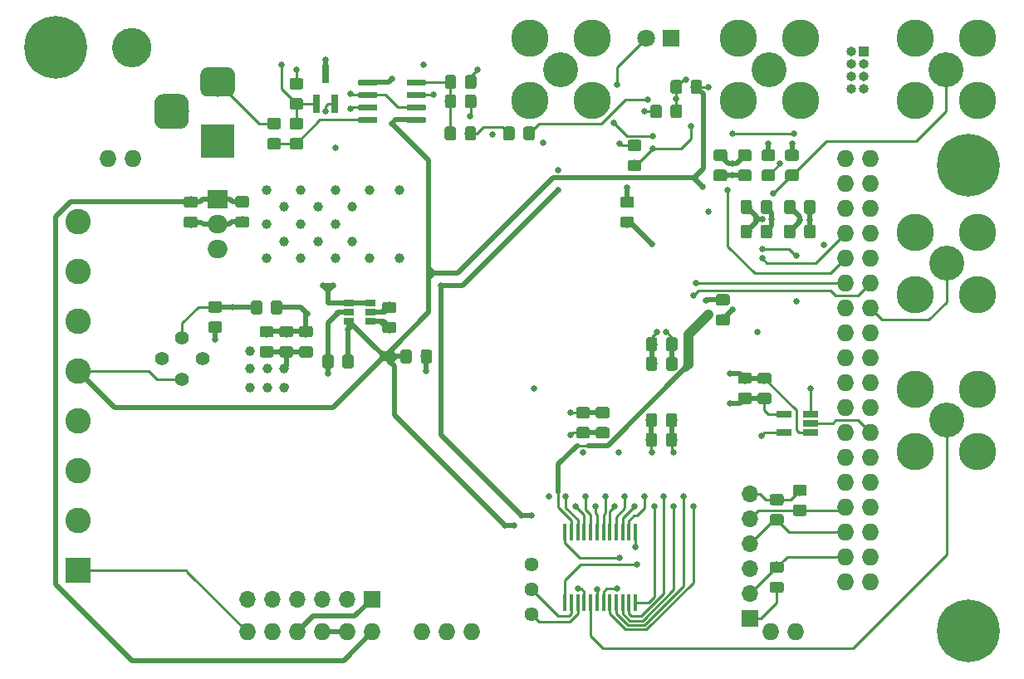
<source format=gbr>
G04 #@! TF.GenerationSoftware,KiCad,Pcbnew,(5.1.2)-1*
G04 #@! TF.CreationDate,2020-03-06T17:55:42-08:00*
G04 #@! TF.ProjectId,FIFO_P,4649464f-5f50-42e6-9b69-6361645f7063,rev?*
G04 #@! TF.SameCoordinates,Original*
G04 #@! TF.FileFunction,Copper,L4,Bot*
G04 #@! TF.FilePolarity,Positive*
%FSLAX46Y46*%
G04 Gerber Fmt 4.6, Leading zero omitted, Abs format (unit mm)*
G04 Created by KiCad (PCBNEW (5.1.2)-1) date 2020-03-06 17:55:42*
%MOMM*%
%LPD*%
G04 APERTURE LIST*
%ADD10C,2.000000*%
%ADD11C,0.100000*%
%ADD12C,1.150000*%
%ADD13O,1.000000X1.000000*%
%ADD14R,1.000000X1.000000*%
%ADD15R,1.560000X0.650000*%
%ADD16O,1.700000X1.700000*%
%ADD17R,1.700000X1.700000*%
%ADD18C,1.399924*%
%ADD19C,0.800000*%
%ADD20C,6.400000*%
%ADD21O,1.727200X1.727200*%
%ADD22R,0.800000X1.900000*%
%ADD23C,0.600000*%
%ADD24C,3.810000*%
%ADD25C,3.556000*%
%ADD26C,1.440000*%
%ADD27O,2.000000X1.905000*%
%ADD28R,2.000000X1.905000*%
%ADD29C,3.500000*%
%ADD30C,3.000000*%
%ADD31R,3.500000X3.500000*%
%ADD32C,2.600000*%
%ADD33R,2.600000X2.600000*%
%ADD34R,1.060000X0.650000*%
%ADD35R,0.450000X1.750000*%
%ADD36C,1.800000*%
%ADD37R,1.800000X1.800000*%
%ADD38C,0.650000*%
%ADD39C,1.000000*%
%ADD40C,0.500000*%
%ADD41C,0.250000*%
%ADD42C,0.293370*%
%ADD43C,1.000000*%
%ADD44C,0.750000*%
G04 APERTURE END LIST*
D10*
X82000000Y-69500000D02*
G75*
G03X82000000Y-69500000I-1000000J0D01*
G01*
D11*
G36*
X119799506Y-77551204D02*
G01*
X119823774Y-77554804D01*
X119847573Y-77560765D01*
X119870672Y-77569030D01*
X119892851Y-77579520D01*
X119913894Y-77592132D01*
X119933600Y-77606747D01*
X119951778Y-77623223D01*
X119968254Y-77641401D01*
X119982869Y-77661107D01*
X119995481Y-77682150D01*
X120005971Y-77704329D01*
X120014236Y-77727428D01*
X120020197Y-77751227D01*
X120023797Y-77775495D01*
X120025001Y-77799999D01*
X120025001Y-78700001D01*
X120023797Y-78724505D01*
X120020197Y-78748773D01*
X120014236Y-78772572D01*
X120005971Y-78795671D01*
X119995481Y-78817850D01*
X119982869Y-78838893D01*
X119968254Y-78858599D01*
X119951778Y-78876777D01*
X119933600Y-78893253D01*
X119913894Y-78907868D01*
X119892851Y-78920480D01*
X119870672Y-78930970D01*
X119847573Y-78939235D01*
X119823774Y-78945196D01*
X119799506Y-78948796D01*
X119775002Y-78950000D01*
X119125000Y-78950000D01*
X119100496Y-78948796D01*
X119076228Y-78945196D01*
X119052429Y-78939235D01*
X119029330Y-78930970D01*
X119007151Y-78920480D01*
X118986108Y-78907868D01*
X118966402Y-78893253D01*
X118948224Y-78876777D01*
X118931748Y-78858599D01*
X118917133Y-78838893D01*
X118904521Y-78817850D01*
X118894031Y-78795671D01*
X118885766Y-78772572D01*
X118879805Y-78748773D01*
X118876205Y-78724505D01*
X118875001Y-78700001D01*
X118875001Y-77799999D01*
X118876205Y-77775495D01*
X118879805Y-77751227D01*
X118885766Y-77727428D01*
X118894031Y-77704329D01*
X118904521Y-77682150D01*
X118917133Y-77661107D01*
X118931748Y-77641401D01*
X118948224Y-77623223D01*
X118966402Y-77606747D01*
X118986108Y-77592132D01*
X119007151Y-77579520D01*
X119029330Y-77569030D01*
X119052429Y-77560765D01*
X119076228Y-77554804D01*
X119100496Y-77551204D01*
X119125000Y-77550000D01*
X119775002Y-77550000D01*
X119799506Y-77551204D01*
X119799506Y-77551204D01*
G37*
D12*
X119450001Y-78250000D03*
D11*
G36*
X121849506Y-77551204D02*
G01*
X121873774Y-77554804D01*
X121897573Y-77560765D01*
X121920672Y-77569030D01*
X121942851Y-77579520D01*
X121963894Y-77592132D01*
X121983600Y-77606747D01*
X122001778Y-77623223D01*
X122018254Y-77641401D01*
X122032869Y-77661107D01*
X122045481Y-77682150D01*
X122055971Y-77704329D01*
X122064236Y-77727428D01*
X122070197Y-77751227D01*
X122073797Y-77775495D01*
X122075001Y-77799999D01*
X122075001Y-78700001D01*
X122073797Y-78724505D01*
X122070197Y-78748773D01*
X122064236Y-78772572D01*
X122055971Y-78795671D01*
X122045481Y-78817850D01*
X122032869Y-78838893D01*
X122018254Y-78858599D01*
X122001778Y-78876777D01*
X121983600Y-78893253D01*
X121963894Y-78907868D01*
X121942851Y-78920480D01*
X121920672Y-78930970D01*
X121897573Y-78939235D01*
X121873774Y-78945196D01*
X121849506Y-78948796D01*
X121825002Y-78950000D01*
X121175000Y-78950000D01*
X121150496Y-78948796D01*
X121126228Y-78945196D01*
X121102429Y-78939235D01*
X121079330Y-78930970D01*
X121057151Y-78920480D01*
X121036108Y-78907868D01*
X121016402Y-78893253D01*
X120998224Y-78876777D01*
X120981748Y-78858599D01*
X120967133Y-78838893D01*
X120954521Y-78817850D01*
X120944031Y-78795671D01*
X120935766Y-78772572D01*
X120929805Y-78748773D01*
X120926205Y-78724505D01*
X120925001Y-78700001D01*
X120925001Y-77799999D01*
X120926205Y-77775495D01*
X120929805Y-77751227D01*
X120935766Y-77727428D01*
X120944031Y-77704329D01*
X120954521Y-77682150D01*
X120967133Y-77661107D01*
X120981748Y-77641401D01*
X120998224Y-77623223D01*
X121016402Y-77606747D01*
X121036108Y-77592132D01*
X121057151Y-77579520D01*
X121079330Y-77569030D01*
X121102429Y-77560765D01*
X121126228Y-77554804D01*
X121150496Y-77551204D01*
X121175000Y-77550000D01*
X121825002Y-77550000D01*
X121849506Y-77551204D01*
X121849506Y-77551204D01*
G37*
D12*
X121500001Y-78250000D03*
D11*
G36*
X113824505Y-77551204D02*
G01*
X113848773Y-77554804D01*
X113872572Y-77560765D01*
X113895671Y-77569030D01*
X113917850Y-77579520D01*
X113938893Y-77592132D01*
X113958599Y-77606747D01*
X113976777Y-77623223D01*
X113993253Y-77641401D01*
X114007868Y-77661107D01*
X114020480Y-77682150D01*
X114030970Y-77704329D01*
X114039235Y-77727428D01*
X114045196Y-77751227D01*
X114048796Y-77775495D01*
X114050000Y-77799999D01*
X114050000Y-78700001D01*
X114048796Y-78724505D01*
X114045196Y-78748773D01*
X114039235Y-78772572D01*
X114030970Y-78795671D01*
X114020480Y-78817850D01*
X114007868Y-78838893D01*
X113993253Y-78858599D01*
X113976777Y-78876777D01*
X113958599Y-78893253D01*
X113938893Y-78907868D01*
X113917850Y-78920480D01*
X113895671Y-78930970D01*
X113872572Y-78939235D01*
X113848773Y-78945196D01*
X113824505Y-78948796D01*
X113800001Y-78950000D01*
X113149999Y-78950000D01*
X113125495Y-78948796D01*
X113101227Y-78945196D01*
X113077428Y-78939235D01*
X113054329Y-78930970D01*
X113032150Y-78920480D01*
X113011107Y-78907868D01*
X112991401Y-78893253D01*
X112973223Y-78876777D01*
X112956747Y-78858599D01*
X112942132Y-78838893D01*
X112929520Y-78817850D01*
X112919030Y-78795671D01*
X112910765Y-78772572D01*
X112904804Y-78748773D01*
X112901204Y-78724505D01*
X112900000Y-78700001D01*
X112900000Y-77799999D01*
X112901204Y-77775495D01*
X112904804Y-77751227D01*
X112910765Y-77727428D01*
X112919030Y-77704329D01*
X112929520Y-77682150D01*
X112942132Y-77661107D01*
X112956747Y-77641401D01*
X112973223Y-77623223D01*
X112991401Y-77606747D01*
X113011107Y-77592132D01*
X113032150Y-77579520D01*
X113054329Y-77569030D01*
X113077428Y-77560765D01*
X113101227Y-77554804D01*
X113125495Y-77551204D01*
X113149999Y-77550000D01*
X113800001Y-77550000D01*
X113824505Y-77551204D01*
X113824505Y-77551204D01*
G37*
D12*
X113475000Y-78250000D03*
D11*
G36*
X115874505Y-77551204D02*
G01*
X115898773Y-77554804D01*
X115922572Y-77560765D01*
X115945671Y-77569030D01*
X115967850Y-77579520D01*
X115988893Y-77592132D01*
X116008599Y-77606747D01*
X116026777Y-77623223D01*
X116043253Y-77641401D01*
X116057868Y-77661107D01*
X116070480Y-77682150D01*
X116080970Y-77704329D01*
X116089235Y-77727428D01*
X116095196Y-77751227D01*
X116098796Y-77775495D01*
X116100000Y-77799999D01*
X116100000Y-78700001D01*
X116098796Y-78724505D01*
X116095196Y-78748773D01*
X116089235Y-78772572D01*
X116080970Y-78795671D01*
X116070480Y-78817850D01*
X116057868Y-78838893D01*
X116043253Y-78858599D01*
X116026777Y-78876777D01*
X116008599Y-78893253D01*
X115988893Y-78907868D01*
X115967850Y-78920480D01*
X115945671Y-78930970D01*
X115922572Y-78939235D01*
X115898773Y-78945196D01*
X115874505Y-78948796D01*
X115850001Y-78950000D01*
X115199999Y-78950000D01*
X115175495Y-78948796D01*
X115151227Y-78945196D01*
X115127428Y-78939235D01*
X115104329Y-78930970D01*
X115082150Y-78920480D01*
X115061107Y-78907868D01*
X115041401Y-78893253D01*
X115023223Y-78876777D01*
X115006747Y-78858599D01*
X114992132Y-78838893D01*
X114979520Y-78817850D01*
X114969030Y-78795671D01*
X114960765Y-78772572D01*
X114954804Y-78748773D01*
X114951204Y-78724505D01*
X114950000Y-78700001D01*
X114950000Y-77799999D01*
X114951204Y-77775495D01*
X114954804Y-77751227D01*
X114960765Y-77727428D01*
X114969030Y-77704329D01*
X114979520Y-77682150D01*
X114992132Y-77661107D01*
X115006747Y-77641401D01*
X115023223Y-77623223D01*
X115041401Y-77606747D01*
X115061107Y-77592132D01*
X115082150Y-77579520D01*
X115104329Y-77569030D01*
X115127428Y-77560765D01*
X115151227Y-77554804D01*
X115175495Y-77551204D01*
X115199999Y-77550000D01*
X115850001Y-77550000D01*
X115874505Y-77551204D01*
X115874505Y-77551204D01*
G37*
D12*
X115525000Y-78250000D03*
D11*
G36*
X98245394Y-78726204D02*
G01*
X98269662Y-78729804D01*
X98293461Y-78735765D01*
X98316560Y-78744030D01*
X98338739Y-78754520D01*
X98359782Y-78767132D01*
X98379488Y-78781747D01*
X98397666Y-78798223D01*
X98414142Y-78816401D01*
X98428757Y-78836107D01*
X98441369Y-78857150D01*
X98451859Y-78879329D01*
X98460124Y-78902428D01*
X98466085Y-78926227D01*
X98469685Y-78950495D01*
X98470889Y-78974999D01*
X98470889Y-79625001D01*
X98469685Y-79649505D01*
X98466085Y-79673773D01*
X98460124Y-79697572D01*
X98451859Y-79720671D01*
X98441369Y-79742850D01*
X98428757Y-79763893D01*
X98414142Y-79783599D01*
X98397666Y-79801777D01*
X98379488Y-79818253D01*
X98359782Y-79832868D01*
X98338739Y-79845480D01*
X98316560Y-79855970D01*
X98293461Y-79864235D01*
X98269662Y-79870196D01*
X98245394Y-79873796D01*
X98220890Y-79875000D01*
X97320888Y-79875000D01*
X97296384Y-79873796D01*
X97272116Y-79870196D01*
X97248317Y-79864235D01*
X97225218Y-79855970D01*
X97203039Y-79845480D01*
X97181996Y-79832868D01*
X97162290Y-79818253D01*
X97144112Y-79801777D01*
X97127636Y-79783599D01*
X97113021Y-79763893D01*
X97100409Y-79742850D01*
X97089919Y-79720671D01*
X97081654Y-79697572D01*
X97075693Y-79673773D01*
X97072093Y-79649505D01*
X97070889Y-79625001D01*
X97070889Y-78974999D01*
X97072093Y-78950495D01*
X97075693Y-78926227D01*
X97081654Y-78902428D01*
X97089919Y-78879329D01*
X97100409Y-78857150D01*
X97113021Y-78836107D01*
X97127636Y-78816401D01*
X97144112Y-78798223D01*
X97162290Y-78781747D01*
X97181996Y-78767132D01*
X97203039Y-78754520D01*
X97225218Y-78744030D01*
X97248317Y-78735765D01*
X97272116Y-78729804D01*
X97296384Y-78726204D01*
X97320888Y-78725000D01*
X98220890Y-78725000D01*
X98245394Y-78726204D01*
X98245394Y-78726204D01*
G37*
D12*
X97770889Y-79300000D03*
D11*
G36*
X98245394Y-76676204D02*
G01*
X98269662Y-76679804D01*
X98293461Y-76685765D01*
X98316560Y-76694030D01*
X98338739Y-76704520D01*
X98359782Y-76717132D01*
X98379488Y-76731747D01*
X98397666Y-76748223D01*
X98414142Y-76766401D01*
X98428757Y-76786107D01*
X98441369Y-76807150D01*
X98451859Y-76829329D01*
X98460124Y-76852428D01*
X98466085Y-76876227D01*
X98469685Y-76900495D01*
X98470889Y-76924999D01*
X98470889Y-77575001D01*
X98469685Y-77599505D01*
X98466085Y-77623773D01*
X98460124Y-77647572D01*
X98451859Y-77670671D01*
X98441369Y-77692850D01*
X98428757Y-77713893D01*
X98414142Y-77733599D01*
X98397666Y-77751777D01*
X98379488Y-77768253D01*
X98359782Y-77782868D01*
X98338739Y-77795480D01*
X98316560Y-77805970D01*
X98293461Y-77814235D01*
X98269662Y-77820196D01*
X98245394Y-77823796D01*
X98220890Y-77825000D01*
X97320888Y-77825000D01*
X97296384Y-77823796D01*
X97272116Y-77820196D01*
X97248317Y-77814235D01*
X97225218Y-77805970D01*
X97203039Y-77795480D01*
X97181996Y-77782868D01*
X97162290Y-77768253D01*
X97144112Y-77751777D01*
X97127636Y-77733599D01*
X97113021Y-77713893D01*
X97100409Y-77692850D01*
X97089919Y-77670671D01*
X97081654Y-77647572D01*
X97075693Y-77623773D01*
X97072093Y-77599505D01*
X97070889Y-77575001D01*
X97070889Y-76924999D01*
X97072093Y-76900495D01*
X97075693Y-76876227D01*
X97081654Y-76852428D01*
X97089919Y-76829329D01*
X97100409Y-76807150D01*
X97113021Y-76786107D01*
X97127636Y-76766401D01*
X97144112Y-76748223D01*
X97162290Y-76731747D01*
X97181996Y-76717132D01*
X97203039Y-76704520D01*
X97225218Y-76694030D01*
X97248317Y-76685765D01*
X97272116Y-76679804D01*
X97296384Y-76676204D01*
X97320888Y-76675000D01*
X98220890Y-76675000D01*
X98245394Y-76676204D01*
X98245394Y-76676204D01*
G37*
D12*
X97770889Y-77250000D03*
D11*
G36*
X95974505Y-76676204D02*
G01*
X95998773Y-76679804D01*
X96022572Y-76685765D01*
X96045671Y-76694030D01*
X96067850Y-76704520D01*
X96088893Y-76717132D01*
X96108599Y-76731747D01*
X96126777Y-76748223D01*
X96143253Y-76766401D01*
X96157868Y-76786107D01*
X96170480Y-76807150D01*
X96180970Y-76829329D01*
X96189235Y-76852428D01*
X96195196Y-76876227D01*
X96198796Y-76900495D01*
X96200000Y-76924999D01*
X96200000Y-77575001D01*
X96198796Y-77599505D01*
X96195196Y-77623773D01*
X96189235Y-77647572D01*
X96180970Y-77670671D01*
X96170480Y-77692850D01*
X96157868Y-77713893D01*
X96143253Y-77733599D01*
X96126777Y-77751777D01*
X96108599Y-77768253D01*
X96088893Y-77782868D01*
X96067850Y-77795480D01*
X96045671Y-77805970D01*
X96022572Y-77814235D01*
X95998773Y-77820196D01*
X95974505Y-77823796D01*
X95950001Y-77825000D01*
X95049999Y-77825000D01*
X95025495Y-77823796D01*
X95001227Y-77820196D01*
X94977428Y-77814235D01*
X94954329Y-77805970D01*
X94932150Y-77795480D01*
X94911107Y-77782868D01*
X94891401Y-77768253D01*
X94873223Y-77751777D01*
X94856747Y-77733599D01*
X94842132Y-77713893D01*
X94829520Y-77692850D01*
X94819030Y-77670671D01*
X94810765Y-77647572D01*
X94804804Y-77623773D01*
X94801204Y-77599505D01*
X94800000Y-77575001D01*
X94800000Y-76924999D01*
X94801204Y-76900495D01*
X94804804Y-76876227D01*
X94810765Y-76852428D01*
X94819030Y-76829329D01*
X94829520Y-76807150D01*
X94842132Y-76786107D01*
X94856747Y-76766401D01*
X94873223Y-76748223D01*
X94891401Y-76731747D01*
X94911107Y-76717132D01*
X94932150Y-76704520D01*
X94954329Y-76694030D01*
X94977428Y-76685765D01*
X95001227Y-76679804D01*
X95025495Y-76676204D01*
X95049999Y-76675000D01*
X95950001Y-76675000D01*
X95974505Y-76676204D01*
X95974505Y-76676204D01*
G37*
D12*
X95500000Y-77250000D03*
D11*
G36*
X95974505Y-78726204D02*
G01*
X95998773Y-78729804D01*
X96022572Y-78735765D01*
X96045671Y-78744030D01*
X96067850Y-78754520D01*
X96088893Y-78767132D01*
X96108599Y-78781747D01*
X96126777Y-78798223D01*
X96143253Y-78816401D01*
X96157868Y-78836107D01*
X96170480Y-78857150D01*
X96180970Y-78879329D01*
X96189235Y-78902428D01*
X96195196Y-78926227D01*
X96198796Y-78950495D01*
X96200000Y-78974999D01*
X96200000Y-79625001D01*
X96198796Y-79649505D01*
X96195196Y-79673773D01*
X96189235Y-79697572D01*
X96180970Y-79720671D01*
X96170480Y-79742850D01*
X96157868Y-79763893D01*
X96143253Y-79783599D01*
X96126777Y-79801777D01*
X96108599Y-79818253D01*
X96088893Y-79832868D01*
X96067850Y-79845480D01*
X96045671Y-79855970D01*
X96022572Y-79864235D01*
X95998773Y-79870196D01*
X95974505Y-79873796D01*
X95950001Y-79875000D01*
X95049999Y-79875000D01*
X95025495Y-79873796D01*
X95001227Y-79870196D01*
X94977428Y-79864235D01*
X94954329Y-79855970D01*
X94932150Y-79845480D01*
X94911107Y-79832868D01*
X94891401Y-79818253D01*
X94873223Y-79801777D01*
X94856747Y-79783599D01*
X94842132Y-79763893D01*
X94829520Y-79742850D01*
X94819030Y-79720671D01*
X94810765Y-79697572D01*
X94804804Y-79673773D01*
X94801204Y-79649505D01*
X94800000Y-79625001D01*
X94800000Y-78974999D01*
X94801204Y-78950495D01*
X94804804Y-78926227D01*
X94810765Y-78902428D01*
X94819030Y-78879329D01*
X94829520Y-78857150D01*
X94842132Y-78836107D01*
X94856747Y-78816401D01*
X94873223Y-78798223D01*
X94891401Y-78781747D01*
X94911107Y-78767132D01*
X94932150Y-78754520D01*
X94954329Y-78744030D01*
X94977428Y-78735765D01*
X95001227Y-78729804D01*
X95025495Y-78726204D01*
X95049999Y-78725000D01*
X95950001Y-78725000D01*
X95974505Y-78726204D01*
X95974505Y-78726204D01*
G37*
D12*
X95500000Y-79300000D03*
D11*
G36*
X115895394Y-72301204D02*
G01*
X115919662Y-72304804D01*
X115943461Y-72310765D01*
X115966560Y-72319030D01*
X115988739Y-72329520D01*
X116009782Y-72342132D01*
X116029488Y-72356747D01*
X116047666Y-72373223D01*
X116064142Y-72391401D01*
X116078757Y-72411107D01*
X116091369Y-72432150D01*
X116101859Y-72454329D01*
X116110124Y-72477428D01*
X116116085Y-72501227D01*
X116119685Y-72525495D01*
X116120889Y-72549999D01*
X116120889Y-73450001D01*
X116119685Y-73474505D01*
X116116085Y-73498773D01*
X116110124Y-73522572D01*
X116101859Y-73545671D01*
X116091369Y-73567850D01*
X116078757Y-73588893D01*
X116064142Y-73608599D01*
X116047666Y-73626777D01*
X116029488Y-73643253D01*
X116009782Y-73657868D01*
X115988739Y-73670480D01*
X115966560Y-73680970D01*
X115943461Y-73689235D01*
X115919662Y-73695196D01*
X115895394Y-73698796D01*
X115870890Y-73700000D01*
X115220888Y-73700000D01*
X115196384Y-73698796D01*
X115172116Y-73695196D01*
X115148317Y-73689235D01*
X115125218Y-73680970D01*
X115103039Y-73670480D01*
X115081996Y-73657868D01*
X115062290Y-73643253D01*
X115044112Y-73626777D01*
X115027636Y-73608599D01*
X115013021Y-73588893D01*
X115000409Y-73567850D01*
X114989919Y-73545671D01*
X114981654Y-73522572D01*
X114975693Y-73498773D01*
X114972093Y-73474505D01*
X114970889Y-73450001D01*
X114970889Y-72549999D01*
X114972093Y-72525495D01*
X114975693Y-72501227D01*
X114981654Y-72477428D01*
X114989919Y-72454329D01*
X115000409Y-72432150D01*
X115013021Y-72411107D01*
X115027636Y-72391401D01*
X115044112Y-72373223D01*
X115062290Y-72356747D01*
X115081996Y-72342132D01*
X115103039Y-72329520D01*
X115125218Y-72319030D01*
X115148317Y-72310765D01*
X115172116Y-72304804D01*
X115196384Y-72301204D01*
X115220888Y-72300000D01*
X115870890Y-72300000D01*
X115895394Y-72301204D01*
X115895394Y-72301204D01*
G37*
D12*
X115545889Y-73000000D03*
D11*
G36*
X113845394Y-72301204D02*
G01*
X113869662Y-72304804D01*
X113893461Y-72310765D01*
X113916560Y-72319030D01*
X113938739Y-72329520D01*
X113959782Y-72342132D01*
X113979488Y-72356747D01*
X113997666Y-72373223D01*
X114014142Y-72391401D01*
X114028757Y-72411107D01*
X114041369Y-72432150D01*
X114051859Y-72454329D01*
X114060124Y-72477428D01*
X114066085Y-72501227D01*
X114069685Y-72525495D01*
X114070889Y-72549999D01*
X114070889Y-73450001D01*
X114069685Y-73474505D01*
X114066085Y-73498773D01*
X114060124Y-73522572D01*
X114051859Y-73545671D01*
X114041369Y-73567850D01*
X114028757Y-73588893D01*
X114014142Y-73608599D01*
X113997666Y-73626777D01*
X113979488Y-73643253D01*
X113959782Y-73657868D01*
X113938739Y-73670480D01*
X113916560Y-73680970D01*
X113893461Y-73689235D01*
X113869662Y-73695196D01*
X113845394Y-73698796D01*
X113820890Y-73700000D01*
X113170888Y-73700000D01*
X113146384Y-73698796D01*
X113122116Y-73695196D01*
X113098317Y-73689235D01*
X113075218Y-73680970D01*
X113053039Y-73670480D01*
X113031996Y-73657868D01*
X113012290Y-73643253D01*
X112994112Y-73626777D01*
X112977636Y-73608599D01*
X112963021Y-73588893D01*
X112950409Y-73567850D01*
X112939919Y-73545671D01*
X112931654Y-73522572D01*
X112925693Y-73498773D01*
X112922093Y-73474505D01*
X112920889Y-73450001D01*
X112920889Y-72549999D01*
X112922093Y-72525495D01*
X112925693Y-72501227D01*
X112931654Y-72477428D01*
X112939919Y-72454329D01*
X112950409Y-72432150D01*
X112963021Y-72411107D01*
X112977636Y-72391401D01*
X112994112Y-72373223D01*
X113012290Y-72356747D01*
X113031996Y-72342132D01*
X113053039Y-72329520D01*
X113075218Y-72319030D01*
X113098317Y-72310765D01*
X113122116Y-72304804D01*
X113146384Y-72301204D01*
X113170888Y-72300000D01*
X113820890Y-72300000D01*
X113845394Y-72301204D01*
X113845394Y-72301204D01*
G37*
D12*
X113495889Y-73000000D03*
D13*
X154380000Y-73670000D03*
X155650000Y-73670000D03*
X154380000Y-72400000D03*
X155650000Y-72400000D03*
X154380000Y-71130000D03*
X155650000Y-71130000D03*
X154380000Y-69860000D03*
D14*
X155650000Y-69860000D03*
D11*
G36*
X132724505Y-78901204D02*
G01*
X132748773Y-78904804D01*
X132772572Y-78910765D01*
X132795671Y-78919030D01*
X132817850Y-78929520D01*
X132838893Y-78942132D01*
X132858599Y-78956747D01*
X132876777Y-78973223D01*
X132893253Y-78991401D01*
X132907868Y-79011107D01*
X132920480Y-79032150D01*
X132930970Y-79054329D01*
X132939235Y-79077428D01*
X132945196Y-79101227D01*
X132948796Y-79125495D01*
X132950000Y-79149999D01*
X132950000Y-79800001D01*
X132948796Y-79824505D01*
X132945196Y-79848773D01*
X132939235Y-79872572D01*
X132930970Y-79895671D01*
X132920480Y-79917850D01*
X132907868Y-79938893D01*
X132893253Y-79958599D01*
X132876777Y-79976777D01*
X132858599Y-79993253D01*
X132838893Y-80007868D01*
X132817850Y-80020480D01*
X132795671Y-80030970D01*
X132772572Y-80039235D01*
X132748773Y-80045196D01*
X132724505Y-80048796D01*
X132700001Y-80050000D01*
X131799999Y-80050000D01*
X131775495Y-80048796D01*
X131751227Y-80045196D01*
X131727428Y-80039235D01*
X131704329Y-80030970D01*
X131682150Y-80020480D01*
X131661107Y-80007868D01*
X131641401Y-79993253D01*
X131623223Y-79976777D01*
X131606747Y-79958599D01*
X131592132Y-79938893D01*
X131579520Y-79917850D01*
X131569030Y-79895671D01*
X131560765Y-79872572D01*
X131554804Y-79848773D01*
X131551204Y-79824505D01*
X131550000Y-79800001D01*
X131550000Y-79149999D01*
X131551204Y-79125495D01*
X131554804Y-79101227D01*
X131560765Y-79077428D01*
X131569030Y-79054329D01*
X131579520Y-79032150D01*
X131592132Y-79011107D01*
X131606747Y-78991401D01*
X131623223Y-78973223D01*
X131641401Y-78956747D01*
X131661107Y-78942132D01*
X131682150Y-78929520D01*
X131704329Y-78919030D01*
X131727428Y-78910765D01*
X131751227Y-78904804D01*
X131775495Y-78901204D01*
X131799999Y-78900000D01*
X132700001Y-78900000D01*
X132724505Y-78901204D01*
X132724505Y-78901204D01*
G37*
D12*
X132250000Y-79475000D03*
D11*
G36*
X132724505Y-80951204D02*
G01*
X132748773Y-80954804D01*
X132772572Y-80960765D01*
X132795671Y-80969030D01*
X132817850Y-80979520D01*
X132838893Y-80992132D01*
X132858599Y-81006747D01*
X132876777Y-81023223D01*
X132893253Y-81041401D01*
X132907868Y-81061107D01*
X132920480Y-81082150D01*
X132930970Y-81104329D01*
X132939235Y-81127428D01*
X132945196Y-81151227D01*
X132948796Y-81175495D01*
X132950000Y-81199999D01*
X132950000Y-81850001D01*
X132948796Y-81874505D01*
X132945196Y-81898773D01*
X132939235Y-81922572D01*
X132930970Y-81945671D01*
X132920480Y-81967850D01*
X132907868Y-81988893D01*
X132893253Y-82008599D01*
X132876777Y-82026777D01*
X132858599Y-82043253D01*
X132838893Y-82057868D01*
X132817850Y-82070480D01*
X132795671Y-82080970D01*
X132772572Y-82089235D01*
X132748773Y-82095196D01*
X132724505Y-82098796D01*
X132700001Y-82100000D01*
X131799999Y-82100000D01*
X131775495Y-82098796D01*
X131751227Y-82095196D01*
X131727428Y-82089235D01*
X131704329Y-82080970D01*
X131682150Y-82070480D01*
X131661107Y-82057868D01*
X131641401Y-82043253D01*
X131623223Y-82026777D01*
X131606747Y-82008599D01*
X131592132Y-81988893D01*
X131579520Y-81967850D01*
X131569030Y-81945671D01*
X131560765Y-81922572D01*
X131554804Y-81898773D01*
X131551204Y-81874505D01*
X131550000Y-81850001D01*
X131550000Y-81199999D01*
X131551204Y-81175495D01*
X131554804Y-81151227D01*
X131560765Y-81127428D01*
X131569030Y-81104329D01*
X131579520Y-81082150D01*
X131592132Y-81061107D01*
X131606747Y-81041401D01*
X131623223Y-81023223D01*
X131641401Y-81006747D01*
X131661107Y-80992132D01*
X131682150Y-80979520D01*
X131704329Y-80969030D01*
X131727428Y-80960765D01*
X131751227Y-80954804D01*
X131775495Y-80951204D01*
X131799999Y-80950000D01*
X132700001Y-80950000D01*
X132724505Y-80951204D01*
X132724505Y-80951204D01*
G37*
D12*
X132250000Y-81525000D03*
D11*
G36*
X141724505Y-94651204D02*
G01*
X141748773Y-94654804D01*
X141772572Y-94660765D01*
X141795671Y-94669030D01*
X141817850Y-94679520D01*
X141838893Y-94692132D01*
X141858599Y-94706747D01*
X141876777Y-94723223D01*
X141893253Y-94741401D01*
X141907868Y-94761107D01*
X141920480Y-94782150D01*
X141930970Y-94804329D01*
X141939235Y-94827428D01*
X141945196Y-94851227D01*
X141948796Y-94875495D01*
X141950000Y-94899999D01*
X141950000Y-95550001D01*
X141948796Y-95574505D01*
X141945196Y-95598773D01*
X141939235Y-95622572D01*
X141930970Y-95645671D01*
X141920480Y-95667850D01*
X141907868Y-95688893D01*
X141893253Y-95708599D01*
X141876777Y-95726777D01*
X141858599Y-95743253D01*
X141838893Y-95757868D01*
X141817850Y-95770480D01*
X141795671Y-95780970D01*
X141772572Y-95789235D01*
X141748773Y-95795196D01*
X141724505Y-95798796D01*
X141700001Y-95800000D01*
X140799999Y-95800000D01*
X140775495Y-95798796D01*
X140751227Y-95795196D01*
X140727428Y-95789235D01*
X140704329Y-95780970D01*
X140682150Y-95770480D01*
X140661107Y-95757868D01*
X140641401Y-95743253D01*
X140623223Y-95726777D01*
X140606747Y-95708599D01*
X140592132Y-95688893D01*
X140579520Y-95667850D01*
X140569030Y-95645671D01*
X140560765Y-95622572D01*
X140554804Y-95598773D01*
X140551204Y-95574505D01*
X140550000Y-95550001D01*
X140550000Y-94899999D01*
X140551204Y-94875495D01*
X140554804Y-94851227D01*
X140560765Y-94827428D01*
X140569030Y-94804329D01*
X140579520Y-94782150D01*
X140592132Y-94761107D01*
X140606747Y-94741401D01*
X140623223Y-94723223D01*
X140641401Y-94706747D01*
X140661107Y-94692132D01*
X140682150Y-94679520D01*
X140704329Y-94669030D01*
X140727428Y-94660765D01*
X140751227Y-94654804D01*
X140775495Y-94651204D01*
X140799999Y-94650000D01*
X141700001Y-94650000D01*
X141724505Y-94651204D01*
X141724505Y-94651204D01*
G37*
D12*
X141250000Y-95225000D03*
D11*
G36*
X141724505Y-96701204D02*
G01*
X141748773Y-96704804D01*
X141772572Y-96710765D01*
X141795671Y-96719030D01*
X141817850Y-96729520D01*
X141838893Y-96742132D01*
X141858599Y-96756747D01*
X141876777Y-96773223D01*
X141893253Y-96791401D01*
X141907868Y-96811107D01*
X141920480Y-96832150D01*
X141930970Y-96854329D01*
X141939235Y-96877428D01*
X141945196Y-96901227D01*
X141948796Y-96925495D01*
X141950000Y-96949999D01*
X141950000Y-97600001D01*
X141948796Y-97624505D01*
X141945196Y-97648773D01*
X141939235Y-97672572D01*
X141930970Y-97695671D01*
X141920480Y-97717850D01*
X141907868Y-97738893D01*
X141893253Y-97758599D01*
X141876777Y-97776777D01*
X141858599Y-97793253D01*
X141838893Y-97807868D01*
X141817850Y-97820480D01*
X141795671Y-97830970D01*
X141772572Y-97839235D01*
X141748773Y-97845196D01*
X141724505Y-97848796D01*
X141700001Y-97850000D01*
X140799999Y-97850000D01*
X140775495Y-97848796D01*
X140751227Y-97845196D01*
X140727428Y-97839235D01*
X140704329Y-97830970D01*
X140682150Y-97820480D01*
X140661107Y-97807868D01*
X140641401Y-97793253D01*
X140623223Y-97776777D01*
X140606747Y-97758599D01*
X140592132Y-97738893D01*
X140579520Y-97717850D01*
X140569030Y-97695671D01*
X140560765Y-97672572D01*
X140554804Y-97648773D01*
X140551204Y-97624505D01*
X140550000Y-97600001D01*
X140550000Y-96949999D01*
X140551204Y-96925495D01*
X140554804Y-96901227D01*
X140560765Y-96877428D01*
X140569030Y-96854329D01*
X140579520Y-96832150D01*
X140592132Y-96811107D01*
X140606747Y-96791401D01*
X140623223Y-96773223D01*
X140641401Y-96756747D01*
X140661107Y-96742132D01*
X140682150Y-96729520D01*
X140704329Y-96719030D01*
X140727428Y-96710765D01*
X140751227Y-96704804D01*
X140775495Y-96701204D01*
X140799999Y-96700000D01*
X141700001Y-96700000D01*
X141724505Y-96701204D01*
X141724505Y-96701204D01*
G37*
D12*
X141250000Y-97275000D03*
D15*
X147500000Y-106850000D03*
X147500000Y-108750000D03*
X150200000Y-108750000D03*
X150200000Y-107800000D03*
X150200000Y-106850000D03*
D16*
X144000000Y-115050000D03*
X144000000Y-117590000D03*
X144000000Y-120130000D03*
X144000000Y-122670000D03*
X144000000Y-125210000D03*
D17*
X144000000Y-127750000D03*
D18*
X84035644Y-101250000D03*
X86142822Y-103357178D03*
X86142822Y-99142822D03*
X88250000Y-101250000D03*
D19*
X167947056Y-79802944D03*
X166250000Y-79100000D03*
X164552944Y-79802944D03*
X163850000Y-81500000D03*
X164552944Y-83197056D03*
X166250000Y-83900000D03*
X167947056Y-83197056D03*
X168650000Y-81500000D03*
D20*
X166250000Y-81500000D03*
D19*
X74947056Y-67802944D03*
X73250000Y-67100000D03*
X71552944Y-67802944D03*
X70850000Y-69500000D03*
X71552944Y-71197056D03*
X73250000Y-71900000D03*
X74947056Y-71197056D03*
X75650000Y-69500000D03*
D20*
X73250000Y-69500000D03*
D19*
X167947056Y-127302944D03*
X166250000Y-126600000D03*
X164552944Y-127302944D03*
X163850000Y-129000000D03*
X164552944Y-130697056D03*
X166250000Y-131400000D03*
X167947056Y-130697056D03*
X168650000Y-129000000D03*
D20*
X166250000Y-129000000D03*
D21*
X105492400Y-129082180D03*
X156292400Y-124002180D03*
X153752400Y-124002180D03*
X156292400Y-121462180D03*
X153752400Y-121462180D03*
X156292400Y-118922180D03*
X153752400Y-118922180D03*
X156292400Y-116382180D03*
X153752400Y-116382180D03*
X156292400Y-113842180D03*
X153752400Y-113842180D03*
X156292400Y-111302180D03*
X153752400Y-111302180D03*
X156292400Y-108762180D03*
X153752400Y-108762180D03*
X156292400Y-106222180D03*
X153752400Y-106222180D03*
X156292400Y-103682180D03*
X153752400Y-103682180D03*
X156292400Y-101142180D03*
X153752400Y-101142180D03*
X156292400Y-98602180D03*
X153752400Y-98602180D03*
X156292400Y-96062180D03*
X153752400Y-96062180D03*
X156292400Y-93522180D03*
X153752400Y-93522180D03*
X156292400Y-90982180D03*
X153752400Y-90982180D03*
X156292400Y-88442180D03*
X153752400Y-88442180D03*
X156292400Y-85902180D03*
X153752400Y-85902180D03*
X156292400Y-83362180D03*
X153752400Y-83362180D03*
X156292400Y-80822180D03*
X153752400Y-80822180D03*
X146132400Y-129082180D03*
X148672400Y-129082180D03*
X113112400Y-129082180D03*
X81108400Y-80822180D03*
X78568400Y-80822180D03*
X97872400Y-129082180D03*
X100412400Y-129082180D03*
X102952400Y-129082180D03*
X110572400Y-129082180D03*
X115652400Y-129082180D03*
X92792400Y-129082180D03*
X95332400Y-129082180D03*
D11*
G36*
X149574505Y-116126204D02*
G01*
X149598773Y-116129804D01*
X149622572Y-116135765D01*
X149645671Y-116144030D01*
X149667850Y-116154520D01*
X149688893Y-116167132D01*
X149708599Y-116181747D01*
X149726777Y-116198223D01*
X149743253Y-116216401D01*
X149757868Y-116236107D01*
X149770480Y-116257150D01*
X149780970Y-116279329D01*
X149789235Y-116302428D01*
X149795196Y-116326227D01*
X149798796Y-116350495D01*
X149800000Y-116374999D01*
X149800000Y-117025001D01*
X149798796Y-117049505D01*
X149795196Y-117073773D01*
X149789235Y-117097572D01*
X149780970Y-117120671D01*
X149770480Y-117142850D01*
X149757868Y-117163893D01*
X149743253Y-117183599D01*
X149726777Y-117201777D01*
X149708599Y-117218253D01*
X149688893Y-117232868D01*
X149667850Y-117245480D01*
X149645671Y-117255970D01*
X149622572Y-117264235D01*
X149598773Y-117270196D01*
X149574505Y-117273796D01*
X149550001Y-117275000D01*
X148649999Y-117275000D01*
X148625495Y-117273796D01*
X148601227Y-117270196D01*
X148577428Y-117264235D01*
X148554329Y-117255970D01*
X148532150Y-117245480D01*
X148511107Y-117232868D01*
X148491401Y-117218253D01*
X148473223Y-117201777D01*
X148456747Y-117183599D01*
X148442132Y-117163893D01*
X148429520Y-117142850D01*
X148419030Y-117120671D01*
X148410765Y-117097572D01*
X148404804Y-117073773D01*
X148401204Y-117049505D01*
X148400000Y-117025001D01*
X148400000Y-116374999D01*
X148401204Y-116350495D01*
X148404804Y-116326227D01*
X148410765Y-116302428D01*
X148419030Y-116279329D01*
X148429520Y-116257150D01*
X148442132Y-116236107D01*
X148456747Y-116216401D01*
X148473223Y-116198223D01*
X148491401Y-116181747D01*
X148511107Y-116167132D01*
X148532150Y-116154520D01*
X148554329Y-116144030D01*
X148577428Y-116135765D01*
X148601227Y-116129804D01*
X148625495Y-116126204D01*
X148649999Y-116125000D01*
X149550001Y-116125000D01*
X149574505Y-116126204D01*
X149574505Y-116126204D01*
G37*
D12*
X149100000Y-116700000D03*
D11*
G36*
X149574505Y-114076204D02*
G01*
X149598773Y-114079804D01*
X149622572Y-114085765D01*
X149645671Y-114094030D01*
X149667850Y-114104520D01*
X149688893Y-114117132D01*
X149708599Y-114131747D01*
X149726777Y-114148223D01*
X149743253Y-114166401D01*
X149757868Y-114186107D01*
X149770480Y-114207150D01*
X149780970Y-114229329D01*
X149789235Y-114252428D01*
X149795196Y-114276227D01*
X149798796Y-114300495D01*
X149800000Y-114324999D01*
X149800000Y-114975001D01*
X149798796Y-114999505D01*
X149795196Y-115023773D01*
X149789235Y-115047572D01*
X149780970Y-115070671D01*
X149770480Y-115092850D01*
X149757868Y-115113893D01*
X149743253Y-115133599D01*
X149726777Y-115151777D01*
X149708599Y-115168253D01*
X149688893Y-115182868D01*
X149667850Y-115195480D01*
X149645671Y-115205970D01*
X149622572Y-115214235D01*
X149598773Y-115220196D01*
X149574505Y-115223796D01*
X149550001Y-115225000D01*
X148649999Y-115225000D01*
X148625495Y-115223796D01*
X148601227Y-115220196D01*
X148577428Y-115214235D01*
X148554329Y-115205970D01*
X148532150Y-115195480D01*
X148511107Y-115182868D01*
X148491401Y-115168253D01*
X148473223Y-115151777D01*
X148456747Y-115133599D01*
X148442132Y-115113893D01*
X148429520Y-115092850D01*
X148419030Y-115070671D01*
X148410765Y-115047572D01*
X148404804Y-115023773D01*
X148401204Y-114999505D01*
X148400000Y-114975001D01*
X148400000Y-114324999D01*
X148401204Y-114300495D01*
X148404804Y-114276227D01*
X148410765Y-114252428D01*
X148419030Y-114229329D01*
X148429520Y-114207150D01*
X148442132Y-114186107D01*
X148456747Y-114166401D01*
X148473223Y-114148223D01*
X148491401Y-114131747D01*
X148511107Y-114117132D01*
X148532150Y-114104520D01*
X148554329Y-114094030D01*
X148577428Y-114085765D01*
X148601227Y-114079804D01*
X148625495Y-114076204D01*
X148649999Y-114075000D01*
X149550001Y-114075000D01*
X149574505Y-114076204D01*
X149574505Y-114076204D01*
G37*
D12*
X149100000Y-114650000D03*
D16*
X92800000Y-125750000D03*
X95340000Y-125750000D03*
X97880000Y-125750000D03*
X100420000Y-125750000D03*
X102960000Y-125750000D03*
D17*
X105500000Y-125750000D03*
D11*
G36*
X147224505Y-123976204D02*
G01*
X147248773Y-123979804D01*
X147272572Y-123985765D01*
X147295671Y-123994030D01*
X147317850Y-124004520D01*
X147338893Y-124017132D01*
X147358599Y-124031747D01*
X147376777Y-124048223D01*
X147393253Y-124066401D01*
X147407868Y-124086107D01*
X147420480Y-124107150D01*
X147430970Y-124129329D01*
X147439235Y-124152428D01*
X147445196Y-124176227D01*
X147448796Y-124200495D01*
X147450000Y-124224999D01*
X147450000Y-124875001D01*
X147448796Y-124899505D01*
X147445196Y-124923773D01*
X147439235Y-124947572D01*
X147430970Y-124970671D01*
X147420480Y-124992850D01*
X147407868Y-125013893D01*
X147393253Y-125033599D01*
X147376777Y-125051777D01*
X147358599Y-125068253D01*
X147338893Y-125082868D01*
X147317850Y-125095480D01*
X147295671Y-125105970D01*
X147272572Y-125114235D01*
X147248773Y-125120196D01*
X147224505Y-125123796D01*
X147200001Y-125125000D01*
X146299999Y-125125000D01*
X146275495Y-125123796D01*
X146251227Y-125120196D01*
X146227428Y-125114235D01*
X146204329Y-125105970D01*
X146182150Y-125095480D01*
X146161107Y-125082868D01*
X146141401Y-125068253D01*
X146123223Y-125051777D01*
X146106747Y-125033599D01*
X146092132Y-125013893D01*
X146079520Y-124992850D01*
X146069030Y-124970671D01*
X146060765Y-124947572D01*
X146054804Y-124923773D01*
X146051204Y-124899505D01*
X146050000Y-124875001D01*
X146050000Y-124224999D01*
X146051204Y-124200495D01*
X146054804Y-124176227D01*
X146060765Y-124152428D01*
X146069030Y-124129329D01*
X146079520Y-124107150D01*
X146092132Y-124086107D01*
X146106747Y-124066401D01*
X146123223Y-124048223D01*
X146141401Y-124031747D01*
X146161107Y-124017132D01*
X146182150Y-124004520D01*
X146204329Y-123994030D01*
X146227428Y-123985765D01*
X146251227Y-123979804D01*
X146275495Y-123976204D01*
X146299999Y-123975000D01*
X147200001Y-123975000D01*
X147224505Y-123976204D01*
X147224505Y-123976204D01*
G37*
D12*
X146750000Y-124550000D03*
D11*
G36*
X147224505Y-121926204D02*
G01*
X147248773Y-121929804D01*
X147272572Y-121935765D01*
X147295671Y-121944030D01*
X147317850Y-121954520D01*
X147338893Y-121967132D01*
X147358599Y-121981747D01*
X147376777Y-121998223D01*
X147393253Y-122016401D01*
X147407868Y-122036107D01*
X147420480Y-122057150D01*
X147430970Y-122079329D01*
X147439235Y-122102428D01*
X147445196Y-122126227D01*
X147448796Y-122150495D01*
X147450000Y-122174999D01*
X147450000Y-122825001D01*
X147448796Y-122849505D01*
X147445196Y-122873773D01*
X147439235Y-122897572D01*
X147430970Y-122920671D01*
X147420480Y-122942850D01*
X147407868Y-122963893D01*
X147393253Y-122983599D01*
X147376777Y-123001777D01*
X147358599Y-123018253D01*
X147338893Y-123032868D01*
X147317850Y-123045480D01*
X147295671Y-123055970D01*
X147272572Y-123064235D01*
X147248773Y-123070196D01*
X147224505Y-123073796D01*
X147200001Y-123075000D01*
X146299999Y-123075000D01*
X146275495Y-123073796D01*
X146251227Y-123070196D01*
X146227428Y-123064235D01*
X146204329Y-123055970D01*
X146182150Y-123045480D01*
X146161107Y-123032868D01*
X146141401Y-123018253D01*
X146123223Y-123001777D01*
X146106747Y-122983599D01*
X146092132Y-122963893D01*
X146079520Y-122942850D01*
X146069030Y-122920671D01*
X146060765Y-122897572D01*
X146054804Y-122873773D01*
X146051204Y-122849505D01*
X146050000Y-122825001D01*
X146050000Y-122174999D01*
X146051204Y-122150495D01*
X146054804Y-122126227D01*
X146060765Y-122102428D01*
X146069030Y-122079329D01*
X146079520Y-122057150D01*
X146092132Y-122036107D01*
X146106747Y-122016401D01*
X146123223Y-121998223D01*
X146141401Y-121981747D01*
X146161107Y-121967132D01*
X146182150Y-121954520D01*
X146204329Y-121944030D01*
X146227428Y-121935765D01*
X146251227Y-121929804D01*
X146275495Y-121926204D01*
X146299999Y-121925000D01*
X147200001Y-121925000D01*
X147224505Y-121926204D01*
X147224505Y-121926204D01*
G37*
D12*
X146750000Y-122500000D03*
D11*
G36*
X147224505Y-117076204D02*
G01*
X147248773Y-117079804D01*
X147272572Y-117085765D01*
X147295671Y-117094030D01*
X147317850Y-117104520D01*
X147338893Y-117117132D01*
X147358599Y-117131747D01*
X147376777Y-117148223D01*
X147393253Y-117166401D01*
X147407868Y-117186107D01*
X147420480Y-117207150D01*
X147430970Y-117229329D01*
X147439235Y-117252428D01*
X147445196Y-117276227D01*
X147448796Y-117300495D01*
X147450000Y-117324999D01*
X147450000Y-117975001D01*
X147448796Y-117999505D01*
X147445196Y-118023773D01*
X147439235Y-118047572D01*
X147430970Y-118070671D01*
X147420480Y-118092850D01*
X147407868Y-118113893D01*
X147393253Y-118133599D01*
X147376777Y-118151777D01*
X147358599Y-118168253D01*
X147338893Y-118182868D01*
X147317850Y-118195480D01*
X147295671Y-118205970D01*
X147272572Y-118214235D01*
X147248773Y-118220196D01*
X147224505Y-118223796D01*
X147200001Y-118225000D01*
X146299999Y-118225000D01*
X146275495Y-118223796D01*
X146251227Y-118220196D01*
X146227428Y-118214235D01*
X146204329Y-118205970D01*
X146182150Y-118195480D01*
X146161107Y-118182868D01*
X146141401Y-118168253D01*
X146123223Y-118151777D01*
X146106747Y-118133599D01*
X146092132Y-118113893D01*
X146079520Y-118092850D01*
X146069030Y-118070671D01*
X146060765Y-118047572D01*
X146054804Y-118023773D01*
X146051204Y-117999505D01*
X146050000Y-117975001D01*
X146050000Y-117324999D01*
X146051204Y-117300495D01*
X146054804Y-117276227D01*
X146060765Y-117252428D01*
X146069030Y-117229329D01*
X146079520Y-117207150D01*
X146092132Y-117186107D01*
X146106747Y-117166401D01*
X146123223Y-117148223D01*
X146141401Y-117131747D01*
X146161107Y-117117132D01*
X146182150Y-117104520D01*
X146204329Y-117094030D01*
X146227428Y-117085765D01*
X146251227Y-117079804D01*
X146275495Y-117076204D01*
X146299999Y-117075000D01*
X147200001Y-117075000D01*
X147224505Y-117076204D01*
X147224505Y-117076204D01*
G37*
D12*
X146750000Y-117650000D03*
D11*
G36*
X147224505Y-115026204D02*
G01*
X147248773Y-115029804D01*
X147272572Y-115035765D01*
X147295671Y-115044030D01*
X147317850Y-115054520D01*
X147338893Y-115067132D01*
X147358599Y-115081747D01*
X147376777Y-115098223D01*
X147393253Y-115116401D01*
X147407868Y-115136107D01*
X147420480Y-115157150D01*
X147430970Y-115179329D01*
X147439235Y-115202428D01*
X147445196Y-115226227D01*
X147448796Y-115250495D01*
X147450000Y-115274999D01*
X147450000Y-115925001D01*
X147448796Y-115949505D01*
X147445196Y-115973773D01*
X147439235Y-115997572D01*
X147430970Y-116020671D01*
X147420480Y-116042850D01*
X147407868Y-116063893D01*
X147393253Y-116083599D01*
X147376777Y-116101777D01*
X147358599Y-116118253D01*
X147338893Y-116132868D01*
X147317850Y-116145480D01*
X147295671Y-116155970D01*
X147272572Y-116164235D01*
X147248773Y-116170196D01*
X147224505Y-116173796D01*
X147200001Y-116175000D01*
X146299999Y-116175000D01*
X146275495Y-116173796D01*
X146251227Y-116170196D01*
X146227428Y-116164235D01*
X146204329Y-116155970D01*
X146182150Y-116145480D01*
X146161107Y-116132868D01*
X146141401Y-116118253D01*
X146123223Y-116101777D01*
X146106747Y-116083599D01*
X146092132Y-116063893D01*
X146079520Y-116042850D01*
X146069030Y-116020671D01*
X146060765Y-115997572D01*
X146054804Y-115973773D01*
X146051204Y-115949505D01*
X146050000Y-115925001D01*
X146050000Y-115274999D01*
X146051204Y-115250495D01*
X146054804Y-115226227D01*
X146060765Y-115202428D01*
X146069030Y-115179329D01*
X146079520Y-115157150D01*
X146092132Y-115136107D01*
X146106747Y-115116401D01*
X146123223Y-115098223D01*
X146141401Y-115081747D01*
X146161107Y-115067132D01*
X146182150Y-115054520D01*
X146204329Y-115044030D01*
X146227428Y-115035765D01*
X146251227Y-115029804D01*
X146275495Y-115026204D01*
X146299999Y-115025000D01*
X147200001Y-115025000D01*
X147224505Y-115026204D01*
X147224505Y-115026204D01*
G37*
D12*
X146750000Y-115600000D03*
D11*
G36*
X138899505Y-72801204D02*
G01*
X138923773Y-72804804D01*
X138947572Y-72810765D01*
X138970671Y-72819030D01*
X138992850Y-72829520D01*
X139013893Y-72842132D01*
X139033599Y-72856747D01*
X139051777Y-72873223D01*
X139068253Y-72891401D01*
X139082868Y-72911107D01*
X139095480Y-72932150D01*
X139105970Y-72954329D01*
X139114235Y-72977428D01*
X139120196Y-73001227D01*
X139123796Y-73025495D01*
X139125000Y-73049999D01*
X139125000Y-73950001D01*
X139123796Y-73974505D01*
X139120196Y-73998773D01*
X139114235Y-74022572D01*
X139105970Y-74045671D01*
X139095480Y-74067850D01*
X139082868Y-74088893D01*
X139068253Y-74108599D01*
X139051777Y-74126777D01*
X139033599Y-74143253D01*
X139013893Y-74157868D01*
X138992850Y-74170480D01*
X138970671Y-74180970D01*
X138947572Y-74189235D01*
X138923773Y-74195196D01*
X138899505Y-74198796D01*
X138875001Y-74200000D01*
X138224999Y-74200000D01*
X138200495Y-74198796D01*
X138176227Y-74195196D01*
X138152428Y-74189235D01*
X138129329Y-74180970D01*
X138107150Y-74170480D01*
X138086107Y-74157868D01*
X138066401Y-74143253D01*
X138048223Y-74126777D01*
X138031747Y-74108599D01*
X138017132Y-74088893D01*
X138004520Y-74067850D01*
X137994030Y-74045671D01*
X137985765Y-74022572D01*
X137979804Y-73998773D01*
X137976204Y-73974505D01*
X137975000Y-73950001D01*
X137975000Y-73049999D01*
X137976204Y-73025495D01*
X137979804Y-73001227D01*
X137985765Y-72977428D01*
X137994030Y-72954329D01*
X138004520Y-72932150D01*
X138017132Y-72911107D01*
X138031747Y-72891401D01*
X138048223Y-72873223D01*
X138066401Y-72856747D01*
X138086107Y-72842132D01*
X138107150Y-72829520D01*
X138129329Y-72819030D01*
X138152428Y-72810765D01*
X138176227Y-72804804D01*
X138200495Y-72801204D01*
X138224999Y-72800000D01*
X138875001Y-72800000D01*
X138899505Y-72801204D01*
X138899505Y-72801204D01*
G37*
D12*
X138550000Y-73500000D03*
D11*
G36*
X136849505Y-72801204D02*
G01*
X136873773Y-72804804D01*
X136897572Y-72810765D01*
X136920671Y-72819030D01*
X136942850Y-72829520D01*
X136963893Y-72842132D01*
X136983599Y-72856747D01*
X137001777Y-72873223D01*
X137018253Y-72891401D01*
X137032868Y-72911107D01*
X137045480Y-72932150D01*
X137055970Y-72954329D01*
X137064235Y-72977428D01*
X137070196Y-73001227D01*
X137073796Y-73025495D01*
X137075000Y-73049999D01*
X137075000Y-73950001D01*
X137073796Y-73974505D01*
X137070196Y-73998773D01*
X137064235Y-74022572D01*
X137055970Y-74045671D01*
X137045480Y-74067850D01*
X137032868Y-74088893D01*
X137018253Y-74108599D01*
X137001777Y-74126777D01*
X136983599Y-74143253D01*
X136963893Y-74157868D01*
X136942850Y-74170480D01*
X136920671Y-74180970D01*
X136897572Y-74189235D01*
X136873773Y-74195196D01*
X136849505Y-74198796D01*
X136825001Y-74200000D01*
X136174999Y-74200000D01*
X136150495Y-74198796D01*
X136126227Y-74195196D01*
X136102428Y-74189235D01*
X136079329Y-74180970D01*
X136057150Y-74170480D01*
X136036107Y-74157868D01*
X136016401Y-74143253D01*
X135998223Y-74126777D01*
X135981747Y-74108599D01*
X135967132Y-74088893D01*
X135954520Y-74067850D01*
X135944030Y-74045671D01*
X135935765Y-74022572D01*
X135929804Y-73998773D01*
X135926204Y-73974505D01*
X135925000Y-73950001D01*
X135925000Y-73049999D01*
X135926204Y-73025495D01*
X135929804Y-73001227D01*
X135935765Y-72977428D01*
X135944030Y-72954329D01*
X135954520Y-72932150D01*
X135967132Y-72911107D01*
X135981747Y-72891401D01*
X135998223Y-72873223D01*
X136016401Y-72856747D01*
X136036107Y-72842132D01*
X136057150Y-72829520D01*
X136079329Y-72819030D01*
X136102428Y-72810765D01*
X136126227Y-72804804D01*
X136150495Y-72801204D01*
X136174999Y-72800000D01*
X136825001Y-72800000D01*
X136849505Y-72801204D01*
X136849505Y-72801204D01*
G37*
D12*
X136500000Y-73500000D03*
D11*
G36*
X136849505Y-75301204D02*
G01*
X136873773Y-75304804D01*
X136897572Y-75310765D01*
X136920671Y-75319030D01*
X136942850Y-75329520D01*
X136963893Y-75342132D01*
X136983599Y-75356747D01*
X137001777Y-75373223D01*
X137018253Y-75391401D01*
X137032868Y-75411107D01*
X137045480Y-75432150D01*
X137055970Y-75454329D01*
X137064235Y-75477428D01*
X137070196Y-75501227D01*
X137073796Y-75525495D01*
X137075000Y-75549999D01*
X137075000Y-76450001D01*
X137073796Y-76474505D01*
X137070196Y-76498773D01*
X137064235Y-76522572D01*
X137055970Y-76545671D01*
X137045480Y-76567850D01*
X137032868Y-76588893D01*
X137018253Y-76608599D01*
X137001777Y-76626777D01*
X136983599Y-76643253D01*
X136963893Y-76657868D01*
X136942850Y-76670480D01*
X136920671Y-76680970D01*
X136897572Y-76689235D01*
X136873773Y-76695196D01*
X136849505Y-76698796D01*
X136825001Y-76700000D01*
X136174999Y-76700000D01*
X136150495Y-76698796D01*
X136126227Y-76695196D01*
X136102428Y-76689235D01*
X136079329Y-76680970D01*
X136057150Y-76670480D01*
X136036107Y-76657868D01*
X136016401Y-76643253D01*
X135998223Y-76626777D01*
X135981747Y-76608599D01*
X135967132Y-76588893D01*
X135954520Y-76567850D01*
X135944030Y-76545671D01*
X135935765Y-76522572D01*
X135929804Y-76498773D01*
X135926204Y-76474505D01*
X135925000Y-76450001D01*
X135925000Y-75549999D01*
X135926204Y-75525495D01*
X135929804Y-75501227D01*
X135935765Y-75477428D01*
X135944030Y-75454329D01*
X135954520Y-75432150D01*
X135967132Y-75411107D01*
X135981747Y-75391401D01*
X135998223Y-75373223D01*
X136016401Y-75356747D01*
X136036107Y-75342132D01*
X136057150Y-75329520D01*
X136079329Y-75319030D01*
X136102428Y-75310765D01*
X136126227Y-75304804D01*
X136150495Y-75301204D01*
X136174999Y-75300000D01*
X136825001Y-75300000D01*
X136849505Y-75301204D01*
X136849505Y-75301204D01*
G37*
D12*
X136500000Y-76000000D03*
D11*
G36*
X134799505Y-75301204D02*
G01*
X134823773Y-75304804D01*
X134847572Y-75310765D01*
X134870671Y-75319030D01*
X134892850Y-75329520D01*
X134913893Y-75342132D01*
X134933599Y-75356747D01*
X134951777Y-75373223D01*
X134968253Y-75391401D01*
X134982868Y-75411107D01*
X134995480Y-75432150D01*
X135005970Y-75454329D01*
X135014235Y-75477428D01*
X135020196Y-75501227D01*
X135023796Y-75525495D01*
X135025000Y-75549999D01*
X135025000Y-76450001D01*
X135023796Y-76474505D01*
X135020196Y-76498773D01*
X135014235Y-76522572D01*
X135005970Y-76545671D01*
X134995480Y-76567850D01*
X134982868Y-76588893D01*
X134968253Y-76608599D01*
X134951777Y-76626777D01*
X134933599Y-76643253D01*
X134913893Y-76657868D01*
X134892850Y-76670480D01*
X134870671Y-76680970D01*
X134847572Y-76689235D01*
X134823773Y-76695196D01*
X134799505Y-76698796D01*
X134775001Y-76700000D01*
X134124999Y-76700000D01*
X134100495Y-76698796D01*
X134076227Y-76695196D01*
X134052428Y-76689235D01*
X134029329Y-76680970D01*
X134007150Y-76670480D01*
X133986107Y-76657868D01*
X133966401Y-76643253D01*
X133948223Y-76626777D01*
X133931747Y-76608599D01*
X133917132Y-76588893D01*
X133904520Y-76567850D01*
X133894030Y-76545671D01*
X133885765Y-76522572D01*
X133879804Y-76498773D01*
X133876204Y-76474505D01*
X133875000Y-76450001D01*
X133875000Y-75549999D01*
X133876204Y-75525495D01*
X133879804Y-75501227D01*
X133885765Y-75477428D01*
X133894030Y-75454329D01*
X133904520Y-75432150D01*
X133917132Y-75411107D01*
X133931747Y-75391401D01*
X133948223Y-75373223D01*
X133966401Y-75356747D01*
X133986107Y-75342132D01*
X134007150Y-75329520D01*
X134029329Y-75319030D01*
X134052428Y-75310765D01*
X134076227Y-75304804D01*
X134100495Y-75301204D01*
X134124999Y-75300000D01*
X134775001Y-75300000D01*
X134799505Y-75301204D01*
X134799505Y-75301204D01*
G37*
D12*
X134450000Y-76000000D03*
D22*
X101720889Y-75215254D03*
X99820889Y-75215254D03*
X100770889Y-72215254D03*
D11*
G36*
X110835592Y-72760976D02*
G01*
X110850153Y-72763136D01*
X110864432Y-72766713D01*
X110878292Y-72771672D01*
X110891599Y-72777966D01*
X110904225Y-72785534D01*
X110916048Y-72794302D01*
X110926955Y-72804188D01*
X110936841Y-72815095D01*
X110945609Y-72826918D01*
X110953177Y-72839544D01*
X110959471Y-72852851D01*
X110964430Y-72866711D01*
X110968007Y-72880990D01*
X110970167Y-72895551D01*
X110970889Y-72910254D01*
X110970889Y-73210254D01*
X110970167Y-73224957D01*
X110968007Y-73239518D01*
X110964430Y-73253797D01*
X110959471Y-73267657D01*
X110953177Y-73280964D01*
X110945609Y-73293590D01*
X110936841Y-73305413D01*
X110926955Y-73316320D01*
X110916048Y-73326206D01*
X110904225Y-73334974D01*
X110891599Y-73342542D01*
X110878292Y-73348836D01*
X110864432Y-73353795D01*
X110850153Y-73357372D01*
X110835592Y-73359532D01*
X110820889Y-73360254D01*
X109170889Y-73360254D01*
X109156186Y-73359532D01*
X109141625Y-73357372D01*
X109127346Y-73353795D01*
X109113486Y-73348836D01*
X109100179Y-73342542D01*
X109087553Y-73334974D01*
X109075730Y-73326206D01*
X109064823Y-73316320D01*
X109054937Y-73305413D01*
X109046169Y-73293590D01*
X109038601Y-73280964D01*
X109032307Y-73267657D01*
X109027348Y-73253797D01*
X109023771Y-73239518D01*
X109021611Y-73224957D01*
X109020889Y-73210254D01*
X109020889Y-72910254D01*
X109021611Y-72895551D01*
X109023771Y-72880990D01*
X109027348Y-72866711D01*
X109032307Y-72852851D01*
X109038601Y-72839544D01*
X109046169Y-72826918D01*
X109054937Y-72815095D01*
X109064823Y-72804188D01*
X109075730Y-72794302D01*
X109087553Y-72785534D01*
X109100179Y-72777966D01*
X109113486Y-72771672D01*
X109127346Y-72766713D01*
X109141625Y-72763136D01*
X109156186Y-72760976D01*
X109170889Y-72760254D01*
X110820889Y-72760254D01*
X110835592Y-72760976D01*
X110835592Y-72760976D01*
G37*
D23*
X109995889Y-73060254D03*
D11*
G36*
X110835592Y-74030976D02*
G01*
X110850153Y-74033136D01*
X110864432Y-74036713D01*
X110878292Y-74041672D01*
X110891599Y-74047966D01*
X110904225Y-74055534D01*
X110916048Y-74064302D01*
X110926955Y-74074188D01*
X110936841Y-74085095D01*
X110945609Y-74096918D01*
X110953177Y-74109544D01*
X110959471Y-74122851D01*
X110964430Y-74136711D01*
X110968007Y-74150990D01*
X110970167Y-74165551D01*
X110970889Y-74180254D01*
X110970889Y-74480254D01*
X110970167Y-74494957D01*
X110968007Y-74509518D01*
X110964430Y-74523797D01*
X110959471Y-74537657D01*
X110953177Y-74550964D01*
X110945609Y-74563590D01*
X110936841Y-74575413D01*
X110926955Y-74586320D01*
X110916048Y-74596206D01*
X110904225Y-74604974D01*
X110891599Y-74612542D01*
X110878292Y-74618836D01*
X110864432Y-74623795D01*
X110850153Y-74627372D01*
X110835592Y-74629532D01*
X110820889Y-74630254D01*
X109170889Y-74630254D01*
X109156186Y-74629532D01*
X109141625Y-74627372D01*
X109127346Y-74623795D01*
X109113486Y-74618836D01*
X109100179Y-74612542D01*
X109087553Y-74604974D01*
X109075730Y-74596206D01*
X109064823Y-74586320D01*
X109054937Y-74575413D01*
X109046169Y-74563590D01*
X109038601Y-74550964D01*
X109032307Y-74537657D01*
X109027348Y-74523797D01*
X109023771Y-74509518D01*
X109021611Y-74494957D01*
X109020889Y-74480254D01*
X109020889Y-74180254D01*
X109021611Y-74165551D01*
X109023771Y-74150990D01*
X109027348Y-74136711D01*
X109032307Y-74122851D01*
X109038601Y-74109544D01*
X109046169Y-74096918D01*
X109054937Y-74085095D01*
X109064823Y-74074188D01*
X109075730Y-74064302D01*
X109087553Y-74055534D01*
X109100179Y-74047966D01*
X109113486Y-74041672D01*
X109127346Y-74036713D01*
X109141625Y-74033136D01*
X109156186Y-74030976D01*
X109170889Y-74030254D01*
X110820889Y-74030254D01*
X110835592Y-74030976D01*
X110835592Y-74030976D01*
G37*
D23*
X109995889Y-74330254D03*
D11*
G36*
X110835592Y-75300976D02*
G01*
X110850153Y-75303136D01*
X110864432Y-75306713D01*
X110878292Y-75311672D01*
X110891599Y-75317966D01*
X110904225Y-75325534D01*
X110916048Y-75334302D01*
X110926955Y-75344188D01*
X110936841Y-75355095D01*
X110945609Y-75366918D01*
X110953177Y-75379544D01*
X110959471Y-75392851D01*
X110964430Y-75406711D01*
X110968007Y-75420990D01*
X110970167Y-75435551D01*
X110970889Y-75450254D01*
X110970889Y-75750254D01*
X110970167Y-75764957D01*
X110968007Y-75779518D01*
X110964430Y-75793797D01*
X110959471Y-75807657D01*
X110953177Y-75820964D01*
X110945609Y-75833590D01*
X110936841Y-75845413D01*
X110926955Y-75856320D01*
X110916048Y-75866206D01*
X110904225Y-75874974D01*
X110891599Y-75882542D01*
X110878292Y-75888836D01*
X110864432Y-75893795D01*
X110850153Y-75897372D01*
X110835592Y-75899532D01*
X110820889Y-75900254D01*
X109170889Y-75900254D01*
X109156186Y-75899532D01*
X109141625Y-75897372D01*
X109127346Y-75893795D01*
X109113486Y-75888836D01*
X109100179Y-75882542D01*
X109087553Y-75874974D01*
X109075730Y-75866206D01*
X109064823Y-75856320D01*
X109054937Y-75845413D01*
X109046169Y-75833590D01*
X109038601Y-75820964D01*
X109032307Y-75807657D01*
X109027348Y-75793797D01*
X109023771Y-75779518D01*
X109021611Y-75764957D01*
X109020889Y-75750254D01*
X109020889Y-75450254D01*
X109021611Y-75435551D01*
X109023771Y-75420990D01*
X109027348Y-75406711D01*
X109032307Y-75392851D01*
X109038601Y-75379544D01*
X109046169Y-75366918D01*
X109054937Y-75355095D01*
X109064823Y-75344188D01*
X109075730Y-75334302D01*
X109087553Y-75325534D01*
X109100179Y-75317966D01*
X109113486Y-75311672D01*
X109127346Y-75306713D01*
X109141625Y-75303136D01*
X109156186Y-75300976D01*
X109170889Y-75300254D01*
X110820889Y-75300254D01*
X110835592Y-75300976D01*
X110835592Y-75300976D01*
G37*
D23*
X109995889Y-75600254D03*
D11*
G36*
X110835592Y-76570976D02*
G01*
X110850153Y-76573136D01*
X110864432Y-76576713D01*
X110878292Y-76581672D01*
X110891599Y-76587966D01*
X110904225Y-76595534D01*
X110916048Y-76604302D01*
X110926955Y-76614188D01*
X110936841Y-76625095D01*
X110945609Y-76636918D01*
X110953177Y-76649544D01*
X110959471Y-76662851D01*
X110964430Y-76676711D01*
X110968007Y-76690990D01*
X110970167Y-76705551D01*
X110970889Y-76720254D01*
X110970889Y-77020254D01*
X110970167Y-77034957D01*
X110968007Y-77049518D01*
X110964430Y-77063797D01*
X110959471Y-77077657D01*
X110953177Y-77090964D01*
X110945609Y-77103590D01*
X110936841Y-77115413D01*
X110926955Y-77126320D01*
X110916048Y-77136206D01*
X110904225Y-77144974D01*
X110891599Y-77152542D01*
X110878292Y-77158836D01*
X110864432Y-77163795D01*
X110850153Y-77167372D01*
X110835592Y-77169532D01*
X110820889Y-77170254D01*
X109170889Y-77170254D01*
X109156186Y-77169532D01*
X109141625Y-77167372D01*
X109127346Y-77163795D01*
X109113486Y-77158836D01*
X109100179Y-77152542D01*
X109087553Y-77144974D01*
X109075730Y-77136206D01*
X109064823Y-77126320D01*
X109054937Y-77115413D01*
X109046169Y-77103590D01*
X109038601Y-77090964D01*
X109032307Y-77077657D01*
X109027348Y-77063797D01*
X109023771Y-77049518D01*
X109021611Y-77034957D01*
X109020889Y-77020254D01*
X109020889Y-76720254D01*
X109021611Y-76705551D01*
X109023771Y-76690990D01*
X109027348Y-76676711D01*
X109032307Y-76662851D01*
X109038601Y-76649544D01*
X109046169Y-76636918D01*
X109054937Y-76625095D01*
X109064823Y-76614188D01*
X109075730Y-76604302D01*
X109087553Y-76595534D01*
X109100179Y-76587966D01*
X109113486Y-76581672D01*
X109127346Y-76576713D01*
X109141625Y-76573136D01*
X109156186Y-76570976D01*
X109170889Y-76570254D01*
X110820889Y-76570254D01*
X110835592Y-76570976D01*
X110835592Y-76570976D01*
G37*
D23*
X109995889Y-76870254D03*
D11*
G36*
X105885592Y-76570976D02*
G01*
X105900153Y-76573136D01*
X105914432Y-76576713D01*
X105928292Y-76581672D01*
X105941599Y-76587966D01*
X105954225Y-76595534D01*
X105966048Y-76604302D01*
X105976955Y-76614188D01*
X105986841Y-76625095D01*
X105995609Y-76636918D01*
X106003177Y-76649544D01*
X106009471Y-76662851D01*
X106014430Y-76676711D01*
X106018007Y-76690990D01*
X106020167Y-76705551D01*
X106020889Y-76720254D01*
X106020889Y-77020254D01*
X106020167Y-77034957D01*
X106018007Y-77049518D01*
X106014430Y-77063797D01*
X106009471Y-77077657D01*
X106003177Y-77090964D01*
X105995609Y-77103590D01*
X105986841Y-77115413D01*
X105976955Y-77126320D01*
X105966048Y-77136206D01*
X105954225Y-77144974D01*
X105941599Y-77152542D01*
X105928292Y-77158836D01*
X105914432Y-77163795D01*
X105900153Y-77167372D01*
X105885592Y-77169532D01*
X105870889Y-77170254D01*
X104220889Y-77170254D01*
X104206186Y-77169532D01*
X104191625Y-77167372D01*
X104177346Y-77163795D01*
X104163486Y-77158836D01*
X104150179Y-77152542D01*
X104137553Y-77144974D01*
X104125730Y-77136206D01*
X104114823Y-77126320D01*
X104104937Y-77115413D01*
X104096169Y-77103590D01*
X104088601Y-77090964D01*
X104082307Y-77077657D01*
X104077348Y-77063797D01*
X104073771Y-77049518D01*
X104071611Y-77034957D01*
X104070889Y-77020254D01*
X104070889Y-76720254D01*
X104071611Y-76705551D01*
X104073771Y-76690990D01*
X104077348Y-76676711D01*
X104082307Y-76662851D01*
X104088601Y-76649544D01*
X104096169Y-76636918D01*
X104104937Y-76625095D01*
X104114823Y-76614188D01*
X104125730Y-76604302D01*
X104137553Y-76595534D01*
X104150179Y-76587966D01*
X104163486Y-76581672D01*
X104177346Y-76576713D01*
X104191625Y-76573136D01*
X104206186Y-76570976D01*
X104220889Y-76570254D01*
X105870889Y-76570254D01*
X105885592Y-76570976D01*
X105885592Y-76570976D01*
G37*
D23*
X105045889Y-76870254D03*
D11*
G36*
X105885592Y-75300976D02*
G01*
X105900153Y-75303136D01*
X105914432Y-75306713D01*
X105928292Y-75311672D01*
X105941599Y-75317966D01*
X105954225Y-75325534D01*
X105966048Y-75334302D01*
X105976955Y-75344188D01*
X105986841Y-75355095D01*
X105995609Y-75366918D01*
X106003177Y-75379544D01*
X106009471Y-75392851D01*
X106014430Y-75406711D01*
X106018007Y-75420990D01*
X106020167Y-75435551D01*
X106020889Y-75450254D01*
X106020889Y-75750254D01*
X106020167Y-75764957D01*
X106018007Y-75779518D01*
X106014430Y-75793797D01*
X106009471Y-75807657D01*
X106003177Y-75820964D01*
X105995609Y-75833590D01*
X105986841Y-75845413D01*
X105976955Y-75856320D01*
X105966048Y-75866206D01*
X105954225Y-75874974D01*
X105941599Y-75882542D01*
X105928292Y-75888836D01*
X105914432Y-75893795D01*
X105900153Y-75897372D01*
X105885592Y-75899532D01*
X105870889Y-75900254D01*
X104220889Y-75900254D01*
X104206186Y-75899532D01*
X104191625Y-75897372D01*
X104177346Y-75893795D01*
X104163486Y-75888836D01*
X104150179Y-75882542D01*
X104137553Y-75874974D01*
X104125730Y-75866206D01*
X104114823Y-75856320D01*
X104104937Y-75845413D01*
X104096169Y-75833590D01*
X104088601Y-75820964D01*
X104082307Y-75807657D01*
X104077348Y-75793797D01*
X104073771Y-75779518D01*
X104071611Y-75764957D01*
X104070889Y-75750254D01*
X104070889Y-75450254D01*
X104071611Y-75435551D01*
X104073771Y-75420990D01*
X104077348Y-75406711D01*
X104082307Y-75392851D01*
X104088601Y-75379544D01*
X104096169Y-75366918D01*
X104104937Y-75355095D01*
X104114823Y-75344188D01*
X104125730Y-75334302D01*
X104137553Y-75325534D01*
X104150179Y-75317966D01*
X104163486Y-75311672D01*
X104177346Y-75306713D01*
X104191625Y-75303136D01*
X104206186Y-75300976D01*
X104220889Y-75300254D01*
X105870889Y-75300254D01*
X105885592Y-75300976D01*
X105885592Y-75300976D01*
G37*
D23*
X105045889Y-75600254D03*
D11*
G36*
X105885592Y-74030976D02*
G01*
X105900153Y-74033136D01*
X105914432Y-74036713D01*
X105928292Y-74041672D01*
X105941599Y-74047966D01*
X105954225Y-74055534D01*
X105966048Y-74064302D01*
X105976955Y-74074188D01*
X105986841Y-74085095D01*
X105995609Y-74096918D01*
X106003177Y-74109544D01*
X106009471Y-74122851D01*
X106014430Y-74136711D01*
X106018007Y-74150990D01*
X106020167Y-74165551D01*
X106020889Y-74180254D01*
X106020889Y-74480254D01*
X106020167Y-74494957D01*
X106018007Y-74509518D01*
X106014430Y-74523797D01*
X106009471Y-74537657D01*
X106003177Y-74550964D01*
X105995609Y-74563590D01*
X105986841Y-74575413D01*
X105976955Y-74586320D01*
X105966048Y-74596206D01*
X105954225Y-74604974D01*
X105941599Y-74612542D01*
X105928292Y-74618836D01*
X105914432Y-74623795D01*
X105900153Y-74627372D01*
X105885592Y-74629532D01*
X105870889Y-74630254D01*
X104220889Y-74630254D01*
X104206186Y-74629532D01*
X104191625Y-74627372D01*
X104177346Y-74623795D01*
X104163486Y-74618836D01*
X104150179Y-74612542D01*
X104137553Y-74604974D01*
X104125730Y-74596206D01*
X104114823Y-74586320D01*
X104104937Y-74575413D01*
X104096169Y-74563590D01*
X104088601Y-74550964D01*
X104082307Y-74537657D01*
X104077348Y-74523797D01*
X104073771Y-74509518D01*
X104071611Y-74494957D01*
X104070889Y-74480254D01*
X104070889Y-74180254D01*
X104071611Y-74165551D01*
X104073771Y-74150990D01*
X104077348Y-74136711D01*
X104082307Y-74122851D01*
X104088601Y-74109544D01*
X104096169Y-74096918D01*
X104104937Y-74085095D01*
X104114823Y-74074188D01*
X104125730Y-74064302D01*
X104137553Y-74055534D01*
X104150179Y-74047966D01*
X104163486Y-74041672D01*
X104177346Y-74036713D01*
X104191625Y-74033136D01*
X104206186Y-74030976D01*
X104220889Y-74030254D01*
X105870889Y-74030254D01*
X105885592Y-74030976D01*
X105885592Y-74030976D01*
G37*
D23*
X105045889Y-74330254D03*
D11*
G36*
X105885592Y-72760976D02*
G01*
X105900153Y-72763136D01*
X105914432Y-72766713D01*
X105928292Y-72771672D01*
X105941599Y-72777966D01*
X105954225Y-72785534D01*
X105966048Y-72794302D01*
X105976955Y-72804188D01*
X105986841Y-72815095D01*
X105995609Y-72826918D01*
X106003177Y-72839544D01*
X106009471Y-72852851D01*
X106014430Y-72866711D01*
X106018007Y-72880990D01*
X106020167Y-72895551D01*
X106020889Y-72910254D01*
X106020889Y-73210254D01*
X106020167Y-73224957D01*
X106018007Y-73239518D01*
X106014430Y-73253797D01*
X106009471Y-73267657D01*
X106003177Y-73280964D01*
X105995609Y-73293590D01*
X105986841Y-73305413D01*
X105976955Y-73316320D01*
X105966048Y-73326206D01*
X105954225Y-73334974D01*
X105941599Y-73342542D01*
X105928292Y-73348836D01*
X105914432Y-73353795D01*
X105900153Y-73357372D01*
X105885592Y-73359532D01*
X105870889Y-73360254D01*
X104220889Y-73360254D01*
X104206186Y-73359532D01*
X104191625Y-73357372D01*
X104177346Y-73353795D01*
X104163486Y-73348836D01*
X104150179Y-73342542D01*
X104137553Y-73334974D01*
X104125730Y-73326206D01*
X104114823Y-73316320D01*
X104104937Y-73305413D01*
X104096169Y-73293590D01*
X104088601Y-73280964D01*
X104082307Y-73267657D01*
X104077348Y-73253797D01*
X104073771Y-73239518D01*
X104071611Y-73224957D01*
X104070889Y-73210254D01*
X104070889Y-72910254D01*
X104071611Y-72895551D01*
X104073771Y-72880990D01*
X104077348Y-72866711D01*
X104082307Y-72852851D01*
X104088601Y-72839544D01*
X104096169Y-72826918D01*
X104104937Y-72815095D01*
X104114823Y-72804188D01*
X104125730Y-72794302D01*
X104137553Y-72785534D01*
X104150179Y-72777966D01*
X104163486Y-72771672D01*
X104177346Y-72766713D01*
X104191625Y-72763136D01*
X104206186Y-72760976D01*
X104220889Y-72760254D01*
X105870889Y-72760254D01*
X105885592Y-72760976D01*
X105885592Y-72760976D01*
G37*
D23*
X105045889Y-73060254D03*
D11*
G36*
X113845394Y-74266458D02*
G01*
X113869662Y-74270058D01*
X113893461Y-74276019D01*
X113916560Y-74284284D01*
X113938739Y-74294774D01*
X113959782Y-74307386D01*
X113979488Y-74322001D01*
X113997666Y-74338477D01*
X114014142Y-74356655D01*
X114028757Y-74376361D01*
X114041369Y-74397404D01*
X114051859Y-74419583D01*
X114060124Y-74442682D01*
X114066085Y-74466481D01*
X114069685Y-74490749D01*
X114070889Y-74515253D01*
X114070889Y-75415255D01*
X114069685Y-75439759D01*
X114066085Y-75464027D01*
X114060124Y-75487826D01*
X114051859Y-75510925D01*
X114041369Y-75533104D01*
X114028757Y-75554147D01*
X114014142Y-75573853D01*
X113997666Y-75592031D01*
X113979488Y-75608507D01*
X113959782Y-75623122D01*
X113938739Y-75635734D01*
X113916560Y-75646224D01*
X113893461Y-75654489D01*
X113869662Y-75660450D01*
X113845394Y-75664050D01*
X113820890Y-75665254D01*
X113170888Y-75665254D01*
X113146384Y-75664050D01*
X113122116Y-75660450D01*
X113098317Y-75654489D01*
X113075218Y-75646224D01*
X113053039Y-75635734D01*
X113031996Y-75623122D01*
X113012290Y-75608507D01*
X112994112Y-75592031D01*
X112977636Y-75573853D01*
X112963021Y-75554147D01*
X112950409Y-75533104D01*
X112939919Y-75510925D01*
X112931654Y-75487826D01*
X112925693Y-75464027D01*
X112922093Y-75439759D01*
X112920889Y-75415255D01*
X112920889Y-74515253D01*
X112922093Y-74490749D01*
X112925693Y-74466481D01*
X112931654Y-74442682D01*
X112939919Y-74419583D01*
X112950409Y-74397404D01*
X112963021Y-74376361D01*
X112977636Y-74356655D01*
X112994112Y-74338477D01*
X113012290Y-74322001D01*
X113031996Y-74307386D01*
X113053039Y-74294774D01*
X113075218Y-74284284D01*
X113098317Y-74276019D01*
X113122116Y-74270058D01*
X113146384Y-74266458D01*
X113170888Y-74265254D01*
X113820890Y-74265254D01*
X113845394Y-74266458D01*
X113845394Y-74266458D01*
G37*
D12*
X113495889Y-74965254D03*
D11*
G36*
X115895394Y-74266458D02*
G01*
X115919662Y-74270058D01*
X115943461Y-74276019D01*
X115966560Y-74284284D01*
X115988739Y-74294774D01*
X116009782Y-74307386D01*
X116029488Y-74322001D01*
X116047666Y-74338477D01*
X116064142Y-74356655D01*
X116078757Y-74376361D01*
X116091369Y-74397404D01*
X116101859Y-74419583D01*
X116110124Y-74442682D01*
X116116085Y-74466481D01*
X116119685Y-74490749D01*
X116120889Y-74515253D01*
X116120889Y-75415255D01*
X116119685Y-75439759D01*
X116116085Y-75464027D01*
X116110124Y-75487826D01*
X116101859Y-75510925D01*
X116091369Y-75533104D01*
X116078757Y-75554147D01*
X116064142Y-75573853D01*
X116047666Y-75592031D01*
X116029488Y-75608507D01*
X116009782Y-75623122D01*
X115988739Y-75635734D01*
X115966560Y-75646224D01*
X115943461Y-75654489D01*
X115919662Y-75660450D01*
X115895394Y-75664050D01*
X115870890Y-75665254D01*
X115220888Y-75665254D01*
X115196384Y-75664050D01*
X115172116Y-75660450D01*
X115148317Y-75654489D01*
X115125218Y-75646224D01*
X115103039Y-75635734D01*
X115081996Y-75623122D01*
X115062290Y-75608507D01*
X115044112Y-75592031D01*
X115027636Y-75573853D01*
X115013021Y-75554147D01*
X115000409Y-75533104D01*
X114989919Y-75510925D01*
X114981654Y-75487826D01*
X114975693Y-75464027D01*
X114972093Y-75439759D01*
X114970889Y-75415255D01*
X114970889Y-74515253D01*
X114972093Y-74490749D01*
X114975693Y-74466481D01*
X114981654Y-74442682D01*
X114989919Y-74419583D01*
X115000409Y-74397404D01*
X115013021Y-74376361D01*
X115027636Y-74356655D01*
X115044112Y-74338477D01*
X115062290Y-74322001D01*
X115081996Y-74307386D01*
X115103039Y-74294774D01*
X115125218Y-74284284D01*
X115148317Y-74276019D01*
X115172116Y-74270058D01*
X115196384Y-74266458D01*
X115220888Y-74265254D01*
X115870890Y-74265254D01*
X115895394Y-74266458D01*
X115895394Y-74266458D01*
G37*
D12*
X115545889Y-74965254D03*
D11*
G36*
X98245394Y-74666458D02*
G01*
X98269662Y-74670058D01*
X98293461Y-74676019D01*
X98316560Y-74684284D01*
X98338739Y-74694774D01*
X98359782Y-74707386D01*
X98379488Y-74722001D01*
X98397666Y-74738477D01*
X98414142Y-74756655D01*
X98428757Y-74776361D01*
X98441369Y-74797404D01*
X98451859Y-74819583D01*
X98460124Y-74842682D01*
X98466085Y-74866481D01*
X98469685Y-74890749D01*
X98470889Y-74915253D01*
X98470889Y-75565255D01*
X98469685Y-75589759D01*
X98466085Y-75614027D01*
X98460124Y-75637826D01*
X98451859Y-75660925D01*
X98441369Y-75683104D01*
X98428757Y-75704147D01*
X98414142Y-75723853D01*
X98397666Y-75742031D01*
X98379488Y-75758507D01*
X98359782Y-75773122D01*
X98338739Y-75785734D01*
X98316560Y-75796224D01*
X98293461Y-75804489D01*
X98269662Y-75810450D01*
X98245394Y-75814050D01*
X98220890Y-75815254D01*
X97320888Y-75815254D01*
X97296384Y-75814050D01*
X97272116Y-75810450D01*
X97248317Y-75804489D01*
X97225218Y-75796224D01*
X97203039Y-75785734D01*
X97181996Y-75773122D01*
X97162290Y-75758507D01*
X97144112Y-75742031D01*
X97127636Y-75723853D01*
X97113021Y-75704147D01*
X97100409Y-75683104D01*
X97089919Y-75660925D01*
X97081654Y-75637826D01*
X97075693Y-75614027D01*
X97072093Y-75589759D01*
X97070889Y-75565255D01*
X97070889Y-74915253D01*
X97072093Y-74890749D01*
X97075693Y-74866481D01*
X97081654Y-74842682D01*
X97089919Y-74819583D01*
X97100409Y-74797404D01*
X97113021Y-74776361D01*
X97127636Y-74756655D01*
X97144112Y-74738477D01*
X97162290Y-74722001D01*
X97181996Y-74707386D01*
X97203039Y-74694774D01*
X97225218Y-74684284D01*
X97248317Y-74676019D01*
X97272116Y-74670058D01*
X97296384Y-74666458D01*
X97320888Y-74665254D01*
X98220890Y-74665254D01*
X98245394Y-74666458D01*
X98245394Y-74666458D01*
G37*
D12*
X97770889Y-75240254D03*
D11*
G36*
X98245394Y-72616458D02*
G01*
X98269662Y-72620058D01*
X98293461Y-72626019D01*
X98316560Y-72634284D01*
X98338739Y-72644774D01*
X98359782Y-72657386D01*
X98379488Y-72672001D01*
X98397666Y-72688477D01*
X98414142Y-72706655D01*
X98428757Y-72726361D01*
X98441369Y-72747404D01*
X98451859Y-72769583D01*
X98460124Y-72792682D01*
X98466085Y-72816481D01*
X98469685Y-72840749D01*
X98470889Y-72865253D01*
X98470889Y-73515255D01*
X98469685Y-73539759D01*
X98466085Y-73564027D01*
X98460124Y-73587826D01*
X98451859Y-73610925D01*
X98441369Y-73633104D01*
X98428757Y-73654147D01*
X98414142Y-73673853D01*
X98397666Y-73692031D01*
X98379488Y-73708507D01*
X98359782Y-73723122D01*
X98338739Y-73735734D01*
X98316560Y-73746224D01*
X98293461Y-73754489D01*
X98269662Y-73760450D01*
X98245394Y-73764050D01*
X98220890Y-73765254D01*
X97320888Y-73765254D01*
X97296384Y-73764050D01*
X97272116Y-73760450D01*
X97248317Y-73754489D01*
X97225218Y-73746224D01*
X97203039Y-73735734D01*
X97181996Y-73723122D01*
X97162290Y-73708507D01*
X97144112Y-73692031D01*
X97127636Y-73673853D01*
X97113021Y-73654147D01*
X97100409Y-73633104D01*
X97089919Y-73610925D01*
X97081654Y-73587826D01*
X97075693Y-73564027D01*
X97072093Y-73539759D01*
X97070889Y-73515255D01*
X97070889Y-72865253D01*
X97072093Y-72840749D01*
X97075693Y-72816481D01*
X97081654Y-72792682D01*
X97089919Y-72769583D01*
X97100409Y-72747404D01*
X97113021Y-72726361D01*
X97127636Y-72706655D01*
X97144112Y-72688477D01*
X97162290Y-72672001D01*
X97181996Y-72657386D01*
X97203039Y-72644774D01*
X97225218Y-72634284D01*
X97248317Y-72626019D01*
X97272116Y-72620058D01*
X97296384Y-72616458D01*
X97320888Y-72615254D01*
X98220890Y-72615254D01*
X98245394Y-72616458D01*
X98245394Y-72616458D01*
G37*
D12*
X97770889Y-73190254D03*
D11*
G36*
X148774505Y-79901204D02*
G01*
X148798773Y-79904804D01*
X148822572Y-79910765D01*
X148845671Y-79919030D01*
X148867850Y-79929520D01*
X148888893Y-79942132D01*
X148908599Y-79956747D01*
X148926777Y-79973223D01*
X148943253Y-79991401D01*
X148957868Y-80011107D01*
X148970480Y-80032150D01*
X148980970Y-80054329D01*
X148989235Y-80077428D01*
X148995196Y-80101227D01*
X148998796Y-80125495D01*
X149000000Y-80149999D01*
X149000000Y-80800001D01*
X148998796Y-80824505D01*
X148995196Y-80848773D01*
X148989235Y-80872572D01*
X148980970Y-80895671D01*
X148970480Y-80917850D01*
X148957868Y-80938893D01*
X148943253Y-80958599D01*
X148926777Y-80976777D01*
X148908599Y-80993253D01*
X148888893Y-81007868D01*
X148867850Y-81020480D01*
X148845671Y-81030970D01*
X148822572Y-81039235D01*
X148798773Y-81045196D01*
X148774505Y-81048796D01*
X148750001Y-81050000D01*
X147849999Y-81050000D01*
X147825495Y-81048796D01*
X147801227Y-81045196D01*
X147777428Y-81039235D01*
X147754329Y-81030970D01*
X147732150Y-81020480D01*
X147711107Y-81007868D01*
X147691401Y-80993253D01*
X147673223Y-80976777D01*
X147656747Y-80958599D01*
X147642132Y-80938893D01*
X147629520Y-80917850D01*
X147619030Y-80895671D01*
X147610765Y-80872572D01*
X147604804Y-80848773D01*
X147601204Y-80824505D01*
X147600000Y-80800001D01*
X147600000Y-80149999D01*
X147601204Y-80125495D01*
X147604804Y-80101227D01*
X147610765Y-80077428D01*
X147619030Y-80054329D01*
X147629520Y-80032150D01*
X147642132Y-80011107D01*
X147656747Y-79991401D01*
X147673223Y-79973223D01*
X147691401Y-79956747D01*
X147711107Y-79942132D01*
X147732150Y-79929520D01*
X147754329Y-79919030D01*
X147777428Y-79910765D01*
X147801227Y-79904804D01*
X147825495Y-79901204D01*
X147849999Y-79900000D01*
X148750001Y-79900000D01*
X148774505Y-79901204D01*
X148774505Y-79901204D01*
G37*
D12*
X148300000Y-80475000D03*
D11*
G36*
X148774505Y-81951204D02*
G01*
X148798773Y-81954804D01*
X148822572Y-81960765D01*
X148845671Y-81969030D01*
X148867850Y-81979520D01*
X148888893Y-81992132D01*
X148908599Y-82006747D01*
X148926777Y-82023223D01*
X148943253Y-82041401D01*
X148957868Y-82061107D01*
X148970480Y-82082150D01*
X148980970Y-82104329D01*
X148989235Y-82127428D01*
X148995196Y-82151227D01*
X148998796Y-82175495D01*
X149000000Y-82199999D01*
X149000000Y-82850001D01*
X148998796Y-82874505D01*
X148995196Y-82898773D01*
X148989235Y-82922572D01*
X148980970Y-82945671D01*
X148970480Y-82967850D01*
X148957868Y-82988893D01*
X148943253Y-83008599D01*
X148926777Y-83026777D01*
X148908599Y-83043253D01*
X148888893Y-83057868D01*
X148867850Y-83070480D01*
X148845671Y-83080970D01*
X148822572Y-83089235D01*
X148798773Y-83095196D01*
X148774505Y-83098796D01*
X148750001Y-83100000D01*
X147849999Y-83100000D01*
X147825495Y-83098796D01*
X147801227Y-83095196D01*
X147777428Y-83089235D01*
X147754329Y-83080970D01*
X147732150Y-83070480D01*
X147711107Y-83057868D01*
X147691401Y-83043253D01*
X147673223Y-83026777D01*
X147656747Y-83008599D01*
X147642132Y-82988893D01*
X147629520Y-82967850D01*
X147619030Y-82945671D01*
X147610765Y-82922572D01*
X147604804Y-82898773D01*
X147601204Y-82874505D01*
X147600000Y-82850001D01*
X147600000Y-82199999D01*
X147601204Y-82175495D01*
X147604804Y-82151227D01*
X147610765Y-82127428D01*
X147619030Y-82104329D01*
X147629520Y-82082150D01*
X147642132Y-82061107D01*
X147656747Y-82041401D01*
X147673223Y-82023223D01*
X147691401Y-82006747D01*
X147711107Y-81992132D01*
X147732150Y-81979520D01*
X147754329Y-81969030D01*
X147777428Y-81960765D01*
X147801227Y-81954804D01*
X147825495Y-81951204D01*
X147849999Y-81950000D01*
X148750001Y-81950000D01*
X148774505Y-81951204D01*
X148774505Y-81951204D01*
G37*
D12*
X148300000Y-82525000D03*
D11*
G36*
X146374505Y-79901203D02*
G01*
X146398773Y-79904803D01*
X146422572Y-79910764D01*
X146445671Y-79919029D01*
X146467850Y-79929519D01*
X146488893Y-79942131D01*
X146508599Y-79956746D01*
X146526777Y-79973222D01*
X146543253Y-79991400D01*
X146557868Y-80011106D01*
X146570480Y-80032149D01*
X146580970Y-80054328D01*
X146589235Y-80077427D01*
X146595196Y-80101226D01*
X146598796Y-80125494D01*
X146600000Y-80149998D01*
X146600000Y-80800000D01*
X146598796Y-80824504D01*
X146595196Y-80848772D01*
X146589235Y-80872571D01*
X146580970Y-80895670D01*
X146570480Y-80917849D01*
X146557868Y-80938892D01*
X146543253Y-80958598D01*
X146526777Y-80976776D01*
X146508599Y-80993252D01*
X146488893Y-81007867D01*
X146467850Y-81020479D01*
X146445671Y-81030969D01*
X146422572Y-81039234D01*
X146398773Y-81045195D01*
X146374505Y-81048795D01*
X146350001Y-81049999D01*
X145449999Y-81049999D01*
X145425495Y-81048795D01*
X145401227Y-81045195D01*
X145377428Y-81039234D01*
X145354329Y-81030969D01*
X145332150Y-81020479D01*
X145311107Y-81007867D01*
X145291401Y-80993252D01*
X145273223Y-80976776D01*
X145256747Y-80958598D01*
X145242132Y-80938892D01*
X145229520Y-80917849D01*
X145219030Y-80895670D01*
X145210765Y-80872571D01*
X145204804Y-80848772D01*
X145201204Y-80824504D01*
X145200000Y-80800000D01*
X145200000Y-80149998D01*
X145201204Y-80125494D01*
X145204804Y-80101226D01*
X145210765Y-80077427D01*
X145219030Y-80054328D01*
X145229520Y-80032149D01*
X145242132Y-80011106D01*
X145256747Y-79991400D01*
X145273223Y-79973222D01*
X145291401Y-79956746D01*
X145311107Y-79942131D01*
X145332150Y-79929519D01*
X145354329Y-79919029D01*
X145377428Y-79910764D01*
X145401227Y-79904803D01*
X145425495Y-79901203D01*
X145449999Y-79899999D01*
X146350001Y-79899999D01*
X146374505Y-79901203D01*
X146374505Y-79901203D01*
G37*
D12*
X145900000Y-80474999D03*
D11*
G36*
X146374505Y-81951203D02*
G01*
X146398773Y-81954803D01*
X146422572Y-81960764D01*
X146445671Y-81969029D01*
X146467850Y-81979519D01*
X146488893Y-81992131D01*
X146508599Y-82006746D01*
X146526777Y-82023222D01*
X146543253Y-82041400D01*
X146557868Y-82061106D01*
X146570480Y-82082149D01*
X146580970Y-82104328D01*
X146589235Y-82127427D01*
X146595196Y-82151226D01*
X146598796Y-82175494D01*
X146600000Y-82199998D01*
X146600000Y-82850000D01*
X146598796Y-82874504D01*
X146595196Y-82898772D01*
X146589235Y-82922571D01*
X146580970Y-82945670D01*
X146570480Y-82967849D01*
X146557868Y-82988892D01*
X146543253Y-83008598D01*
X146526777Y-83026776D01*
X146508599Y-83043252D01*
X146488893Y-83057867D01*
X146467850Y-83070479D01*
X146445671Y-83080969D01*
X146422572Y-83089234D01*
X146398773Y-83095195D01*
X146374505Y-83098795D01*
X146350001Y-83099999D01*
X145449999Y-83099999D01*
X145425495Y-83098795D01*
X145401227Y-83095195D01*
X145377428Y-83089234D01*
X145354329Y-83080969D01*
X145332150Y-83070479D01*
X145311107Y-83057867D01*
X145291401Y-83043252D01*
X145273223Y-83026776D01*
X145256747Y-83008598D01*
X145242132Y-82988892D01*
X145229520Y-82967849D01*
X145219030Y-82945670D01*
X145210765Y-82922571D01*
X145204804Y-82898772D01*
X145201204Y-82874504D01*
X145200000Y-82850000D01*
X145200000Y-82199998D01*
X145201204Y-82175494D01*
X145204804Y-82151226D01*
X145210765Y-82127427D01*
X145219030Y-82104328D01*
X145229520Y-82082149D01*
X145242132Y-82061106D01*
X145256747Y-82041400D01*
X145273223Y-82023222D01*
X145291401Y-82006746D01*
X145311107Y-81992131D01*
X145332150Y-81979519D01*
X145354329Y-81969029D01*
X145377428Y-81960764D01*
X145401227Y-81954803D01*
X145425495Y-81951203D01*
X145449999Y-81949999D01*
X146350001Y-81949999D01*
X146374505Y-81951203D01*
X146374505Y-81951203D01*
G37*
D12*
X145900000Y-82524999D03*
D24*
X167175000Y-74925000D03*
X160825000Y-74925000D03*
X167175000Y-68575000D03*
D25*
X164000000Y-71750000D03*
D24*
X160825000Y-68575000D03*
X149175000Y-74925000D03*
X142825000Y-74925000D03*
X149175000Y-68575000D03*
D25*
X146000000Y-71750000D03*
D24*
X142825000Y-68575000D03*
D11*
G36*
X111374505Y-100301204D02*
G01*
X111398773Y-100304804D01*
X111422572Y-100310765D01*
X111445671Y-100319030D01*
X111467850Y-100329520D01*
X111488893Y-100342132D01*
X111508599Y-100356747D01*
X111526777Y-100373223D01*
X111543253Y-100391401D01*
X111557868Y-100411107D01*
X111570480Y-100432150D01*
X111580970Y-100454329D01*
X111589235Y-100477428D01*
X111595196Y-100501227D01*
X111598796Y-100525495D01*
X111600000Y-100549999D01*
X111600000Y-101450001D01*
X111598796Y-101474505D01*
X111595196Y-101498773D01*
X111589235Y-101522572D01*
X111580970Y-101545671D01*
X111570480Y-101567850D01*
X111557868Y-101588893D01*
X111543253Y-101608599D01*
X111526777Y-101626777D01*
X111508599Y-101643253D01*
X111488893Y-101657868D01*
X111467850Y-101670480D01*
X111445671Y-101680970D01*
X111422572Y-101689235D01*
X111398773Y-101695196D01*
X111374505Y-101698796D01*
X111350001Y-101700000D01*
X110699999Y-101700000D01*
X110675495Y-101698796D01*
X110651227Y-101695196D01*
X110627428Y-101689235D01*
X110604329Y-101680970D01*
X110582150Y-101670480D01*
X110561107Y-101657868D01*
X110541401Y-101643253D01*
X110523223Y-101626777D01*
X110506747Y-101608599D01*
X110492132Y-101588893D01*
X110479520Y-101567850D01*
X110469030Y-101545671D01*
X110460765Y-101522572D01*
X110454804Y-101498773D01*
X110451204Y-101474505D01*
X110450000Y-101450001D01*
X110450000Y-100549999D01*
X110451204Y-100525495D01*
X110454804Y-100501227D01*
X110460765Y-100477428D01*
X110469030Y-100454329D01*
X110479520Y-100432150D01*
X110492132Y-100411107D01*
X110506747Y-100391401D01*
X110523223Y-100373223D01*
X110541401Y-100356747D01*
X110561107Y-100342132D01*
X110582150Y-100329520D01*
X110604329Y-100319030D01*
X110627428Y-100310765D01*
X110651227Y-100304804D01*
X110675495Y-100301204D01*
X110699999Y-100300000D01*
X111350001Y-100300000D01*
X111374505Y-100301204D01*
X111374505Y-100301204D01*
G37*
D12*
X111025000Y-101000000D03*
D11*
G36*
X109324505Y-100301204D02*
G01*
X109348773Y-100304804D01*
X109372572Y-100310765D01*
X109395671Y-100319030D01*
X109417850Y-100329520D01*
X109438893Y-100342132D01*
X109458599Y-100356747D01*
X109476777Y-100373223D01*
X109493253Y-100391401D01*
X109507868Y-100411107D01*
X109520480Y-100432150D01*
X109530970Y-100454329D01*
X109539235Y-100477428D01*
X109545196Y-100501227D01*
X109548796Y-100525495D01*
X109550000Y-100549999D01*
X109550000Y-101450001D01*
X109548796Y-101474505D01*
X109545196Y-101498773D01*
X109539235Y-101522572D01*
X109530970Y-101545671D01*
X109520480Y-101567850D01*
X109507868Y-101588893D01*
X109493253Y-101608599D01*
X109476777Y-101626777D01*
X109458599Y-101643253D01*
X109438893Y-101657868D01*
X109417850Y-101670480D01*
X109395671Y-101680970D01*
X109372572Y-101689235D01*
X109348773Y-101695196D01*
X109324505Y-101698796D01*
X109300001Y-101700000D01*
X108649999Y-101700000D01*
X108625495Y-101698796D01*
X108601227Y-101695196D01*
X108577428Y-101689235D01*
X108554329Y-101680970D01*
X108532150Y-101670480D01*
X108511107Y-101657868D01*
X108491401Y-101643253D01*
X108473223Y-101626777D01*
X108456747Y-101608599D01*
X108442132Y-101588893D01*
X108429520Y-101567850D01*
X108419030Y-101545671D01*
X108410765Y-101522572D01*
X108404804Y-101498773D01*
X108401204Y-101474505D01*
X108400000Y-101450001D01*
X108400000Y-100549999D01*
X108401204Y-100525495D01*
X108404804Y-100501227D01*
X108410765Y-100477428D01*
X108419030Y-100454329D01*
X108429520Y-100432150D01*
X108442132Y-100411107D01*
X108456747Y-100391401D01*
X108473223Y-100373223D01*
X108491401Y-100356747D01*
X108511107Y-100342132D01*
X108532150Y-100329520D01*
X108554329Y-100319030D01*
X108577428Y-100310765D01*
X108601227Y-100304804D01*
X108625495Y-100301204D01*
X108649999Y-100300000D01*
X109300001Y-100300000D01*
X109324505Y-100301204D01*
X109324505Y-100301204D01*
G37*
D12*
X108975000Y-101000000D03*
D11*
G36*
X141474505Y-79901204D02*
G01*
X141498773Y-79904804D01*
X141522572Y-79910765D01*
X141545671Y-79919030D01*
X141567850Y-79929520D01*
X141588893Y-79942132D01*
X141608599Y-79956747D01*
X141626777Y-79973223D01*
X141643253Y-79991401D01*
X141657868Y-80011107D01*
X141670480Y-80032150D01*
X141680970Y-80054329D01*
X141689235Y-80077428D01*
X141695196Y-80101227D01*
X141698796Y-80125495D01*
X141700000Y-80149999D01*
X141700000Y-80800001D01*
X141698796Y-80824505D01*
X141695196Y-80848773D01*
X141689235Y-80872572D01*
X141680970Y-80895671D01*
X141670480Y-80917850D01*
X141657868Y-80938893D01*
X141643253Y-80958599D01*
X141626777Y-80976777D01*
X141608599Y-80993253D01*
X141588893Y-81007868D01*
X141567850Y-81020480D01*
X141545671Y-81030970D01*
X141522572Y-81039235D01*
X141498773Y-81045196D01*
X141474505Y-81048796D01*
X141450001Y-81050000D01*
X140549999Y-81050000D01*
X140525495Y-81048796D01*
X140501227Y-81045196D01*
X140477428Y-81039235D01*
X140454329Y-81030970D01*
X140432150Y-81020480D01*
X140411107Y-81007868D01*
X140391401Y-80993253D01*
X140373223Y-80976777D01*
X140356747Y-80958599D01*
X140342132Y-80938893D01*
X140329520Y-80917850D01*
X140319030Y-80895671D01*
X140310765Y-80872572D01*
X140304804Y-80848773D01*
X140301204Y-80824505D01*
X140300000Y-80800001D01*
X140300000Y-80149999D01*
X140301204Y-80125495D01*
X140304804Y-80101227D01*
X140310765Y-80077428D01*
X140319030Y-80054329D01*
X140329520Y-80032150D01*
X140342132Y-80011107D01*
X140356747Y-79991401D01*
X140373223Y-79973223D01*
X140391401Y-79956747D01*
X140411107Y-79942132D01*
X140432150Y-79929520D01*
X140454329Y-79919030D01*
X140477428Y-79910765D01*
X140501227Y-79904804D01*
X140525495Y-79901204D01*
X140549999Y-79900000D01*
X141450001Y-79900000D01*
X141474505Y-79901204D01*
X141474505Y-79901204D01*
G37*
D12*
X141000000Y-80475000D03*
D11*
G36*
X141474505Y-81951204D02*
G01*
X141498773Y-81954804D01*
X141522572Y-81960765D01*
X141545671Y-81969030D01*
X141567850Y-81979520D01*
X141588893Y-81992132D01*
X141608599Y-82006747D01*
X141626777Y-82023223D01*
X141643253Y-82041401D01*
X141657868Y-82061107D01*
X141670480Y-82082150D01*
X141680970Y-82104329D01*
X141689235Y-82127428D01*
X141695196Y-82151227D01*
X141698796Y-82175495D01*
X141700000Y-82199999D01*
X141700000Y-82850001D01*
X141698796Y-82874505D01*
X141695196Y-82898773D01*
X141689235Y-82922572D01*
X141680970Y-82945671D01*
X141670480Y-82967850D01*
X141657868Y-82988893D01*
X141643253Y-83008599D01*
X141626777Y-83026777D01*
X141608599Y-83043253D01*
X141588893Y-83057868D01*
X141567850Y-83070480D01*
X141545671Y-83080970D01*
X141522572Y-83089235D01*
X141498773Y-83095196D01*
X141474505Y-83098796D01*
X141450001Y-83100000D01*
X140549999Y-83100000D01*
X140525495Y-83098796D01*
X140501227Y-83095196D01*
X140477428Y-83089235D01*
X140454329Y-83080970D01*
X140432150Y-83070480D01*
X140411107Y-83057868D01*
X140391401Y-83043253D01*
X140373223Y-83026777D01*
X140356747Y-83008599D01*
X140342132Y-82988893D01*
X140329520Y-82967850D01*
X140319030Y-82945671D01*
X140310765Y-82922572D01*
X140304804Y-82898773D01*
X140301204Y-82874505D01*
X140300000Y-82850001D01*
X140300000Y-82199999D01*
X140301204Y-82175495D01*
X140304804Y-82151227D01*
X140310765Y-82127428D01*
X140319030Y-82104329D01*
X140329520Y-82082150D01*
X140342132Y-82061107D01*
X140356747Y-82041401D01*
X140373223Y-82023223D01*
X140391401Y-82006747D01*
X140411107Y-81992132D01*
X140432150Y-81979520D01*
X140454329Y-81969030D01*
X140477428Y-81960765D01*
X140501227Y-81954804D01*
X140525495Y-81951204D01*
X140549999Y-81950000D01*
X141450001Y-81950000D01*
X141474505Y-81951204D01*
X141474505Y-81951204D01*
G37*
D12*
X141000000Y-82525000D03*
D11*
G36*
X143974505Y-79901204D02*
G01*
X143998773Y-79904804D01*
X144022572Y-79910765D01*
X144045671Y-79919030D01*
X144067850Y-79929520D01*
X144088893Y-79942132D01*
X144108599Y-79956747D01*
X144126777Y-79973223D01*
X144143253Y-79991401D01*
X144157868Y-80011107D01*
X144170480Y-80032150D01*
X144180970Y-80054329D01*
X144189235Y-80077428D01*
X144195196Y-80101227D01*
X144198796Y-80125495D01*
X144200000Y-80149999D01*
X144200000Y-80800001D01*
X144198796Y-80824505D01*
X144195196Y-80848773D01*
X144189235Y-80872572D01*
X144180970Y-80895671D01*
X144170480Y-80917850D01*
X144157868Y-80938893D01*
X144143253Y-80958599D01*
X144126777Y-80976777D01*
X144108599Y-80993253D01*
X144088893Y-81007868D01*
X144067850Y-81020480D01*
X144045671Y-81030970D01*
X144022572Y-81039235D01*
X143998773Y-81045196D01*
X143974505Y-81048796D01*
X143950001Y-81050000D01*
X143049999Y-81050000D01*
X143025495Y-81048796D01*
X143001227Y-81045196D01*
X142977428Y-81039235D01*
X142954329Y-81030970D01*
X142932150Y-81020480D01*
X142911107Y-81007868D01*
X142891401Y-80993253D01*
X142873223Y-80976777D01*
X142856747Y-80958599D01*
X142842132Y-80938893D01*
X142829520Y-80917850D01*
X142819030Y-80895671D01*
X142810765Y-80872572D01*
X142804804Y-80848773D01*
X142801204Y-80824505D01*
X142800000Y-80800001D01*
X142800000Y-80149999D01*
X142801204Y-80125495D01*
X142804804Y-80101227D01*
X142810765Y-80077428D01*
X142819030Y-80054329D01*
X142829520Y-80032150D01*
X142842132Y-80011107D01*
X142856747Y-79991401D01*
X142873223Y-79973223D01*
X142891401Y-79956747D01*
X142911107Y-79942132D01*
X142932150Y-79929520D01*
X142954329Y-79919030D01*
X142977428Y-79910765D01*
X143001227Y-79904804D01*
X143025495Y-79901204D01*
X143049999Y-79900000D01*
X143950001Y-79900000D01*
X143974505Y-79901204D01*
X143974505Y-79901204D01*
G37*
D12*
X143500000Y-80475000D03*
D11*
G36*
X143974505Y-81951204D02*
G01*
X143998773Y-81954804D01*
X144022572Y-81960765D01*
X144045671Y-81969030D01*
X144067850Y-81979520D01*
X144088893Y-81992132D01*
X144108599Y-82006747D01*
X144126777Y-82023223D01*
X144143253Y-82041401D01*
X144157868Y-82061107D01*
X144170480Y-82082150D01*
X144180970Y-82104329D01*
X144189235Y-82127428D01*
X144195196Y-82151227D01*
X144198796Y-82175495D01*
X144200000Y-82199999D01*
X144200000Y-82850001D01*
X144198796Y-82874505D01*
X144195196Y-82898773D01*
X144189235Y-82922572D01*
X144180970Y-82945671D01*
X144170480Y-82967850D01*
X144157868Y-82988893D01*
X144143253Y-83008599D01*
X144126777Y-83026777D01*
X144108599Y-83043253D01*
X144088893Y-83057868D01*
X144067850Y-83070480D01*
X144045671Y-83080970D01*
X144022572Y-83089235D01*
X143998773Y-83095196D01*
X143974505Y-83098796D01*
X143950001Y-83100000D01*
X143049999Y-83100000D01*
X143025495Y-83098796D01*
X143001227Y-83095196D01*
X142977428Y-83089235D01*
X142954329Y-83080970D01*
X142932150Y-83070480D01*
X142911107Y-83057868D01*
X142891401Y-83043253D01*
X142873223Y-83026777D01*
X142856747Y-83008599D01*
X142842132Y-82988893D01*
X142829520Y-82967850D01*
X142819030Y-82945671D01*
X142810765Y-82922572D01*
X142804804Y-82898773D01*
X142801204Y-82874505D01*
X142800000Y-82850001D01*
X142800000Y-82199999D01*
X142801204Y-82175495D01*
X142804804Y-82151227D01*
X142810765Y-82127428D01*
X142819030Y-82104329D01*
X142829520Y-82082150D01*
X142842132Y-82061107D01*
X142856747Y-82041401D01*
X142873223Y-82023223D01*
X142891401Y-82006747D01*
X142911107Y-81992132D01*
X142932150Y-81979520D01*
X142954329Y-81969030D01*
X142977428Y-81960765D01*
X143001227Y-81954804D01*
X143025495Y-81951204D01*
X143049999Y-81950000D01*
X143950001Y-81950000D01*
X143974505Y-81951204D01*
X143974505Y-81951204D01*
G37*
D12*
X143500000Y-82525000D03*
D24*
X167250000Y-94675000D03*
X160900000Y-94675000D03*
X167250000Y-88325000D03*
D25*
X164075000Y-91500000D03*
D24*
X160900000Y-88325000D03*
D26*
X121765000Y-122226000D03*
X121765000Y-124766000D03*
X121765000Y-127306000D03*
D27*
X89750000Y-90080000D03*
X89750000Y-87540000D03*
D28*
X89750000Y-85000000D03*
D11*
G36*
X86010765Y-74254213D02*
G01*
X86095704Y-74266813D01*
X86178999Y-74287677D01*
X86259848Y-74316605D01*
X86337472Y-74353319D01*
X86411124Y-74397464D01*
X86480094Y-74448616D01*
X86543718Y-74506282D01*
X86601384Y-74569906D01*
X86652536Y-74638876D01*
X86696681Y-74712528D01*
X86733395Y-74790152D01*
X86762323Y-74871001D01*
X86783187Y-74954296D01*
X86795787Y-75039235D01*
X86800000Y-75125000D01*
X86800000Y-76875000D01*
X86795787Y-76960765D01*
X86783187Y-77045704D01*
X86762323Y-77128999D01*
X86733395Y-77209848D01*
X86696681Y-77287472D01*
X86652536Y-77361124D01*
X86601384Y-77430094D01*
X86543718Y-77493718D01*
X86480094Y-77551384D01*
X86411124Y-77602536D01*
X86337472Y-77646681D01*
X86259848Y-77683395D01*
X86178999Y-77712323D01*
X86095704Y-77733187D01*
X86010765Y-77745787D01*
X85925000Y-77750000D01*
X84175000Y-77750000D01*
X84089235Y-77745787D01*
X84004296Y-77733187D01*
X83921001Y-77712323D01*
X83840152Y-77683395D01*
X83762528Y-77646681D01*
X83688876Y-77602536D01*
X83619906Y-77551384D01*
X83556282Y-77493718D01*
X83498616Y-77430094D01*
X83447464Y-77361124D01*
X83403319Y-77287472D01*
X83366605Y-77209848D01*
X83337677Y-77128999D01*
X83316813Y-77045704D01*
X83304213Y-76960765D01*
X83300000Y-76875000D01*
X83300000Y-75125000D01*
X83304213Y-75039235D01*
X83316813Y-74954296D01*
X83337677Y-74871001D01*
X83366605Y-74790152D01*
X83403319Y-74712528D01*
X83447464Y-74638876D01*
X83498616Y-74569906D01*
X83556282Y-74506282D01*
X83619906Y-74448616D01*
X83688876Y-74397464D01*
X83762528Y-74353319D01*
X83840152Y-74316605D01*
X83921001Y-74287677D01*
X84004296Y-74266813D01*
X84089235Y-74254213D01*
X84175000Y-74250000D01*
X85925000Y-74250000D01*
X86010765Y-74254213D01*
X86010765Y-74254213D01*
G37*
D29*
X85050000Y-76000000D03*
D11*
G36*
X90823513Y-71503611D02*
G01*
X90896318Y-71514411D01*
X90967714Y-71532295D01*
X91037013Y-71557090D01*
X91103548Y-71588559D01*
X91166678Y-71626398D01*
X91225795Y-71670242D01*
X91280330Y-71719670D01*
X91329758Y-71774205D01*
X91373602Y-71833322D01*
X91411441Y-71896452D01*
X91442910Y-71962987D01*
X91467705Y-72032286D01*
X91485589Y-72103682D01*
X91496389Y-72176487D01*
X91500000Y-72250000D01*
X91500000Y-73750000D01*
X91496389Y-73823513D01*
X91485589Y-73896318D01*
X91467705Y-73967714D01*
X91442910Y-74037013D01*
X91411441Y-74103548D01*
X91373602Y-74166678D01*
X91329758Y-74225795D01*
X91280330Y-74280330D01*
X91225795Y-74329758D01*
X91166678Y-74373602D01*
X91103548Y-74411441D01*
X91037013Y-74442910D01*
X90967714Y-74467705D01*
X90896318Y-74485589D01*
X90823513Y-74496389D01*
X90750000Y-74500000D01*
X88750000Y-74500000D01*
X88676487Y-74496389D01*
X88603682Y-74485589D01*
X88532286Y-74467705D01*
X88462987Y-74442910D01*
X88396452Y-74411441D01*
X88333322Y-74373602D01*
X88274205Y-74329758D01*
X88219670Y-74280330D01*
X88170242Y-74225795D01*
X88126398Y-74166678D01*
X88088559Y-74103548D01*
X88057090Y-74037013D01*
X88032295Y-73967714D01*
X88014411Y-73896318D01*
X88003611Y-73823513D01*
X88000000Y-73750000D01*
X88000000Y-72250000D01*
X88003611Y-72176487D01*
X88014411Y-72103682D01*
X88032295Y-72032286D01*
X88057090Y-71962987D01*
X88088559Y-71896452D01*
X88126398Y-71833322D01*
X88170242Y-71774205D01*
X88219670Y-71719670D01*
X88274205Y-71670242D01*
X88333322Y-71626398D01*
X88396452Y-71588559D01*
X88462987Y-71557090D01*
X88532286Y-71532295D01*
X88603682Y-71514411D01*
X88676487Y-71503611D01*
X88750000Y-71500000D01*
X90750000Y-71500000D01*
X90823513Y-71503611D01*
X90823513Y-71503611D01*
G37*
D30*
X89750000Y-73000000D03*
D31*
X89750000Y-79000000D03*
D32*
X75500000Y-87250000D03*
X75500000Y-92330000D03*
X75500000Y-97410000D03*
X75500000Y-102490000D03*
X75500000Y-107570000D03*
X75500000Y-112650000D03*
X75500000Y-117730000D03*
D33*
X75500000Y-122810000D03*
D34*
X105350000Y-96500000D03*
X105350000Y-97450000D03*
X105350000Y-95550000D03*
X103150000Y-95550000D03*
X103150000Y-96500000D03*
X103150000Y-97450000D03*
D11*
G36*
X101349505Y-100801204D02*
G01*
X101373773Y-100804804D01*
X101397572Y-100810765D01*
X101420671Y-100819030D01*
X101442850Y-100829520D01*
X101463893Y-100842132D01*
X101483599Y-100856747D01*
X101501777Y-100873223D01*
X101518253Y-100891401D01*
X101532868Y-100911107D01*
X101545480Y-100932150D01*
X101555970Y-100954329D01*
X101564235Y-100977428D01*
X101570196Y-101001227D01*
X101573796Y-101025495D01*
X101575000Y-101049999D01*
X101575000Y-101950001D01*
X101573796Y-101974505D01*
X101570196Y-101998773D01*
X101564235Y-102022572D01*
X101555970Y-102045671D01*
X101545480Y-102067850D01*
X101532868Y-102088893D01*
X101518253Y-102108599D01*
X101501777Y-102126777D01*
X101483599Y-102143253D01*
X101463893Y-102157868D01*
X101442850Y-102170480D01*
X101420671Y-102180970D01*
X101397572Y-102189235D01*
X101373773Y-102195196D01*
X101349505Y-102198796D01*
X101325001Y-102200000D01*
X100674999Y-102200000D01*
X100650495Y-102198796D01*
X100626227Y-102195196D01*
X100602428Y-102189235D01*
X100579329Y-102180970D01*
X100557150Y-102170480D01*
X100536107Y-102157868D01*
X100516401Y-102143253D01*
X100498223Y-102126777D01*
X100481747Y-102108599D01*
X100467132Y-102088893D01*
X100454520Y-102067850D01*
X100444030Y-102045671D01*
X100435765Y-102022572D01*
X100429804Y-101998773D01*
X100426204Y-101974505D01*
X100425000Y-101950001D01*
X100425000Y-101049999D01*
X100426204Y-101025495D01*
X100429804Y-101001227D01*
X100435765Y-100977428D01*
X100444030Y-100954329D01*
X100454520Y-100932150D01*
X100467132Y-100911107D01*
X100481747Y-100891401D01*
X100498223Y-100873223D01*
X100516401Y-100856747D01*
X100536107Y-100842132D01*
X100557150Y-100829520D01*
X100579329Y-100819030D01*
X100602428Y-100810765D01*
X100626227Y-100804804D01*
X100650495Y-100801204D01*
X100674999Y-100800000D01*
X101325001Y-100800000D01*
X101349505Y-100801204D01*
X101349505Y-100801204D01*
G37*
D12*
X101000000Y-101500000D03*
D11*
G36*
X103399505Y-100801204D02*
G01*
X103423773Y-100804804D01*
X103447572Y-100810765D01*
X103470671Y-100819030D01*
X103492850Y-100829520D01*
X103513893Y-100842132D01*
X103533599Y-100856747D01*
X103551777Y-100873223D01*
X103568253Y-100891401D01*
X103582868Y-100911107D01*
X103595480Y-100932150D01*
X103605970Y-100954329D01*
X103614235Y-100977428D01*
X103620196Y-101001227D01*
X103623796Y-101025495D01*
X103625000Y-101049999D01*
X103625000Y-101950001D01*
X103623796Y-101974505D01*
X103620196Y-101998773D01*
X103614235Y-102022572D01*
X103605970Y-102045671D01*
X103595480Y-102067850D01*
X103582868Y-102088893D01*
X103568253Y-102108599D01*
X103551777Y-102126777D01*
X103533599Y-102143253D01*
X103513893Y-102157868D01*
X103492850Y-102170480D01*
X103470671Y-102180970D01*
X103447572Y-102189235D01*
X103423773Y-102195196D01*
X103399505Y-102198796D01*
X103375001Y-102200000D01*
X102724999Y-102200000D01*
X102700495Y-102198796D01*
X102676227Y-102195196D01*
X102652428Y-102189235D01*
X102629329Y-102180970D01*
X102607150Y-102170480D01*
X102586107Y-102157868D01*
X102566401Y-102143253D01*
X102548223Y-102126777D01*
X102531747Y-102108599D01*
X102517132Y-102088893D01*
X102504520Y-102067850D01*
X102494030Y-102045671D01*
X102485765Y-102022572D01*
X102479804Y-101998773D01*
X102476204Y-101974505D01*
X102475000Y-101950001D01*
X102475000Y-101049999D01*
X102476204Y-101025495D01*
X102479804Y-101001227D01*
X102485765Y-100977428D01*
X102494030Y-100954329D01*
X102504520Y-100932150D01*
X102517132Y-100911107D01*
X102531747Y-100891401D01*
X102548223Y-100873223D01*
X102566401Y-100856747D01*
X102586107Y-100842132D01*
X102607150Y-100829520D01*
X102629329Y-100819030D01*
X102652428Y-100810765D01*
X102676227Y-100804804D01*
X102700495Y-100801204D01*
X102724999Y-100800000D01*
X103375001Y-100800000D01*
X103399505Y-100801204D01*
X103399505Y-100801204D01*
G37*
D12*
X103050000Y-101500000D03*
D11*
G36*
X107724505Y-95426204D02*
G01*
X107748773Y-95429804D01*
X107772572Y-95435765D01*
X107795671Y-95444030D01*
X107817850Y-95454520D01*
X107838893Y-95467132D01*
X107858599Y-95481747D01*
X107876777Y-95498223D01*
X107893253Y-95516401D01*
X107907868Y-95536107D01*
X107920480Y-95557150D01*
X107930970Y-95579329D01*
X107939235Y-95602428D01*
X107945196Y-95626227D01*
X107948796Y-95650495D01*
X107950000Y-95674999D01*
X107950000Y-96325001D01*
X107948796Y-96349505D01*
X107945196Y-96373773D01*
X107939235Y-96397572D01*
X107930970Y-96420671D01*
X107920480Y-96442850D01*
X107907868Y-96463893D01*
X107893253Y-96483599D01*
X107876777Y-96501777D01*
X107858599Y-96518253D01*
X107838893Y-96532868D01*
X107817850Y-96545480D01*
X107795671Y-96555970D01*
X107772572Y-96564235D01*
X107748773Y-96570196D01*
X107724505Y-96573796D01*
X107700001Y-96575000D01*
X106799999Y-96575000D01*
X106775495Y-96573796D01*
X106751227Y-96570196D01*
X106727428Y-96564235D01*
X106704329Y-96555970D01*
X106682150Y-96545480D01*
X106661107Y-96532868D01*
X106641401Y-96518253D01*
X106623223Y-96501777D01*
X106606747Y-96483599D01*
X106592132Y-96463893D01*
X106579520Y-96442850D01*
X106569030Y-96420671D01*
X106560765Y-96397572D01*
X106554804Y-96373773D01*
X106551204Y-96349505D01*
X106550000Y-96325001D01*
X106550000Y-95674999D01*
X106551204Y-95650495D01*
X106554804Y-95626227D01*
X106560765Y-95602428D01*
X106569030Y-95579329D01*
X106579520Y-95557150D01*
X106592132Y-95536107D01*
X106606747Y-95516401D01*
X106623223Y-95498223D01*
X106641401Y-95481747D01*
X106661107Y-95467132D01*
X106682150Y-95454520D01*
X106704329Y-95444030D01*
X106727428Y-95435765D01*
X106751227Y-95429804D01*
X106775495Y-95426204D01*
X106799999Y-95425000D01*
X107700001Y-95425000D01*
X107724505Y-95426204D01*
X107724505Y-95426204D01*
G37*
D12*
X107250000Y-96000000D03*
D11*
G36*
X107724505Y-97476204D02*
G01*
X107748773Y-97479804D01*
X107772572Y-97485765D01*
X107795671Y-97494030D01*
X107817850Y-97504520D01*
X107838893Y-97517132D01*
X107858599Y-97531747D01*
X107876777Y-97548223D01*
X107893253Y-97566401D01*
X107907868Y-97586107D01*
X107920480Y-97607150D01*
X107930970Y-97629329D01*
X107939235Y-97652428D01*
X107945196Y-97676227D01*
X107948796Y-97700495D01*
X107950000Y-97724999D01*
X107950000Y-98375001D01*
X107948796Y-98399505D01*
X107945196Y-98423773D01*
X107939235Y-98447572D01*
X107930970Y-98470671D01*
X107920480Y-98492850D01*
X107907868Y-98513893D01*
X107893253Y-98533599D01*
X107876777Y-98551777D01*
X107858599Y-98568253D01*
X107838893Y-98582868D01*
X107817850Y-98595480D01*
X107795671Y-98605970D01*
X107772572Y-98614235D01*
X107748773Y-98620196D01*
X107724505Y-98623796D01*
X107700001Y-98625000D01*
X106799999Y-98625000D01*
X106775495Y-98623796D01*
X106751227Y-98620196D01*
X106727428Y-98614235D01*
X106704329Y-98605970D01*
X106682150Y-98595480D01*
X106661107Y-98582868D01*
X106641401Y-98568253D01*
X106623223Y-98551777D01*
X106606747Y-98533599D01*
X106592132Y-98513893D01*
X106579520Y-98492850D01*
X106569030Y-98470671D01*
X106560765Y-98447572D01*
X106554804Y-98423773D01*
X106551204Y-98399505D01*
X106550000Y-98375001D01*
X106550000Y-97724999D01*
X106551204Y-97700495D01*
X106554804Y-97676227D01*
X106560765Y-97652428D01*
X106569030Y-97629329D01*
X106579520Y-97607150D01*
X106592132Y-97586107D01*
X106606747Y-97566401D01*
X106623223Y-97548223D01*
X106641401Y-97531747D01*
X106661107Y-97517132D01*
X106682150Y-97504520D01*
X106704329Y-97494030D01*
X106727428Y-97485765D01*
X106751227Y-97479804D01*
X106775495Y-97476204D01*
X106799999Y-97475000D01*
X107700001Y-97475000D01*
X107724505Y-97476204D01*
X107724505Y-97476204D01*
G37*
D12*
X107250000Y-98050000D03*
D11*
G36*
X95224505Y-97901204D02*
G01*
X95248773Y-97904804D01*
X95272572Y-97910765D01*
X95295671Y-97919030D01*
X95317850Y-97929520D01*
X95338893Y-97942132D01*
X95358599Y-97956747D01*
X95376777Y-97973223D01*
X95393253Y-97991401D01*
X95407868Y-98011107D01*
X95420480Y-98032150D01*
X95430970Y-98054329D01*
X95439235Y-98077428D01*
X95445196Y-98101227D01*
X95448796Y-98125495D01*
X95450000Y-98149999D01*
X95450000Y-98800001D01*
X95448796Y-98824505D01*
X95445196Y-98848773D01*
X95439235Y-98872572D01*
X95430970Y-98895671D01*
X95420480Y-98917850D01*
X95407868Y-98938893D01*
X95393253Y-98958599D01*
X95376777Y-98976777D01*
X95358599Y-98993253D01*
X95338893Y-99007868D01*
X95317850Y-99020480D01*
X95295671Y-99030970D01*
X95272572Y-99039235D01*
X95248773Y-99045196D01*
X95224505Y-99048796D01*
X95200001Y-99050000D01*
X94299999Y-99050000D01*
X94275495Y-99048796D01*
X94251227Y-99045196D01*
X94227428Y-99039235D01*
X94204329Y-99030970D01*
X94182150Y-99020480D01*
X94161107Y-99007868D01*
X94141401Y-98993253D01*
X94123223Y-98976777D01*
X94106747Y-98958599D01*
X94092132Y-98938893D01*
X94079520Y-98917850D01*
X94069030Y-98895671D01*
X94060765Y-98872572D01*
X94054804Y-98848773D01*
X94051204Y-98824505D01*
X94050000Y-98800001D01*
X94050000Y-98149999D01*
X94051204Y-98125495D01*
X94054804Y-98101227D01*
X94060765Y-98077428D01*
X94069030Y-98054329D01*
X94079520Y-98032150D01*
X94092132Y-98011107D01*
X94106747Y-97991401D01*
X94123223Y-97973223D01*
X94141401Y-97956747D01*
X94161107Y-97942132D01*
X94182150Y-97929520D01*
X94204329Y-97919030D01*
X94227428Y-97910765D01*
X94251227Y-97904804D01*
X94275495Y-97901204D01*
X94299999Y-97900000D01*
X95200001Y-97900000D01*
X95224505Y-97901204D01*
X95224505Y-97901204D01*
G37*
D12*
X94750000Y-98475000D03*
D11*
G36*
X95224505Y-99951204D02*
G01*
X95248773Y-99954804D01*
X95272572Y-99960765D01*
X95295671Y-99969030D01*
X95317850Y-99979520D01*
X95338893Y-99992132D01*
X95358599Y-100006747D01*
X95376777Y-100023223D01*
X95393253Y-100041401D01*
X95407868Y-100061107D01*
X95420480Y-100082150D01*
X95430970Y-100104329D01*
X95439235Y-100127428D01*
X95445196Y-100151227D01*
X95448796Y-100175495D01*
X95450000Y-100199999D01*
X95450000Y-100850001D01*
X95448796Y-100874505D01*
X95445196Y-100898773D01*
X95439235Y-100922572D01*
X95430970Y-100945671D01*
X95420480Y-100967850D01*
X95407868Y-100988893D01*
X95393253Y-101008599D01*
X95376777Y-101026777D01*
X95358599Y-101043253D01*
X95338893Y-101057868D01*
X95317850Y-101070480D01*
X95295671Y-101080970D01*
X95272572Y-101089235D01*
X95248773Y-101095196D01*
X95224505Y-101098796D01*
X95200001Y-101100000D01*
X94299999Y-101100000D01*
X94275495Y-101098796D01*
X94251227Y-101095196D01*
X94227428Y-101089235D01*
X94204329Y-101080970D01*
X94182150Y-101070480D01*
X94161107Y-101057868D01*
X94141401Y-101043253D01*
X94123223Y-101026777D01*
X94106747Y-101008599D01*
X94092132Y-100988893D01*
X94079520Y-100967850D01*
X94069030Y-100945671D01*
X94060765Y-100922572D01*
X94054804Y-100898773D01*
X94051204Y-100874505D01*
X94050000Y-100850001D01*
X94050000Y-100199999D01*
X94051204Y-100175495D01*
X94054804Y-100151227D01*
X94060765Y-100127428D01*
X94069030Y-100104329D01*
X94079520Y-100082150D01*
X94092132Y-100061107D01*
X94106747Y-100041401D01*
X94123223Y-100023223D01*
X94141401Y-100006747D01*
X94161107Y-99992132D01*
X94182150Y-99979520D01*
X94204329Y-99969030D01*
X94227428Y-99960765D01*
X94251227Y-99954804D01*
X94275495Y-99951204D01*
X94299999Y-99950000D01*
X95200001Y-99950000D01*
X95224505Y-99951204D01*
X95224505Y-99951204D01*
G37*
D12*
X94750000Y-100525000D03*
D11*
G36*
X97224505Y-97901204D02*
G01*
X97248773Y-97904804D01*
X97272572Y-97910765D01*
X97295671Y-97919030D01*
X97317850Y-97929520D01*
X97338893Y-97942132D01*
X97358599Y-97956747D01*
X97376777Y-97973223D01*
X97393253Y-97991401D01*
X97407868Y-98011107D01*
X97420480Y-98032150D01*
X97430970Y-98054329D01*
X97439235Y-98077428D01*
X97445196Y-98101227D01*
X97448796Y-98125495D01*
X97450000Y-98149999D01*
X97450000Y-98800001D01*
X97448796Y-98824505D01*
X97445196Y-98848773D01*
X97439235Y-98872572D01*
X97430970Y-98895671D01*
X97420480Y-98917850D01*
X97407868Y-98938893D01*
X97393253Y-98958599D01*
X97376777Y-98976777D01*
X97358599Y-98993253D01*
X97338893Y-99007868D01*
X97317850Y-99020480D01*
X97295671Y-99030970D01*
X97272572Y-99039235D01*
X97248773Y-99045196D01*
X97224505Y-99048796D01*
X97200001Y-99050000D01*
X96299999Y-99050000D01*
X96275495Y-99048796D01*
X96251227Y-99045196D01*
X96227428Y-99039235D01*
X96204329Y-99030970D01*
X96182150Y-99020480D01*
X96161107Y-99007868D01*
X96141401Y-98993253D01*
X96123223Y-98976777D01*
X96106747Y-98958599D01*
X96092132Y-98938893D01*
X96079520Y-98917850D01*
X96069030Y-98895671D01*
X96060765Y-98872572D01*
X96054804Y-98848773D01*
X96051204Y-98824505D01*
X96050000Y-98800001D01*
X96050000Y-98149999D01*
X96051204Y-98125495D01*
X96054804Y-98101227D01*
X96060765Y-98077428D01*
X96069030Y-98054329D01*
X96079520Y-98032150D01*
X96092132Y-98011107D01*
X96106747Y-97991401D01*
X96123223Y-97973223D01*
X96141401Y-97956747D01*
X96161107Y-97942132D01*
X96182150Y-97929520D01*
X96204329Y-97919030D01*
X96227428Y-97910765D01*
X96251227Y-97904804D01*
X96275495Y-97901204D01*
X96299999Y-97900000D01*
X97200001Y-97900000D01*
X97224505Y-97901204D01*
X97224505Y-97901204D01*
G37*
D12*
X96750000Y-98475000D03*
D11*
G36*
X97224505Y-99951204D02*
G01*
X97248773Y-99954804D01*
X97272572Y-99960765D01*
X97295671Y-99969030D01*
X97317850Y-99979520D01*
X97338893Y-99992132D01*
X97358599Y-100006747D01*
X97376777Y-100023223D01*
X97393253Y-100041401D01*
X97407868Y-100061107D01*
X97420480Y-100082150D01*
X97430970Y-100104329D01*
X97439235Y-100127428D01*
X97445196Y-100151227D01*
X97448796Y-100175495D01*
X97450000Y-100199999D01*
X97450000Y-100850001D01*
X97448796Y-100874505D01*
X97445196Y-100898773D01*
X97439235Y-100922572D01*
X97430970Y-100945671D01*
X97420480Y-100967850D01*
X97407868Y-100988893D01*
X97393253Y-101008599D01*
X97376777Y-101026777D01*
X97358599Y-101043253D01*
X97338893Y-101057868D01*
X97317850Y-101070480D01*
X97295671Y-101080970D01*
X97272572Y-101089235D01*
X97248773Y-101095196D01*
X97224505Y-101098796D01*
X97200001Y-101100000D01*
X96299999Y-101100000D01*
X96275495Y-101098796D01*
X96251227Y-101095196D01*
X96227428Y-101089235D01*
X96204329Y-101080970D01*
X96182150Y-101070480D01*
X96161107Y-101057868D01*
X96141401Y-101043253D01*
X96123223Y-101026777D01*
X96106747Y-101008599D01*
X96092132Y-100988893D01*
X96079520Y-100967850D01*
X96069030Y-100945671D01*
X96060765Y-100922572D01*
X96054804Y-100898773D01*
X96051204Y-100874505D01*
X96050000Y-100850001D01*
X96050000Y-100199999D01*
X96051204Y-100175495D01*
X96054804Y-100151227D01*
X96060765Y-100127428D01*
X96069030Y-100104329D01*
X96079520Y-100082150D01*
X96092132Y-100061107D01*
X96106747Y-100041401D01*
X96123223Y-100023223D01*
X96141401Y-100006747D01*
X96161107Y-99992132D01*
X96182150Y-99979520D01*
X96204329Y-99969030D01*
X96227428Y-99960765D01*
X96251227Y-99954804D01*
X96275495Y-99951204D01*
X96299999Y-99950000D01*
X97200001Y-99950000D01*
X97224505Y-99951204D01*
X97224505Y-99951204D01*
G37*
D12*
X96750000Y-100525000D03*
D11*
G36*
X99224505Y-97901204D02*
G01*
X99248773Y-97904804D01*
X99272572Y-97910765D01*
X99295671Y-97919030D01*
X99317850Y-97929520D01*
X99338893Y-97942132D01*
X99358599Y-97956747D01*
X99376777Y-97973223D01*
X99393253Y-97991401D01*
X99407868Y-98011107D01*
X99420480Y-98032150D01*
X99430970Y-98054329D01*
X99439235Y-98077428D01*
X99445196Y-98101227D01*
X99448796Y-98125495D01*
X99450000Y-98149999D01*
X99450000Y-98800001D01*
X99448796Y-98824505D01*
X99445196Y-98848773D01*
X99439235Y-98872572D01*
X99430970Y-98895671D01*
X99420480Y-98917850D01*
X99407868Y-98938893D01*
X99393253Y-98958599D01*
X99376777Y-98976777D01*
X99358599Y-98993253D01*
X99338893Y-99007868D01*
X99317850Y-99020480D01*
X99295671Y-99030970D01*
X99272572Y-99039235D01*
X99248773Y-99045196D01*
X99224505Y-99048796D01*
X99200001Y-99050000D01*
X98299999Y-99050000D01*
X98275495Y-99048796D01*
X98251227Y-99045196D01*
X98227428Y-99039235D01*
X98204329Y-99030970D01*
X98182150Y-99020480D01*
X98161107Y-99007868D01*
X98141401Y-98993253D01*
X98123223Y-98976777D01*
X98106747Y-98958599D01*
X98092132Y-98938893D01*
X98079520Y-98917850D01*
X98069030Y-98895671D01*
X98060765Y-98872572D01*
X98054804Y-98848773D01*
X98051204Y-98824505D01*
X98050000Y-98800001D01*
X98050000Y-98149999D01*
X98051204Y-98125495D01*
X98054804Y-98101227D01*
X98060765Y-98077428D01*
X98069030Y-98054329D01*
X98079520Y-98032150D01*
X98092132Y-98011107D01*
X98106747Y-97991401D01*
X98123223Y-97973223D01*
X98141401Y-97956747D01*
X98161107Y-97942132D01*
X98182150Y-97929520D01*
X98204329Y-97919030D01*
X98227428Y-97910765D01*
X98251227Y-97904804D01*
X98275495Y-97901204D01*
X98299999Y-97900000D01*
X99200001Y-97900000D01*
X99224505Y-97901204D01*
X99224505Y-97901204D01*
G37*
D12*
X98750000Y-98475000D03*
D11*
G36*
X99224505Y-99951204D02*
G01*
X99248773Y-99954804D01*
X99272572Y-99960765D01*
X99295671Y-99969030D01*
X99317850Y-99979520D01*
X99338893Y-99992132D01*
X99358599Y-100006747D01*
X99376777Y-100023223D01*
X99393253Y-100041401D01*
X99407868Y-100061107D01*
X99420480Y-100082150D01*
X99430970Y-100104329D01*
X99439235Y-100127428D01*
X99445196Y-100151227D01*
X99448796Y-100175495D01*
X99450000Y-100199999D01*
X99450000Y-100850001D01*
X99448796Y-100874505D01*
X99445196Y-100898773D01*
X99439235Y-100922572D01*
X99430970Y-100945671D01*
X99420480Y-100967850D01*
X99407868Y-100988893D01*
X99393253Y-101008599D01*
X99376777Y-101026777D01*
X99358599Y-101043253D01*
X99338893Y-101057868D01*
X99317850Y-101070480D01*
X99295671Y-101080970D01*
X99272572Y-101089235D01*
X99248773Y-101095196D01*
X99224505Y-101098796D01*
X99200001Y-101100000D01*
X98299999Y-101100000D01*
X98275495Y-101098796D01*
X98251227Y-101095196D01*
X98227428Y-101089235D01*
X98204329Y-101080970D01*
X98182150Y-101070480D01*
X98161107Y-101057868D01*
X98141401Y-101043253D01*
X98123223Y-101026777D01*
X98106747Y-101008599D01*
X98092132Y-100988893D01*
X98079520Y-100967850D01*
X98069030Y-100945671D01*
X98060765Y-100922572D01*
X98054804Y-100898773D01*
X98051204Y-100874505D01*
X98050000Y-100850001D01*
X98050000Y-100199999D01*
X98051204Y-100175495D01*
X98054804Y-100151227D01*
X98060765Y-100127428D01*
X98069030Y-100104329D01*
X98079520Y-100082150D01*
X98092132Y-100061107D01*
X98106747Y-100041401D01*
X98123223Y-100023223D01*
X98141401Y-100006747D01*
X98161107Y-99992132D01*
X98182150Y-99979520D01*
X98204329Y-99969030D01*
X98227428Y-99960765D01*
X98251227Y-99954804D01*
X98275495Y-99951204D01*
X98299999Y-99950000D01*
X99200001Y-99950000D01*
X99224505Y-99951204D01*
X99224505Y-99951204D01*
G37*
D12*
X98750000Y-100525000D03*
D11*
G36*
X96124505Y-95301204D02*
G01*
X96148773Y-95304804D01*
X96172572Y-95310765D01*
X96195671Y-95319030D01*
X96217850Y-95329520D01*
X96238893Y-95342132D01*
X96258599Y-95356747D01*
X96276777Y-95373223D01*
X96293253Y-95391401D01*
X96307868Y-95411107D01*
X96320480Y-95432150D01*
X96330970Y-95454329D01*
X96339235Y-95477428D01*
X96345196Y-95501227D01*
X96348796Y-95525495D01*
X96350000Y-95549999D01*
X96350000Y-96450001D01*
X96348796Y-96474505D01*
X96345196Y-96498773D01*
X96339235Y-96522572D01*
X96330970Y-96545671D01*
X96320480Y-96567850D01*
X96307868Y-96588893D01*
X96293253Y-96608599D01*
X96276777Y-96626777D01*
X96258599Y-96643253D01*
X96238893Y-96657868D01*
X96217850Y-96670480D01*
X96195671Y-96680970D01*
X96172572Y-96689235D01*
X96148773Y-96695196D01*
X96124505Y-96698796D01*
X96100001Y-96700000D01*
X95449999Y-96700000D01*
X95425495Y-96698796D01*
X95401227Y-96695196D01*
X95377428Y-96689235D01*
X95354329Y-96680970D01*
X95332150Y-96670480D01*
X95311107Y-96657868D01*
X95291401Y-96643253D01*
X95273223Y-96626777D01*
X95256747Y-96608599D01*
X95242132Y-96588893D01*
X95229520Y-96567850D01*
X95219030Y-96545671D01*
X95210765Y-96522572D01*
X95204804Y-96498773D01*
X95201204Y-96474505D01*
X95200000Y-96450001D01*
X95200000Y-95549999D01*
X95201204Y-95525495D01*
X95204804Y-95501227D01*
X95210765Y-95477428D01*
X95219030Y-95454329D01*
X95229520Y-95432150D01*
X95242132Y-95411107D01*
X95256747Y-95391401D01*
X95273223Y-95373223D01*
X95291401Y-95356747D01*
X95311107Y-95342132D01*
X95332150Y-95329520D01*
X95354329Y-95319030D01*
X95377428Y-95310765D01*
X95401227Y-95304804D01*
X95425495Y-95301204D01*
X95449999Y-95300000D01*
X96100001Y-95300000D01*
X96124505Y-95301204D01*
X96124505Y-95301204D01*
G37*
D12*
X95775000Y-96000000D03*
D11*
G36*
X94074505Y-95301204D02*
G01*
X94098773Y-95304804D01*
X94122572Y-95310765D01*
X94145671Y-95319030D01*
X94167850Y-95329520D01*
X94188893Y-95342132D01*
X94208599Y-95356747D01*
X94226777Y-95373223D01*
X94243253Y-95391401D01*
X94257868Y-95411107D01*
X94270480Y-95432150D01*
X94280970Y-95454329D01*
X94289235Y-95477428D01*
X94295196Y-95501227D01*
X94298796Y-95525495D01*
X94300000Y-95549999D01*
X94300000Y-96450001D01*
X94298796Y-96474505D01*
X94295196Y-96498773D01*
X94289235Y-96522572D01*
X94280970Y-96545671D01*
X94270480Y-96567850D01*
X94257868Y-96588893D01*
X94243253Y-96608599D01*
X94226777Y-96626777D01*
X94208599Y-96643253D01*
X94188893Y-96657868D01*
X94167850Y-96670480D01*
X94145671Y-96680970D01*
X94122572Y-96689235D01*
X94098773Y-96695196D01*
X94074505Y-96698796D01*
X94050001Y-96700000D01*
X93399999Y-96700000D01*
X93375495Y-96698796D01*
X93351227Y-96695196D01*
X93327428Y-96689235D01*
X93304329Y-96680970D01*
X93282150Y-96670480D01*
X93261107Y-96657868D01*
X93241401Y-96643253D01*
X93223223Y-96626777D01*
X93206747Y-96608599D01*
X93192132Y-96588893D01*
X93179520Y-96567850D01*
X93169030Y-96545671D01*
X93160765Y-96522572D01*
X93154804Y-96498773D01*
X93151204Y-96474505D01*
X93150000Y-96450001D01*
X93150000Y-95549999D01*
X93151204Y-95525495D01*
X93154804Y-95501227D01*
X93160765Y-95477428D01*
X93169030Y-95454329D01*
X93179520Y-95432150D01*
X93192132Y-95411107D01*
X93206747Y-95391401D01*
X93223223Y-95373223D01*
X93241401Y-95356747D01*
X93261107Y-95342132D01*
X93282150Y-95329520D01*
X93304329Y-95319030D01*
X93327428Y-95310765D01*
X93351227Y-95304804D01*
X93375495Y-95301204D01*
X93399999Y-95300000D01*
X94050001Y-95300000D01*
X94074505Y-95301204D01*
X94074505Y-95301204D01*
G37*
D12*
X93725000Y-96000000D03*
D11*
G36*
X89974505Y-97426204D02*
G01*
X89998773Y-97429804D01*
X90022572Y-97435765D01*
X90045671Y-97444030D01*
X90067850Y-97454520D01*
X90088893Y-97467132D01*
X90108599Y-97481747D01*
X90126777Y-97498223D01*
X90143253Y-97516401D01*
X90157868Y-97536107D01*
X90170480Y-97557150D01*
X90180970Y-97579329D01*
X90189235Y-97602428D01*
X90195196Y-97626227D01*
X90198796Y-97650495D01*
X90200000Y-97674999D01*
X90200000Y-98325001D01*
X90198796Y-98349505D01*
X90195196Y-98373773D01*
X90189235Y-98397572D01*
X90180970Y-98420671D01*
X90170480Y-98442850D01*
X90157868Y-98463893D01*
X90143253Y-98483599D01*
X90126777Y-98501777D01*
X90108599Y-98518253D01*
X90088893Y-98532868D01*
X90067850Y-98545480D01*
X90045671Y-98555970D01*
X90022572Y-98564235D01*
X89998773Y-98570196D01*
X89974505Y-98573796D01*
X89950001Y-98575000D01*
X89049999Y-98575000D01*
X89025495Y-98573796D01*
X89001227Y-98570196D01*
X88977428Y-98564235D01*
X88954329Y-98555970D01*
X88932150Y-98545480D01*
X88911107Y-98532868D01*
X88891401Y-98518253D01*
X88873223Y-98501777D01*
X88856747Y-98483599D01*
X88842132Y-98463893D01*
X88829520Y-98442850D01*
X88819030Y-98420671D01*
X88810765Y-98397572D01*
X88804804Y-98373773D01*
X88801204Y-98349505D01*
X88800000Y-98325001D01*
X88800000Y-97674999D01*
X88801204Y-97650495D01*
X88804804Y-97626227D01*
X88810765Y-97602428D01*
X88819030Y-97579329D01*
X88829520Y-97557150D01*
X88842132Y-97536107D01*
X88856747Y-97516401D01*
X88873223Y-97498223D01*
X88891401Y-97481747D01*
X88911107Y-97467132D01*
X88932150Y-97454520D01*
X88954329Y-97444030D01*
X88977428Y-97435765D01*
X89001227Y-97429804D01*
X89025495Y-97426204D01*
X89049999Y-97425000D01*
X89950001Y-97425000D01*
X89974505Y-97426204D01*
X89974505Y-97426204D01*
G37*
D12*
X89500000Y-98000000D03*
D11*
G36*
X89974505Y-95376204D02*
G01*
X89998773Y-95379804D01*
X90022572Y-95385765D01*
X90045671Y-95394030D01*
X90067850Y-95404520D01*
X90088893Y-95417132D01*
X90108599Y-95431747D01*
X90126777Y-95448223D01*
X90143253Y-95466401D01*
X90157868Y-95486107D01*
X90170480Y-95507150D01*
X90180970Y-95529329D01*
X90189235Y-95552428D01*
X90195196Y-95576227D01*
X90198796Y-95600495D01*
X90200000Y-95624999D01*
X90200000Y-96275001D01*
X90198796Y-96299505D01*
X90195196Y-96323773D01*
X90189235Y-96347572D01*
X90180970Y-96370671D01*
X90170480Y-96392850D01*
X90157868Y-96413893D01*
X90143253Y-96433599D01*
X90126777Y-96451777D01*
X90108599Y-96468253D01*
X90088893Y-96482868D01*
X90067850Y-96495480D01*
X90045671Y-96505970D01*
X90022572Y-96514235D01*
X89998773Y-96520196D01*
X89974505Y-96523796D01*
X89950001Y-96525000D01*
X89049999Y-96525000D01*
X89025495Y-96523796D01*
X89001227Y-96520196D01*
X88977428Y-96514235D01*
X88954329Y-96505970D01*
X88932150Y-96495480D01*
X88911107Y-96482868D01*
X88891401Y-96468253D01*
X88873223Y-96451777D01*
X88856747Y-96433599D01*
X88842132Y-96413893D01*
X88829520Y-96392850D01*
X88819030Y-96370671D01*
X88810765Y-96347572D01*
X88804804Y-96323773D01*
X88801204Y-96299505D01*
X88800000Y-96275001D01*
X88800000Y-95624999D01*
X88801204Y-95600495D01*
X88804804Y-95576227D01*
X88810765Y-95552428D01*
X88819030Y-95529329D01*
X88829520Y-95507150D01*
X88842132Y-95486107D01*
X88856747Y-95466401D01*
X88873223Y-95448223D01*
X88891401Y-95431747D01*
X88911107Y-95417132D01*
X88932150Y-95404520D01*
X88954329Y-95394030D01*
X88977428Y-95385765D01*
X89001227Y-95379804D01*
X89025495Y-95376204D01*
X89049999Y-95375000D01*
X89950001Y-95375000D01*
X89974505Y-95376204D01*
X89974505Y-95376204D01*
G37*
D12*
X89500000Y-95950000D03*
D11*
G36*
X92724505Y-86701204D02*
G01*
X92748773Y-86704804D01*
X92772572Y-86710765D01*
X92795671Y-86719030D01*
X92817850Y-86729520D01*
X92838893Y-86742132D01*
X92858599Y-86756747D01*
X92876777Y-86773223D01*
X92893253Y-86791401D01*
X92907868Y-86811107D01*
X92920480Y-86832150D01*
X92930970Y-86854329D01*
X92939235Y-86877428D01*
X92945196Y-86901227D01*
X92948796Y-86925495D01*
X92950000Y-86949999D01*
X92950000Y-87600001D01*
X92948796Y-87624505D01*
X92945196Y-87648773D01*
X92939235Y-87672572D01*
X92930970Y-87695671D01*
X92920480Y-87717850D01*
X92907868Y-87738893D01*
X92893253Y-87758599D01*
X92876777Y-87776777D01*
X92858599Y-87793253D01*
X92838893Y-87807868D01*
X92817850Y-87820480D01*
X92795671Y-87830970D01*
X92772572Y-87839235D01*
X92748773Y-87845196D01*
X92724505Y-87848796D01*
X92700001Y-87850000D01*
X91799999Y-87850000D01*
X91775495Y-87848796D01*
X91751227Y-87845196D01*
X91727428Y-87839235D01*
X91704329Y-87830970D01*
X91682150Y-87820480D01*
X91661107Y-87807868D01*
X91641401Y-87793253D01*
X91623223Y-87776777D01*
X91606747Y-87758599D01*
X91592132Y-87738893D01*
X91579520Y-87717850D01*
X91569030Y-87695671D01*
X91560765Y-87672572D01*
X91554804Y-87648773D01*
X91551204Y-87624505D01*
X91550000Y-87600001D01*
X91550000Y-86949999D01*
X91551204Y-86925495D01*
X91554804Y-86901227D01*
X91560765Y-86877428D01*
X91569030Y-86854329D01*
X91579520Y-86832150D01*
X91592132Y-86811107D01*
X91606747Y-86791401D01*
X91623223Y-86773223D01*
X91641401Y-86756747D01*
X91661107Y-86742132D01*
X91682150Y-86729520D01*
X91704329Y-86719030D01*
X91727428Y-86710765D01*
X91751227Y-86704804D01*
X91775495Y-86701204D01*
X91799999Y-86700000D01*
X92700001Y-86700000D01*
X92724505Y-86701204D01*
X92724505Y-86701204D01*
G37*
D12*
X92250000Y-87275000D03*
D11*
G36*
X92724505Y-84651204D02*
G01*
X92748773Y-84654804D01*
X92772572Y-84660765D01*
X92795671Y-84669030D01*
X92817850Y-84679520D01*
X92838893Y-84692132D01*
X92858599Y-84706747D01*
X92876777Y-84723223D01*
X92893253Y-84741401D01*
X92907868Y-84761107D01*
X92920480Y-84782150D01*
X92930970Y-84804329D01*
X92939235Y-84827428D01*
X92945196Y-84851227D01*
X92948796Y-84875495D01*
X92950000Y-84899999D01*
X92950000Y-85550001D01*
X92948796Y-85574505D01*
X92945196Y-85598773D01*
X92939235Y-85622572D01*
X92930970Y-85645671D01*
X92920480Y-85667850D01*
X92907868Y-85688893D01*
X92893253Y-85708599D01*
X92876777Y-85726777D01*
X92858599Y-85743253D01*
X92838893Y-85757868D01*
X92817850Y-85770480D01*
X92795671Y-85780970D01*
X92772572Y-85789235D01*
X92748773Y-85795196D01*
X92724505Y-85798796D01*
X92700001Y-85800000D01*
X91799999Y-85800000D01*
X91775495Y-85798796D01*
X91751227Y-85795196D01*
X91727428Y-85789235D01*
X91704329Y-85780970D01*
X91682150Y-85770480D01*
X91661107Y-85757868D01*
X91641401Y-85743253D01*
X91623223Y-85726777D01*
X91606747Y-85708599D01*
X91592132Y-85688893D01*
X91579520Y-85667850D01*
X91569030Y-85645671D01*
X91560765Y-85622572D01*
X91554804Y-85598773D01*
X91551204Y-85574505D01*
X91550000Y-85550001D01*
X91550000Y-84899999D01*
X91551204Y-84875495D01*
X91554804Y-84851227D01*
X91560765Y-84827428D01*
X91569030Y-84804329D01*
X91579520Y-84782150D01*
X91592132Y-84761107D01*
X91606747Y-84741401D01*
X91623223Y-84723223D01*
X91641401Y-84706747D01*
X91661107Y-84692132D01*
X91682150Y-84679520D01*
X91704329Y-84669030D01*
X91727428Y-84660765D01*
X91751227Y-84654804D01*
X91775495Y-84651204D01*
X91799999Y-84650000D01*
X92700001Y-84650000D01*
X92724505Y-84651204D01*
X92724505Y-84651204D01*
G37*
D12*
X92250000Y-85225000D03*
D11*
G36*
X87474505Y-86726204D02*
G01*
X87498773Y-86729804D01*
X87522572Y-86735765D01*
X87545671Y-86744030D01*
X87567850Y-86754520D01*
X87588893Y-86767132D01*
X87608599Y-86781747D01*
X87626777Y-86798223D01*
X87643253Y-86816401D01*
X87657868Y-86836107D01*
X87670480Y-86857150D01*
X87680970Y-86879329D01*
X87689235Y-86902428D01*
X87695196Y-86926227D01*
X87698796Y-86950495D01*
X87700000Y-86974999D01*
X87700000Y-87625001D01*
X87698796Y-87649505D01*
X87695196Y-87673773D01*
X87689235Y-87697572D01*
X87680970Y-87720671D01*
X87670480Y-87742850D01*
X87657868Y-87763893D01*
X87643253Y-87783599D01*
X87626777Y-87801777D01*
X87608599Y-87818253D01*
X87588893Y-87832868D01*
X87567850Y-87845480D01*
X87545671Y-87855970D01*
X87522572Y-87864235D01*
X87498773Y-87870196D01*
X87474505Y-87873796D01*
X87450001Y-87875000D01*
X86549999Y-87875000D01*
X86525495Y-87873796D01*
X86501227Y-87870196D01*
X86477428Y-87864235D01*
X86454329Y-87855970D01*
X86432150Y-87845480D01*
X86411107Y-87832868D01*
X86391401Y-87818253D01*
X86373223Y-87801777D01*
X86356747Y-87783599D01*
X86342132Y-87763893D01*
X86329520Y-87742850D01*
X86319030Y-87720671D01*
X86310765Y-87697572D01*
X86304804Y-87673773D01*
X86301204Y-87649505D01*
X86300000Y-87625001D01*
X86300000Y-86974999D01*
X86301204Y-86950495D01*
X86304804Y-86926227D01*
X86310765Y-86902428D01*
X86319030Y-86879329D01*
X86329520Y-86857150D01*
X86342132Y-86836107D01*
X86356747Y-86816401D01*
X86373223Y-86798223D01*
X86391401Y-86781747D01*
X86411107Y-86767132D01*
X86432150Y-86754520D01*
X86454329Y-86744030D01*
X86477428Y-86735765D01*
X86501227Y-86729804D01*
X86525495Y-86726204D01*
X86549999Y-86725000D01*
X87450001Y-86725000D01*
X87474505Y-86726204D01*
X87474505Y-86726204D01*
G37*
D12*
X87000000Y-87300000D03*
D11*
G36*
X87474505Y-84676204D02*
G01*
X87498773Y-84679804D01*
X87522572Y-84685765D01*
X87545671Y-84694030D01*
X87567850Y-84704520D01*
X87588893Y-84717132D01*
X87608599Y-84731747D01*
X87626777Y-84748223D01*
X87643253Y-84766401D01*
X87657868Y-84786107D01*
X87670480Y-84807150D01*
X87680970Y-84829329D01*
X87689235Y-84852428D01*
X87695196Y-84876227D01*
X87698796Y-84900495D01*
X87700000Y-84924999D01*
X87700000Y-85575001D01*
X87698796Y-85599505D01*
X87695196Y-85623773D01*
X87689235Y-85647572D01*
X87680970Y-85670671D01*
X87670480Y-85692850D01*
X87657868Y-85713893D01*
X87643253Y-85733599D01*
X87626777Y-85751777D01*
X87608599Y-85768253D01*
X87588893Y-85782868D01*
X87567850Y-85795480D01*
X87545671Y-85805970D01*
X87522572Y-85814235D01*
X87498773Y-85820196D01*
X87474505Y-85823796D01*
X87450001Y-85825000D01*
X86549999Y-85825000D01*
X86525495Y-85823796D01*
X86501227Y-85820196D01*
X86477428Y-85814235D01*
X86454329Y-85805970D01*
X86432150Y-85795480D01*
X86411107Y-85782868D01*
X86391401Y-85768253D01*
X86373223Y-85751777D01*
X86356747Y-85733599D01*
X86342132Y-85713893D01*
X86329520Y-85692850D01*
X86319030Y-85670671D01*
X86310765Y-85647572D01*
X86304804Y-85623773D01*
X86301204Y-85599505D01*
X86300000Y-85575001D01*
X86300000Y-84924999D01*
X86301204Y-84900495D01*
X86304804Y-84876227D01*
X86310765Y-84852428D01*
X86319030Y-84829329D01*
X86329520Y-84807150D01*
X86342132Y-84786107D01*
X86356747Y-84766401D01*
X86373223Y-84748223D01*
X86391401Y-84731747D01*
X86411107Y-84717132D01*
X86432150Y-84704520D01*
X86454329Y-84694030D01*
X86477428Y-84685765D01*
X86501227Y-84679804D01*
X86525495Y-84676204D01*
X86549999Y-84675000D01*
X87450001Y-84675000D01*
X87474505Y-84676204D01*
X87474505Y-84676204D01*
G37*
D12*
X87000000Y-85250000D03*
D24*
X167250000Y-110675000D03*
D25*
X164075000Y-107500000D03*
D24*
X160900000Y-110675000D03*
X167250000Y-104325000D03*
X160900000Y-104325000D03*
D35*
X125175000Y-126100000D03*
X125825000Y-126100000D03*
X126475000Y-126100000D03*
X127125000Y-126100000D03*
X127775000Y-126100000D03*
X128425000Y-126100000D03*
X129075000Y-126100000D03*
X129725000Y-126100000D03*
X130375000Y-126100000D03*
X131025000Y-126100000D03*
X131675000Y-126100000D03*
X132325000Y-126100000D03*
X132325000Y-118900000D03*
X131675000Y-118900000D03*
X131025000Y-118900000D03*
X130375000Y-118900000D03*
X129725000Y-118900000D03*
X129075000Y-118900000D03*
X128425000Y-118900000D03*
X127775000Y-118900000D03*
X127125000Y-118900000D03*
X126475000Y-118900000D03*
X125825000Y-118900000D03*
X125175000Y-118900000D03*
D11*
G36*
X134324505Y-106801204D02*
G01*
X134348773Y-106804804D01*
X134372572Y-106810765D01*
X134395671Y-106819030D01*
X134417850Y-106829520D01*
X134438893Y-106842132D01*
X134458599Y-106856747D01*
X134476777Y-106873223D01*
X134493253Y-106891401D01*
X134507868Y-106911107D01*
X134520480Y-106932150D01*
X134530970Y-106954329D01*
X134539235Y-106977428D01*
X134545196Y-107001227D01*
X134548796Y-107025495D01*
X134550000Y-107049999D01*
X134550000Y-107950001D01*
X134548796Y-107974505D01*
X134545196Y-107998773D01*
X134539235Y-108022572D01*
X134530970Y-108045671D01*
X134520480Y-108067850D01*
X134507868Y-108088893D01*
X134493253Y-108108599D01*
X134476777Y-108126777D01*
X134458599Y-108143253D01*
X134438893Y-108157868D01*
X134417850Y-108170480D01*
X134395671Y-108180970D01*
X134372572Y-108189235D01*
X134348773Y-108195196D01*
X134324505Y-108198796D01*
X134300001Y-108200000D01*
X133649999Y-108200000D01*
X133625495Y-108198796D01*
X133601227Y-108195196D01*
X133577428Y-108189235D01*
X133554329Y-108180970D01*
X133532150Y-108170480D01*
X133511107Y-108157868D01*
X133491401Y-108143253D01*
X133473223Y-108126777D01*
X133456747Y-108108599D01*
X133442132Y-108088893D01*
X133429520Y-108067850D01*
X133419030Y-108045671D01*
X133410765Y-108022572D01*
X133404804Y-107998773D01*
X133401204Y-107974505D01*
X133400000Y-107950001D01*
X133400000Y-107049999D01*
X133401204Y-107025495D01*
X133404804Y-107001227D01*
X133410765Y-106977428D01*
X133419030Y-106954329D01*
X133429520Y-106932150D01*
X133442132Y-106911107D01*
X133456747Y-106891401D01*
X133473223Y-106873223D01*
X133491401Y-106856747D01*
X133511107Y-106842132D01*
X133532150Y-106829520D01*
X133554329Y-106819030D01*
X133577428Y-106810765D01*
X133601227Y-106804804D01*
X133625495Y-106801204D01*
X133649999Y-106800000D01*
X134300001Y-106800000D01*
X134324505Y-106801204D01*
X134324505Y-106801204D01*
G37*
D12*
X133975000Y-107500000D03*
D11*
G36*
X136374505Y-106801204D02*
G01*
X136398773Y-106804804D01*
X136422572Y-106810765D01*
X136445671Y-106819030D01*
X136467850Y-106829520D01*
X136488893Y-106842132D01*
X136508599Y-106856747D01*
X136526777Y-106873223D01*
X136543253Y-106891401D01*
X136557868Y-106911107D01*
X136570480Y-106932150D01*
X136580970Y-106954329D01*
X136589235Y-106977428D01*
X136595196Y-107001227D01*
X136598796Y-107025495D01*
X136600000Y-107049999D01*
X136600000Y-107950001D01*
X136598796Y-107974505D01*
X136595196Y-107998773D01*
X136589235Y-108022572D01*
X136580970Y-108045671D01*
X136570480Y-108067850D01*
X136557868Y-108088893D01*
X136543253Y-108108599D01*
X136526777Y-108126777D01*
X136508599Y-108143253D01*
X136488893Y-108157868D01*
X136467850Y-108170480D01*
X136445671Y-108180970D01*
X136422572Y-108189235D01*
X136398773Y-108195196D01*
X136374505Y-108198796D01*
X136350001Y-108200000D01*
X135699999Y-108200000D01*
X135675495Y-108198796D01*
X135651227Y-108195196D01*
X135627428Y-108189235D01*
X135604329Y-108180970D01*
X135582150Y-108170480D01*
X135561107Y-108157868D01*
X135541401Y-108143253D01*
X135523223Y-108126777D01*
X135506747Y-108108599D01*
X135492132Y-108088893D01*
X135479520Y-108067850D01*
X135469030Y-108045671D01*
X135460765Y-108022572D01*
X135454804Y-107998773D01*
X135451204Y-107974505D01*
X135450000Y-107950001D01*
X135450000Y-107049999D01*
X135451204Y-107025495D01*
X135454804Y-107001227D01*
X135460765Y-106977428D01*
X135469030Y-106954329D01*
X135479520Y-106932150D01*
X135492132Y-106911107D01*
X135506747Y-106891401D01*
X135523223Y-106873223D01*
X135541401Y-106856747D01*
X135561107Y-106842132D01*
X135582150Y-106829520D01*
X135604329Y-106819030D01*
X135627428Y-106810765D01*
X135651227Y-106804804D01*
X135675495Y-106801204D01*
X135699999Y-106800000D01*
X136350001Y-106800000D01*
X136374505Y-106801204D01*
X136374505Y-106801204D01*
G37*
D12*
X136025000Y-107500000D03*
D11*
G36*
X134324505Y-108801204D02*
G01*
X134348773Y-108804804D01*
X134372572Y-108810765D01*
X134395671Y-108819030D01*
X134417850Y-108829520D01*
X134438893Y-108842132D01*
X134458599Y-108856747D01*
X134476777Y-108873223D01*
X134493253Y-108891401D01*
X134507868Y-108911107D01*
X134520480Y-108932150D01*
X134530970Y-108954329D01*
X134539235Y-108977428D01*
X134545196Y-109001227D01*
X134548796Y-109025495D01*
X134550000Y-109049999D01*
X134550000Y-109950001D01*
X134548796Y-109974505D01*
X134545196Y-109998773D01*
X134539235Y-110022572D01*
X134530970Y-110045671D01*
X134520480Y-110067850D01*
X134507868Y-110088893D01*
X134493253Y-110108599D01*
X134476777Y-110126777D01*
X134458599Y-110143253D01*
X134438893Y-110157868D01*
X134417850Y-110170480D01*
X134395671Y-110180970D01*
X134372572Y-110189235D01*
X134348773Y-110195196D01*
X134324505Y-110198796D01*
X134300001Y-110200000D01*
X133649999Y-110200000D01*
X133625495Y-110198796D01*
X133601227Y-110195196D01*
X133577428Y-110189235D01*
X133554329Y-110180970D01*
X133532150Y-110170480D01*
X133511107Y-110157868D01*
X133491401Y-110143253D01*
X133473223Y-110126777D01*
X133456747Y-110108599D01*
X133442132Y-110088893D01*
X133429520Y-110067850D01*
X133419030Y-110045671D01*
X133410765Y-110022572D01*
X133404804Y-109998773D01*
X133401204Y-109974505D01*
X133400000Y-109950001D01*
X133400000Y-109049999D01*
X133401204Y-109025495D01*
X133404804Y-109001227D01*
X133410765Y-108977428D01*
X133419030Y-108954329D01*
X133429520Y-108932150D01*
X133442132Y-108911107D01*
X133456747Y-108891401D01*
X133473223Y-108873223D01*
X133491401Y-108856747D01*
X133511107Y-108842132D01*
X133532150Y-108829520D01*
X133554329Y-108819030D01*
X133577428Y-108810765D01*
X133601227Y-108804804D01*
X133625495Y-108801204D01*
X133649999Y-108800000D01*
X134300001Y-108800000D01*
X134324505Y-108801204D01*
X134324505Y-108801204D01*
G37*
D12*
X133975000Y-109500000D03*
D11*
G36*
X136374505Y-108801204D02*
G01*
X136398773Y-108804804D01*
X136422572Y-108810765D01*
X136445671Y-108819030D01*
X136467850Y-108829520D01*
X136488893Y-108842132D01*
X136508599Y-108856747D01*
X136526777Y-108873223D01*
X136543253Y-108891401D01*
X136557868Y-108911107D01*
X136570480Y-108932150D01*
X136580970Y-108954329D01*
X136589235Y-108977428D01*
X136595196Y-109001227D01*
X136598796Y-109025495D01*
X136600000Y-109049999D01*
X136600000Y-109950001D01*
X136598796Y-109974505D01*
X136595196Y-109998773D01*
X136589235Y-110022572D01*
X136580970Y-110045671D01*
X136570480Y-110067850D01*
X136557868Y-110088893D01*
X136543253Y-110108599D01*
X136526777Y-110126777D01*
X136508599Y-110143253D01*
X136488893Y-110157868D01*
X136467850Y-110170480D01*
X136445671Y-110180970D01*
X136422572Y-110189235D01*
X136398773Y-110195196D01*
X136374505Y-110198796D01*
X136350001Y-110200000D01*
X135699999Y-110200000D01*
X135675495Y-110198796D01*
X135651227Y-110195196D01*
X135627428Y-110189235D01*
X135604329Y-110180970D01*
X135582150Y-110170480D01*
X135561107Y-110157868D01*
X135541401Y-110143253D01*
X135523223Y-110126777D01*
X135506747Y-110108599D01*
X135492132Y-110088893D01*
X135479520Y-110067850D01*
X135469030Y-110045671D01*
X135460765Y-110022572D01*
X135454804Y-109998773D01*
X135451204Y-109974505D01*
X135450000Y-109950001D01*
X135450000Y-109049999D01*
X135451204Y-109025495D01*
X135454804Y-109001227D01*
X135460765Y-108977428D01*
X135469030Y-108954329D01*
X135479520Y-108932150D01*
X135492132Y-108911107D01*
X135506747Y-108891401D01*
X135523223Y-108873223D01*
X135541401Y-108856747D01*
X135561107Y-108842132D01*
X135582150Y-108829520D01*
X135604329Y-108819030D01*
X135627428Y-108810765D01*
X135651227Y-108804804D01*
X135675495Y-108801204D01*
X135699999Y-108800000D01*
X136350001Y-108800000D01*
X136374505Y-108801204D01*
X136374505Y-108801204D01*
G37*
D12*
X136025000Y-109500000D03*
D11*
G36*
X129474505Y-106151204D02*
G01*
X129498773Y-106154804D01*
X129522572Y-106160765D01*
X129545671Y-106169030D01*
X129567850Y-106179520D01*
X129588893Y-106192132D01*
X129608599Y-106206747D01*
X129626777Y-106223223D01*
X129643253Y-106241401D01*
X129657868Y-106261107D01*
X129670480Y-106282150D01*
X129680970Y-106304329D01*
X129689235Y-106327428D01*
X129695196Y-106351227D01*
X129698796Y-106375495D01*
X129700000Y-106399999D01*
X129700000Y-107050001D01*
X129698796Y-107074505D01*
X129695196Y-107098773D01*
X129689235Y-107122572D01*
X129680970Y-107145671D01*
X129670480Y-107167850D01*
X129657868Y-107188893D01*
X129643253Y-107208599D01*
X129626777Y-107226777D01*
X129608599Y-107243253D01*
X129588893Y-107257868D01*
X129567850Y-107270480D01*
X129545671Y-107280970D01*
X129522572Y-107289235D01*
X129498773Y-107295196D01*
X129474505Y-107298796D01*
X129450001Y-107300000D01*
X128549999Y-107300000D01*
X128525495Y-107298796D01*
X128501227Y-107295196D01*
X128477428Y-107289235D01*
X128454329Y-107280970D01*
X128432150Y-107270480D01*
X128411107Y-107257868D01*
X128391401Y-107243253D01*
X128373223Y-107226777D01*
X128356747Y-107208599D01*
X128342132Y-107188893D01*
X128329520Y-107167850D01*
X128319030Y-107145671D01*
X128310765Y-107122572D01*
X128304804Y-107098773D01*
X128301204Y-107074505D01*
X128300000Y-107050001D01*
X128300000Y-106399999D01*
X128301204Y-106375495D01*
X128304804Y-106351227D01*
X128310765Y-106327428D01*
X128319030Y-106304329D01*
X128329520Y-106282150D01*
X128342132Y-106261107D01*
X128356747Y-106241401D01*
X128373223Y-106223223D01*
X128391401Y-106206747D01*
X128411107Y-106192132D01*
X128432150Y-106179520D01*
X128454329Y-106169030D01*
X128477428Y-106160765D01*
X128501227Y-106154804D01*
X128525495Y-106151204D01*
X128549999Y-106150000D01*
X129450001Y-106150000D01*
X129474505Y-106151204D01*
X129474505Y-106151204D01*
G37*
D12*
X129000000Y-106725000D03*
D11*
G36*
X129474505Y-108201204D02*
G01*
X129498773Y-108204804D01*
X129522572Y-108210765D01*
X129545671Y-108219030D01*
X129567850Y-108229520D01*
X129588893Y-108242132D01*
X129608599Y-108256747D01*
X129626777Y-108273223D01*
X129643253Y-108291401D01*
X129657868Y-108311107D01*
X129670480Y-108332150D01*
X129680970Y-108354329D01*
X129689235Y-108377428D01*
X129695196Y-108401227D01*
X129698796Y-108425495D01*
X129700000Y-108449999D01*
X129700000Y-109100001D01*
X129698796Y-109124505D01*
X129695196Y-109148773D01*
X129689235Y-109172572D01*
X129680970Y-109195671D01*
X129670480Y-109217850D01*
X129657868Y-109238893D01*
X129643253Y-109258599D01*
X129626777Y-109276777D01*
X129608599Y-109293253D01*
X129588893Y-109307868D01*
X129567850Y-109320480D01*
X129545671Y-109330970D01*
X129522572Y-109339235D01*
X129498773Y-109345196D01*
X129474505Y-109348796D01*
X129450001Y-109350000D01*
X128549999Y-109350000D01*
X128525495Y-109348796D01*
X128501227Y-109345196D01*
X128477428Y-109339235D01*
X128454329Y-109330970D01*
X128432150Y-109320480D01*
X128411107Y-109307868D01*
X128391401Y-109293253D01*
X128373223Y-109276777D01*
X128356747Y-109258599D01*
X128342132Y-109238893D01*
X128329520Y-109217850D01*
X128319030Y-109195671D01*
X128310765Y-109172572D01*
X128304804Y-109148773D01*
X128301204Y-109124505D01*
X128300000Y-109100001D01*
X128300000Y-108449999D01*
X128301204Y-108425495D01*
X128304804Y-108401227D01*
X128310765Y-108377428D01*
X128319030Y-108354329D01*
X128329520Y-108332150D01*
X128342132Y-108311107D01*
X128356747Y-108291401D01*
X128373223Y-108273223D01*
X128391401Y-108256747D01*
X128411107Y-108242132D01*
X128432150Y-108229520D01*
X128454329Y-108219030D01*
X128477428Y-108210765D01*
X128501227Y-108204804D01*
X128525495Y-108201204D01*
X128549999Y-108200000D01*
X129450001Y-108200000D01*
X129474505Y-108201204D01*
X129474505Y-108201204D01*
G37*
D12*
X129000000Y-108775000D03*
D11*
G36*
X127474505Y-106151204D02*
G01*
X127498773Y-106154804D01*
X127522572Y-106160765D01*
X127545671Y-106169030D01*
X127567850Y-106179520D01*
X127588893Y-106192132D01*
X127608599Y-106206747D01*
X127626777Y-106223223D01*
X127643253Y-106241401D01*
X127657868Y-106261107D01*
X127670480Y-106282150D01*
X127680970Y-106304329D01*
X127689235Y-106327428D01*
X127695196Y-106351227D01*
X127698796Y-106375495D01*
X127700000Y-106399999D01*
X127700000Y-107050001D01*
X127698796Y-107074505D01*
X127695196Y-107098773D01*
X127689235Y-107122572D01*
X127680970Y-107145671D01*
X127670480Y-107167850D01*
X127657868Y-107188893D01*
X127643253Y-107208599D01*
X127626777Y-107226777D01*
X127608599Y-107243253D01*
X127588893Y-107257868D01*
X127567850Y-107270480D01*
X127545671Y-107280970D01*
X127522572Y-107289235D01*
X127498773Y-107295196D01*
X127474505Y-107298796D01*
X127450001Y-107300000D01*
X126549999Y-107300000D01*
X126525495Y-107298796D01*
X126501227Y-107295196D01*
X126477428Y-107289235D01*
X126454329Y-107280970D01*
X126432150Y-107270480D01*
X126411107Y-107257868D01*
X126391401Y-107243253D01*
X126373223Y-107226777D01*
X126356747Y-107208599D01*
X126342132Y-107188893D01*
X126329520Y-107167850D01*
X126319030Y-107145671D01*
X126310765Y-107122572D01*
X126304804Y-107098773D01*
X126301204Y-107074505D01*
X126300000Y-107050001D01*
X126300000Y-106399999D01*
X126301204Y-106375495D01*
X126304804Y-106351227D01*
X126310765Y-106327428D01*
X126319030Y-106304329D01*
X126329520Y-106282150D01*
X126342132Y-106261107D01*
X126356747Y-106241401D01*
X126373223Y-106223223D01*
X126391401Y-106206747D01*
X126411107Y-106192132D01*
X126432150Y-106179520D01*
X126454329Y-106169030D01*
X126477428Y-106160765D01*
X126501227Y-106154804D01*
X126525495Y-106151204D01*
X126549999Y-106150000D01*
X127450001Y-106150000D01*
X127474505Y-106151204D01*
X127474505Y-106151204D01*
G37*
D12*
X127000000Y-106725000D03*
D11*
G36*
X127474505Y-108201204D02*
G01*
X127498773Y-108204804D01*
X127522572Y-108210765D01*
X127545671Y-108219030D01*
X127567850Y-108229520D01*
X127588893Y-108242132D01*
X127608599Y-108256747D01*
X127626777Y-108273223D01*
X127643253Y-108291401D01*
X127657868Y-108311107D01*
X127670480Y-108332150D01*
X127680970Y-108354329D01*
X127689235Y-108377428D01*
X127695196Y-108401227D01*
X127698796Y-108425495D01*
X127700000Y-108449999D01*
X127700000Y-109100001D01*
X127698796Y-109124505D01*
X127695196Y-109148773D01*
X127689235Y-109172572D01*
X127680970Y-109195671D01*
X127670480Y-109217850D01*
X127657868Y-109238893D01*
X127643253Y-109258599D01*
X127626777Y-109276777D01*
X127608599Y-109293253D01*
X127588893Y-109307868D01*
X127567850Y-109320480D01*
X127545671Y-109330970D01*
X127522572Y-109339235D01*
X127498773Y-109345196D01*
X127474505Y-109348796D01*
X127450001Y-109350000D01*
X126549999Y-109350000D01*
X126525495Y-109348796D01*
X126501227Y-109345196D01*
X126477428Y-109339235D01*
X126454329Y-109330970D01*
X126432150Y-109320480D01*
X126411107Y-109307868D01*
X126391401Y-109293253D01*
X126373223Y-109276777D01*
X126356747Y-109258599D01*
X126342132Y-109238893D01*
X126329520Y-109217850D01*
X126319030Y-109195671D01*
X126310765Y-109172572D01*
X126304804Y-109148773D01*
X126301204Y-109124505D01*
X126300000Y-109100001D01*
X126300000Y-108449999D01*
X126301204Y-108425495D01*
X126304804Y-108401227D01*
X126310765Y-108377428D01*
X126319030Y-108354329D01*
X126329520Y-108332150D01*
X126342132Y-108311107D01*
X126356747Y-108291401D01*
X126373223Y-108273223D01*
X126391401Y-108256747D01*
X126411107Y-108242132D01*
X126432150Y-108229520D01*
X126454329Y-108219030D01*
X126477428Y-108210765D01*
X126501227Y-108204804D01*
X126525495Y-108201204D01*
X126549999Y-108200000D01*
X127450001Y-108200000D01*
X127474505Y-108201204D01*
X127474505Y-108201204D01*
G37*
D12*
X127000000Y-108775000D03*
D11*
G36*
X145974505Y-102651204D02*
G01*
X145998773Y-102654804D01*
X146022572Y-102660765D01*
X146045671Y-102669030D01*
X146067850Y-102679520D01*
X146088893Y-102692132D01*
X146108599Y-102706747D01*
X146126777Y-102723223D01*
X146143253Y-102741401D01*
X146157868Y-102761107D01*
X146170480Y-102782150D01*
X146180970Y-102804329D01*
X146189235Y-102827428D01*
X146195196Y-102851227D01*
X146198796Y-102875495D01*
X146200000Y-102899999D01*
X146200000Y-103550001D01*
X146198796Y-103574505D01*
X146195196Y-103598773D01*
X146189235Y-103622572D01*
X146180970Y-103645671D01*
X146170480Y-103667850D01*
X146157868Y-103688893D01*
X146143253Y-103708599D01*
X146126777Y-103726777D01*
X146108599Y-103743253D01*
X146088893Y-103757868D01*
X146067850Y-103770480D01*
X146045671Y-103780970D01*
X146022572Y-103789235D01*
X145998773Y-103795196D01*
X145974505Y-103798796D01*
X145950001Y-103800000D01*
X145049999Y-103800000D01*
X145025495Y-103798796D01*
X145001227Y-103795196D01*
X144977428Y-103789235D01*
X144954329Y-103780970D01*
X144932150Y-103770480D01*
X144911107Y-103757868D01*
X144891401Y-103743253D01*
X144873223Y-103726777D01*
X144856747Y-103708599D01*
X144842132Y-103688893D01*
X144829520Y-103667850D01*
X144819030Y-103645671D01*
X144810765Y-103622572D01*
X144804804Y-103598773D01*
X144801204Y-103574505D01*
X144800000Y-103550001D01*
X144800000Y-102899999D01*
X144801204Y-102875495D01*
X144804804Y-102851227D01*
X144810765Y-102827428D01*
X144819030Y-102804329D01*
X144829520Y-102782150D01*
X144842132Y-102761107D01*
X144856747Y-102741401D01*
X144873223Y-102723223D01*
X144891401Y-102706747D01*
X144911107Y-102692132D01*
X144932150Y-102679520D01*
X144954329Y-102669030D01*
X144977428Y-102660765D01*
X145001227Y-102654804D01*
X145025495Y-102651204D01*
X145049999Y-102650000D01*
X145950001Y-102650000D01*
X145974505Y-102651204D01*
X145974505Y-102651204D01*
G37*
D12*
X145500000Y-103225000D03*
D11*
G36*
X145974505Y-104701204D02*
G01*
X145998773Y-104704804D01*
X146022572Y-104710765D01*
X146045671Y-104719030D01*
X146067850Y-104729520D01*
X146088893Y-104742132D01*
X146108599Y-104756747D01*
X146126777Y-104773223D01*
X146143253Y-104791401D01*
X146157868Y-104811107D01*
X146170480Y-104832150D01*
X146180970Y-104854329D01*
X146189235Y-104877428D01*
X146195196Y-104901227D01*
X146198796Y-104925495D01*
X146200000Y-104949999D01*
X146200000Y-105600001D01*
X146198796Y-105624505D01*
X146195196Y-105648773D01*
X146189235Y-105672572D01*
X146180970Y-105695671D01*
X146170480Y-105717850D01*
X146157868Y-105738893D01*
X146143253Y-105758599D01*
X146126777Y-105776777D01*
X146108599Y-105793253D01*
X146088893Y-105807868D01*
X146067850Y-105820480D01*
X146045671Y-105830970D01*
X146022572Y-105839235D01*
X145998773Y-105845196D01*
X145974505Y-105848796D01*
X145950001Y-105850000D01*
X145049999Y-105850000D01*
X145025495Y-105848796D01*
X145001227Y-105845196D01*
X144977428Y-105839235D01*
X144954329Y-105830970D01*
X144932150Y-105820480D01*
X144911107Y-105807868D01*
X144891401Y-105793253D01*
X144873223Y-105776777D01*
X144856747Y-105758599D01*
X144842132Y-105738893D01*
X144829520Y-105717850D01*
X144819030Y-105695671D01*
X144810765Y-105672572D01*
X144804804Y-105648773D01*
X144801204Y-105624505D01*
X144800000Y-105600001D01*
X144800000Y-104949999D01*
X144801204Y-104925495D01*
X144804804Y-104901227D01*
X144810765Y-104877428D01*
X144819030Y-104854329D01*
X144829520Y-104832150D01*
X144842132Y-104811107D01*
X144856747Y-104791401D01*
X144873223Y-104773223D01*
X144891401Y-104756747D01*
X144911107Y-104742132D01*
X144932150Y-104729520D01*
X144954329Y-104719030D01*
X144977428Y-104710765D01*
X145001227Y-104704804D01*
X145025495Y-104701204D01*
X145049999Y-104700000D01*
X145950001Y-104700000D01*
X145974505Y-104701204D01*
X145974505Y-104701204D01*
G37*
D12*
X145500000Y-105275000D03*
D11*
G36*
X143974505Y-102651204D02*
G01*
X143998773Y-102654804D01*
X144022572Y-102660765D01*
X144045671Y-102669030D01*
X144067850Y-102679520D01*
X144088893Y-102692132D01*
X144108599Y-102706747D01*
X144126777Y-102723223D01*
X144143253Y-102741401D01*
X144157868Y-102761107D01*
X144170480Y-102782150D01*
X144180970Y-102804329D01*
X144189235Y-102827428D01*
X144195196Y-102851227D01*
X144198796Y-102875495D01*
X144200000Y-102899999D01*
X144200000Y-103550001D01*
X144198796Y-103574505D01*
X144195196Y-103598773D01*
X144189235Y-103622572D01*
X144180970Y-103645671D01*
X144170480Y-103667850D01*
X144157868Y-103688893D01*
X144143253Y-103708599D01*
X144126777Y-103726777D01*
X144108599Y-103743253D01*
X144088893Y-103757868D01*
X144067850Y-103770480D01*
X144045671Y-103780970D01*
X144022572Y-103789235D01*
X143998773Y-103795196D01*
X143974505Y-103798796D01*
X143950001Y-103800000D01*
X143049999Y-103800000D01*
X143025495Y-103798796D01*
X143001227Y-103795196D01*
X142977428Y-103789235D01*
X142954329Y-103780970D01*
X142932150Y-103770480D01*
X142911107Y-103757868D01*
X142891401Y-103743253D01*
X142873223Y-103726777D01*
X142856747Y-103708599D01*
X142842132Y-103688893D01*
X142829520Y-103667850D01*
X142819030Y-103645671D01*
X142810765Y-103622572D01*
X142804804Y-103598773D01*
X142801204Y-103574505D01*
X142800000Y-103550001D01*
X142800000Y-102899999D01*
X142801204Y-102875495D01*
X142804804Y-102851227D01*
X142810765Y-102827428D01*
X142819030Y-102804329D01*
X142829520Y-102782150D01*
X142842132Y-102761107D01*
X142856747Y-102741401D01*
X142873223Y-102723223D01*
X142891401Y-102706747D01*
X142911107Y-102692132D01*
X142932150Y-102679520D01*
X142954329Y-102669030D01*
X142977428Y-102660765D01*
X143001227Y-102654804D01*
X143025495Y-102651204D01*
X143049999Y-102650000D01*
X143950001Y-102650000D01*
X143974505Y-102651204D01*
X143974505Y-102651204D01*
G37*
D12*
X143500000Y-103225000D03*
D11*
G36*
X143974505Y-104701204D02*
G01*
X143998773Y-104704804D01*
X144022572Y-104710765D01*
X144045671Y-104719030D01*
X144067850Y-104729520D01*
X144088893Y-104742132D01*
X144108599Y-104756747D01*
X144126777Y-104773223D01*
X144143253Y-104791401D01*
X144157868Y-104811107D01*
X144170480Y-104832150D01*
X144180970Y-104854329D01*
X144189235Y-104877428D01*
X144195196Y-104901227D01*
X144198796Y-104925495D01*
X144200000Y-104949999D01*
X144200000Y-105600001D01*
X144198796Y-105624505D01*
X144195196Y-105648773D01*
X144189235Y-105672572D01*
X144180970Y-105695671D01*
X144170480Y-105717850D01*
X144157868Y-105738893D01*
X144143253Y-105758599D01*
X144126777Y-105776777D01*
X144108599Y-105793253D01*
X144088893Y-105807868D01*
X144067850Y-105820480D01*
X144045671Y-105830970D01*
X144022572Y-105839235D01*
X143998773Y-105845196D01*
X143974505Y-105848796D01*
X143950001Y-105850000D01*
X143049999Y-105850000D01*
X143025495Y-105848796D01*
X143001227Y-105845196D01*
X142977428Y-105839235D01*
X142954329Y-105830970D01*
X142932150Y-105820480D01*
X142911107Y-105807868D01*
X142891401Y-105793253D01*
X142873223Y-105776777D01*
X142856747Y-105758599D01*
X142842132Y-105738893D01*
X142829520Y-105717850D01*
X142819030Y-105695671D01*
X142810765Y-105672572D01*
X142804804Y-105648773D01*
X142801204Y-105624505D01*
X142800000Y-105600001D01*
X142800000Y-104949999D01*
X142801204Y-104925495D01*
X142804804Y-104901227D01*
X142810765Y-104877428D01*
X142819030Y-104854329D01*
X142829520Y-104832150D01*
X142842132Y-104811107D01*
X142856747Y-104791401D01*
X142873223Y-104773223D01*
X142891401Y-104756747D01*
X142911107Y-104742132D01*
X142932150Y-104729520D01*
X142954329Y-104719030D01*
X142977428Y-104710765D01*
X143001227Y-104704804D01*
X143025495Y-104701204D01*
X143049999Y-104700000D01*
X143950001Y-104700000D01*
X143974505Y-104701204D01*
X143974505Y-104701204D01*
G37*
D12*
X143500000Y-105275000D03*
D11*
G36*
X134349505Y-101051204D02*
G01*
X134373773Y-101054804D01*
X134397572Y-101060765D01*
X134420671Y-101069030D01*
X134442850Y-101079520D01*
X134463893Y-101092132D01*
X134483599Y-101106747D01*
X134501777Y-101123223D01*
X134518253Y-101141401D01*
X134532868Y-101161107D01*
X134545480Y-101182150D01*
X134555970Y-101204329D01*
X134564235Y-101227428D01*
X134570196Y-101251227D01*
X134573796Y-101275495D01*
X134575000Y-101299999D01*
X134575000Y-102200001D01*
X134573796Y-102224505D01*
X134570196Y-102248773D01*
X134564235Y-102272572D01*
X134555970Y-102295671D01*
X134545480Y-102317850D01*
X134532868Y-102338893D01*
X134518253Y-102358599D01*
X134501777Y-102376777D01*
X134483599Y-102393253D01*
X134463893Y-102407868D01*
X134442850Y-102420480D01*
X134420671Y-102430970D01*
X134397572Y-102439235D01*
X134373773Y-102445196D01*
X134349505Y-102448796D01*
X134325001Y-102450000D01*
X133674999Y-102450000D01*
X133650495Y-102448796D01*
X133626227Y-102445196D01*
X133602428Y-102439235D01*
X133579329Y-102430970D01*
X133557150Y-102420480D01*
X133536107Y-102407868D01*
X133516401Y-102393253D01*
X133498223Y-102376777D01*
X133481747Y-102358599D01*
X133467132Y-102338893D01*
X133454520Y-102317850D01*
X133444030Y-102295671D01*
X133435765Y-102272572D01*
X133429804Y-102248773D01*
X133426204Y-102224505D01*
X133425000Y-102200001D01*
X133425000Y-101299999D01*
X133426204Y-101275495D01*
X133429804Y-101251227D01*
X133435765Y-101227428D01*
X133444030Y-101204329D01*
X133454520Y-101182150D01*
X133467132Y-101161107D01*
X133481747Y-101141401D01*
X133498223Y-101123223D01*
X133516401Y-101106747D01*
X133536107Y-101092132D01*
X133557150Y-101079520D01*
X133579329Y-101069030D01*
X133602428Y-101060765D01*
X133626227Y-101054804D01*
X133650495Y-101051204D01*
X133674999Y-101050000D01*
X134325001Y-101050000D01*
X134349505Y-101051204D01*
X134349505Y-101051204D01*
G37*
D12*
X134000000Y-101750000D03*
D11*
G36*
X136399505Y-101051204D02*
G01*
X136423773Y-101054804D01*
X136447572Y-101060765D01*
X136470671Y-101069030D01*
X136492850Y-101079520D01*
X136513893Y-101092132D01*
X136533599Y-101106747D01*
X136551777Y-101123223D01*
X136568253Y-101141401D01*
X136582868Y-101161107D01*
X136595480Y-101182150D01*
X136605970Y-101204329D01*
X136614235Y-101227428D01*
X136620196Y-101251227D01*
X136623796Y-101275495D01*
X136625000Y-101299999D01*
X136625000Y-102200001D01*
X136623796Y-102224505D01*
X136620196Y-102248773D01*
X136614235Y-102272572D01*
X136605970Y-102295671D01*
X136595480Y-102317850D01*
X136582868Y-102338893D01*
X136568253Y-102358599D01*
X136551777Y-102376777D01*
X136533599Y-102393253D01*
X136513893Y-102407868D01*
X136492850Y-102420480D01*
X136470671Y-102430970D01*
X136447572Y-102439235D01*
X136423773Y-102445196D01*
X136399505Y-102448796D01*
X136375001Y-102450000D01*
X135724999Y-102450000D01*
X135700495Y-102448796D01*
X135676227Y-102445196D01*
X135652428Y-102439235D01*
X135629329Y-102430970D01*
X135607150Y-102420480D01*
X135586107Y-102407868D01*
X135566401Y-102393253D01*
X135548223Y-102376777D01*
X135531747Y-102358599D01*
X135517132Y-102338893D01*
X135504520Y-102317850D01*
X135494030Y-102295671D01*
X135485765Y-102272572D01*
X135479804Y-102248773D01*
X135476204Y-102224505D01*
X135475000Y-102200001D01*
X135475000Y-101299999D01*
X135476204Y-101275495D01*
X135479804Y-101251227D01*
X135485765Y-101227428D01*
X135494030Y-101204329D01*
X135504520Y-101182150D01*
X135517132Y-101161107D01*
X135531747Y-101141401D01*
X135548223Y-101123223D01*
X135566401Y-101106747D01*
X135586107Y-101092132D01*
X135607150Y-101079520D01*
X135629329Y-101069030D01*
X135652428Y-101060765D01*
X135676227Y-101054804D01*
X135700495Y-101051204D01*
X135724999Y-101050000D01*
X136375001Y-101050000D01*
X136399505Y-101051204D01*
X136399505Y-101051204D01*
G37*
D12*
X136050000Y-101750000D03*
D11*
G36*
X134349505Y-99051204D02*
G01*
X134373773Y-99054804D01*
X134397572Y-99060765D01*
X134420671Y-99069030D01*
X134442850Y-99079520D01*
X134463893Y-99092132D01*
X134483599Y-99106747D01*
X134501777Y-99123223D01*
X134518253Y-99141401D01*
X134532868Y-99161107D01*
X134545480Y-99182150D01*
X134555970Y-99204329D01*
X134564235Y-99227428D01*
X134570196Y-99251227D01*
X134573796Y-99275495D01*
X134575000Y-99299999D01*
X134575000Y-100200001D01*
X134573796Y-100224505D01*
X134570196Y-100248773D01*
X134564235Y-100272572D01*
X134555970Y-100295671D01*
X134545480Y-100317850D01*
X134532868Y-100338893D01*
X134518253Y-100358599D01*
X134501777Y-100376777D01*
X134483599Y-100393253D01*
X134463893Y-100407868D01*
X134442850Y-100420480D01*
X134420671Y-100430970D01*
X134397572Y-100439235D01*
X134373773Y-100445196D01*
X134349505Y-100448796D01*
X134325001Y-100450000D01*
X133674999Y-100450000D01*
X133650495Y-100448796D01*
X133626227Y-100445196D01*
X133602428Y-100439235D01*
X133579329Y-100430970D01*
X133557150Y-100420480D01*
X133536107Y-100407868D01*
X133516401Y-100393253D01*
X133498223Y-100376777D01*
X133481747Y-100358599D01*
X133467132Y-100338893D01*
X133454520Y-100317850D01*
X133444030Y-100295671D01*
X133435765Y-100272572D01*
X133429804Y-100248773D01*
X133426204Y-100224505D01*
X133425000Y-100200001D01*
X133425000Y-99299999D01*
X133426204Y-99275495D01*
X133429804Y-99251227D01*
X133435765Y-99227428D01*
X133444030Y-99204329D01*
X133454520Y-99182150D01*
X133467132Y-99161107D01*
X133481747Y-99141401D01*
X133498223Y-99123223D01*
X133516401Y-99106747D01*
X133536107Y-99092132D01*
X133557150Y-99079520D01*
X133579329Y-99069030D01*
X133602428Y-99060765D01*
X133626227Y-99054804D01*
X133650495Y-99051204D01*
X133674999Y-99050000D01*
X134325001Y-99050000D01*
X134349505Y-99051204D01*
X134349505Y-99051204D01*
G37*
D12*
X134000000Y-99750000D03*
D11*
G36*
X136399505Y-99051204D02*
G01*
X136423773Y-99054804D01*
X136447572Y-99060765D01*
X136470671Y-99069030D01*
X136492850Y-99079520D01*
X136513893Y-99092132D01*
X136533599Y-99106747D01*
X136551777Y-99123223D01*
X136568253Y-99141401D01*
X136582868Y-99161107D01*
X136595480Y-99182150D01*
X136605970Y-99204329D01*
X136614235Y-99227428D01*
X136620196Y-99251227D01*
X136623796Y-99275495D01*
X136625000Y-99299999D01*
X136625000Y-100200001D01*
X136623796Y-100224505D01*
X136620196Y-100248773D01*
X136614235Y-100272572D01*
X136605970Y-100295671D01*
X136595480Y-100317850D01*
X136582868Y-100338893D01*
X136568253Y-100358599D01*
X136551777Y-100376777D01*
X136533599Y-100393253D01*
X136513893Y-100407868D01*
X136492850Y-100420480D01*
X136470671Y-100430970D01*
X136447572Y-100439235D01*
X136423773Y-100445196D01*
X136399505Y-100448796D01*
X136375001Y-100450000D01*
X135724999Y-100450000D01*
X135700495Y-100448796D01*
X135676227Y-100445196D01*
X135652428Y-100439235D01*
X135629329Y-100430970D01*
X135607150Y-100420480D01*
X135586107Y-100407868D01*
X135566401Y-100393253D01*
X135548223Y-100376777D01*
X135531747Y-100358599D01*
X135517132Y-100338893D01*
X135504520Y-100317850D01*
X135494030Y-100295671D01*
X135485765Y-100272572D01*
X135479804Y-100248773D01*
X135476204Y-100224505D01*
X135475000Y-100200001D01*
X135475000Y-99299999D01*
X135476204Y-99275495D01*
X135479804Y-99251227D01*
X135485765Y-99227428D01*
X135494030Y-99204329D01*
X135504520Y-99182150D01*
X135517132Y-99161107D01*
X135531747Y-99141401D01*
X135548223Y-99123223D01*
X135566401Y-99106747D01*
X135586107Y-99092132D01*
X135607150Y-99079520D01*
X135629329Y-99069030D01*
X135652428Y-99060765D01*
X135676227Y-99054804D01*
X135700495Y-99051204D01*
X135724999Y-99050000D01*
X136375001Y-99050000D01*
X136399505Y-99051204D01*
X136399505Y-99051204D01*
G37*
D12*
X136050000Y-99750000D03*
D11*
G36*
X148424505Y-85051204D02*
G01*
X148448773Y-85054804D01*
X148472572Y-85060765D01*
X148495671Y-85069030D01*
X148517850Y-85079520D01*
X148538893Y-85092132D01*
X148558599Y-85106747D01*
X148576777Y-85123223D01*
X148593253Y-85141401D01*
X148607868Y-85161107D01*
X148620480Y-85182150D01*
X148630970Y-85204329D01*
X148639235Y-85227428D01*
X148645196Y-85251227D01*
X148648796Y-85275495D01*
X148650000Y-85299999D01*
X148650000Y-86200001D01*
X148648796Y-86224505D01*
X148645196Y-86248773D01*
X148639235Y-86272572D01*
X148630970Y-86295671D01*
X148620480Y-86317850D01*
X148607868Y-86338893D01*
X148593253Y-86358599D01*
X148576777Y-86376777D01*
X148558599Y-86393253D01*
X148538893Y-86407868D01*
X148517850Y-86420480D01*
X148495671Y-86430970D01*
X148472572Y-86439235D01*
X148448773Y-86445196D01*
X148424505Y-86448796D01*
X148400001Y-86450000D01*
X147749999Y-86450000D01*
X147725495Y-86448796D01*
X147701227Y-86445196D01*
X147677428Y-86439235D01*
X147654329Y-86430970D01*
X147632150Y-86420480D01*
X147611107Y-86407868D01*
X147591401Y-86393253D01*
X147573223Y-86376777D01*
X147556747Y-86358599D01*
X147542132Y-86338893D01*
X147529520Y-86317850D01*
X147519030Y-86295671D01*
X147510765Y-86272572D01*
X147504804Y-86248773D01*
X147501204Y-86224505D01*
X147500000Y-86200001D01*
X147500000Y-85299999D01*
X147501204Y-85275495D01*
X147504804Y-85251227D01*
X147510765Y-85227428D01*
X147519030Y-85204329D01*
X147529520Y-85182150D01*
X147542132Y-85161107D01*
X147556747Y-85141401D01*
X147573223Y-85123223D01*
X147591401Y-85106747D01*
X147611107Y-85092132D01*
X147632150Y-85079520D01*
X147654329Y-85069030D01*
X147677428Y-85060765D01*
X147701227Y-85054804D01*
X147725495Y-85051204D01*
X147749999Y-85050000D01*
X148400001Y-85050000D01*
X148424505Y-85051204D01*
X148424505Y-85051204D01*
G37*
D12*
X148075000Y-85750000D03*
D11*
G36*
X150474505Y-85051204D02*
G01*
X150498773Y-85054804D01*
X150522572Y-85060765D01*
X150545671Y-85069030D01*
X150567850Y-85079520D01*
X150588893Y-85092132D01*
X150608599Y-85106747D01*
X150626777Y-85123223D01*
X150643253Y-85141401D01*
X150657868Y-85161107D01*
X150670480Y-85182150D01*
X150680970Y-85204329D01*
X150689235Y-85227428D01*
X150695196Y-85251227D01*
X150698796Y-85275495D01*
X150700000Y-85299999D01*
X150700000Y-86200001D01*
X150698796Y-86224505D01*
X150695196Y-86248773D01*
X150689235Y-86272572D01*
X150680970Y-86295671D01*
X150670480Y-86317850D01*
X150657868Y-86338893D01*
X150643253Y-86358599D01*
X150626777Y-86376777D01*
X150608599Y-86393253D01*
X150588893Y-86407868D01*
X150567850Y-86420480D01*
X150545671Y-86430970D01*
X150522572Y-86439235D01*
X150498773Y-86445196D01*
X150474505Y-86448796D01*
X150450001Y-86450000D01*
X149799999Y-86450000D01*
X149775495Y-86448796D01*
X149751227Y-86445196D01*
X149727428Y-86439235D01*
X149704329Y-86430970D01*
X149682150Y-86420480D01*
X149661107Y-86407868D01*
X149641401Y-86393253D01*
X149623223Y-86376777D01*
X149606747Y-86358599D01*
X149592132Y-86338893D01*
X149579520Y-86317850D01*
X149569030Y-86295671D01*
X149560765Y-86272572D01*
X149554804Y-86248773D01*
X149551204Y-86224505D01*
X149550000Y-86200001D01*
X149550000Y-85299999D01*
X149551204Y-85275495D01*
X149554804Y-85251227D01*
X149560765Y-85227428D01*
X149569030Y-85204329D01*
X149579520Y-85182150D01*
X149592132Y-85161107D01*
X149606747Y-85141401D01*
X149623223Y-85123223D01*
X149641401Y-85106747D01*
X149661107Y-85092132D01*
X149682150Y-85079520D01*
X149704329Y-85069030D01*
X149727428Y-85060765D01*
X149751227Y-85054804D01*
X149775495Y-85051204D01*
X149799999Y-85050000D01*
X150450001Y-85050000D01*
X150474505Y-85051204D01*
X150474505Y-85051204D01*
G37*
D12*
X150125000Y-85750000D03*
D11*
G36*
X143999505Y-87551204D02*
G01*
X144023773Y-87554804D01*
X144047572Y-87560765D01*
X144070671Y-87569030D01*
X144092850Y-87579520D01*
X144113893Y-87592132D01*
X144133599Y-87606747D01*
X144151777Y-87623223D01*
X144168253Y-87641401D01*
X144182868Y-87661107D01*
X144195480Y-87682150D01*
X144205970Y-87704329D01*
X144214235Y-87727428D01*
X144220196Y-87751227D01*
X144223796Y-87775495D01*
X144225000Y-87799999D01*
X144225000Y-88700001D01*
X144223796Y-88724505D01*
X144220196Y-88748773D01*
X144214235Y-88772572D01*
X144205970Y-88795671D01*
X144195480Y-88817850D01*
X144182868Y-88838893D01*
X144168253Y-88858599D01*
X144151777Y-88876777D01*
X144133599Y-88893253D01*
X144113893Y-88907868D01*
X144092850Y-88920480D01*
X144070671Y-88930970D01*
X144047572Y-88939235D01*
X144023773Y-88945196D01*
X143999505Y-88948796D01*
X143975001Y-88950000D01*
X143324999Y-88950000D01*
X143300495Y-88948796D01*
X143276227Y-88945196D01*
X143252428Y-88939235D01*
X143229329Y-88930970D01*
X143207150Y-88920480D01*
X143186107Y-88907868D01*
X143166401Y-88893253D01*
X143148223Y-88876777D01*
X143131747Y-88858599D01*
X143117132Y-88838893D01*
X143104520Y-88817850D01*
X143094030Y-88795671D01*
X143085765Y-88772572D01*
X143079804Y-88748773D01*
X143076204Y-88724505D01*
X143075000Y-88700001D01*
X143075000Y-87799999D01*
X143076204Y-87775495D01*
X143079804Y-87751227D01*
X143085765Y-87727428D01*
X143094030Y-87704329D01*
X143104520Y-87682150D01*
X143117132Y-87661107D01*
X143131747Y-87641401D01*
X143148223Y-87623223D01*
X143166401Y-87606747D01*
X143186107Y-87592132D01*
X143207150Y-87579520D01*
X143229329Y-87569030D01*
X143252428Y-87560765D01*
X143276227Y-87554804D01*
X143300495Y-87551204D01*
X143324999Y-87550000D01*
X143975001Y-87550000D01*
X143999505Y-87551204D01*
X143999505Y-87551204D01*
G37*
D12*
X143650000Y-88250000D03*
D11*
G36*
X146049505Y-87551204D02*
G01*
X146073773Y-87554804D01*
X146097572Y-87560765D01*
X146120671Y-87569030D01*
X146142850Y-87579520D01*
X146163893Y-87592132D01*
X146183599Y-87606747D01*
X146201777Y-87623223D01*
X146218253Y-87641401D01*
X146232868Y-87661107D01*
X146245480Y-87682150D01*
X146255970Y-87704329D01*
X146264235Y-87727428D01*
X146270196Y-87751227D01*
X146273796Y-87775495D01*
X146275000Y-87799999D01*
X146275000Y-88700001D01*
X146273796Y-88724505D01*
X146270196Y-88748773D01*
X146264235Y-88772572D01*
X146255970Y-88795671D01*
X146245480Y-88817850D01*
X146232868Y-88838893D01*
X146218253Y-88858599D01*
X146201777Y-88876777D01*
X146183599Y-88893253D01*
X146163893Y-88907868D01*
X146142850Y-88920480D01*
X146120671Y-88930970D01*
X146097572Y-88939235D01*
X146073773Y-88945196D01*
X146049505Y-88948796D01*
X146025001Y-88950000D01*
X145374999Y-88950000D01*
X145350495Y-88948796D01*
X145326227Y-88945196D01*
X145302428Y-88939235D01*
X145279329Y-88930970D01*
X145257150Y-88920480D01*
X145236107Y-88907868D01*
X145216401Y-88893253D01*
X145198223Y-88876777D01*
X145181747Y-88858599D01*
X145167132Y-88838893D01*
X145154520Y-88817850D01*
X145144030Y-88795671D01*
X145135765Y-88772572D01*
X145129804Y-88748773D01*
X145126204Y-88724505D01*
X145125000Y-88700001D01*
X145125000Y-87799999D01*
X145126204Y-87775495D01*
X145129804Y-87751227D01*
X145135765Y-87727428D01*
X145144030Y-87704329D01*
X145154520Y-87682150D01*
X145167132Y-87661107D01*
X145181747Y-87641401D01*
X145198223Y-87623223D01*
X145216401Y-87606747D01*
X145236107Y-87592132D01*
X145257150Y-87579520D01*
X145279329Y-87569030D01*
X145302428Y-87560765D01*
X145326227Y-87554804D01*
X145350495Y-87551204D01*
X145374999Y-87550000D01*
X146025001Y-87550000D01*
X146049505Y-87551204D01*
X146049505Y-87551204D01*
G37*
D12*
X145700000Y-88250000D03*
D11*
G36*
X148424505Y-87551204D02*
G01*
X148448773Y-87554804D01*
X148472572Y-87560765D01*
X148495671Y-87569030D01*
X148517850Y-87579520D01*
X148538893Y-87592132D01*
X148558599Y-87606747D01*
X148576777Y-87623223D01*
X148593253Y-87641401D01*
X148607868Y-87661107D01*
X148620480Y-87682150D01*
X148630970Y-87704329D01*
X148639235Y-87727428D01*
X148645196Y-87751227D01*
X148648796Y-87775495D01*
X148650000Y-87799999D01*
X148650000Y-88700001D01*
X148648796Y-88724505D01*
X148645196Y-88748773D01*
X148639235Y-88772572D01*
X148630970Y-88795671D01*
X148620480Y-88817850D01*
X148607868Y-88838893D01*
X148593253Y-88858599D01*
X148576777Y-88876777D01*
X148558599Y-88893253D01*
X148538893Y-88907868D01*
X148517850Y-88920480D01*
X148495671Y-88930970D01*
X148472572Y-88939235D01*
X148448773Y-88945196D01*
X148424505Y-88948796D01*
X148400001Y-88950000D01*
X147749999Y-88950000D01*
X147725495Y-88948796D01*
X147701227Y-88945196D01*
X147677428Y-88939235D01*
X147654329Y-88930970D01*
X147632150Y-88920480D01*
X147611107Y-88907868D01*
X147591401Y-88893253D01*
X147573223Y-88876777D01*
X147556747Y-88858599D01*
X147542132Y-88838893D01*
X147529520Y-88817850D01*
X147519030Y-88795671D01*
X147510765Y-88772572D01*
X147504804Y-88748773D01*
X147501204Y-88724505D01*
X147500000Y-88700001D01*
X147500000Y-87799999D01*
X147501204Y-87775495D01*
X147504804Y-87751227D01*
X147510765Y-87727428D01*
X147519030Y-87704329D01*
X147529520Y-87682150D01*
X147542132Y-87661107D01*
X147556747Y-87641401D01*
X147573223Y-87623223D01*
X147591401Y-87606747D01*
X147611107Y-87592132D01*
X147632150Y-87579520D01*
X147654329Y-87569030D01*
X147677428Y-87560765D01*
X147701227Y-87554804D01*
X147725495Y-87551204D01*
X147749999Y-87550000D01*
X148400001Y-87550000D01*
X148424505Y-87551204D01*
X148424505Y-87551204D01*
G37*
D12*
X148075000Y-88250000D03*
D11*
G36*
X150474505Y-87551204D02*
G01*
X150498773Y-87554804D01*
X150522572Y-87560765D01*
X150545671Y-87569030D01*
X150567850Y-87579520D01*
X150588893Y-87592132D01*
X150608599Y-87606747D01*
X150626777Y-87623223D01*
X150643253Y-87641401D01*
X150657868Y-87661107D01*
X150670480Y-87682150D01*
X150680970Y-87704329D01*
X150689235Y-87727428D01*
X150695196Y-87751227D01*
X150698796Y-87775495D01*
X150700000Y-87799999D01*
X150700000Y-88700001D01*
X150698796Y-88724505D01*
X150695196Y-88748773D01*
X150689235Y-88772572D01*
X150680970Y-88795671D01*
X150670480Y-88817850D01*
X150657868Y-88838893D01*
X150643253Y-88858599D01*
X150626777Y-88876777D01*
X150608599Y-88893253D01*
X150588893Y-88907868D01*
X150567850Y-88920480D01*
X150545671Y-88930970D01*
X150522572Y-88939235D01*
X150498773Y-88945196D01*
X150474505Y-88948796D01*
X150450001Y-88950000D01*
X149799999Y-88950000D01*
X149775495Y-88948796D01*
X149751227Y-88945196D01*
X149727428Y-88939235D01*
X149704329Y-88930970D01*
X149682150Y-88920480D01*
X149661107Y-88907868D01*
X149641401Y-88893253D01*
X149623223Y-88876777D01*
X149606747Y-88858599D01*
X149592132Y-88838893D01*
X149579520Y-88817850D01*
X149569030Y-88795671D01*
X149560765Y-88772572D01*
X149554804Y-88748773D01*
X149551204Y-88724505D01*
X149550000Y-88700001D01*
X149550000Y-87799999D01*
X149551204Y-87775495D01*
X149554804Y-87751227D01*
X149560765Y-87727428D01*
X149569030Y-87704329D01*
X149579520Y-87682150D01*
X149592132Y-87661107D01*
X149606747Y-87641401D01*
X149623223Y-87623223D01*
X149641401Y-87606747D01*
X149661107Y-87592132D01*
X149682150Y-87579520D01*
X149704329Y-87569030D01*
X149727428Y-87560765D01*
X149751227Y-87554804D01*
X149775495Y-87551204D01*
X149799999Y-87550000D01*
X150450001Y-87550000D01*
X150474505Y-87551204D01*
X150474505Y-87551204D01*
G37*
D12*
X150125000Y-88250000D03*
D11*
G36*
X143999505Y-85051204D02*
G01*
X144023773Y-85054804D01*
X144047572Y-85060765D01*
X144070671Y-85069030D01*
X144092850Y-85079520D01*
X144113893Y-85092132D01*
X144133599Y-85106747D01*
X144151777Y-85123223D01*
X144168253Y-85141401D01*
X144182868Y-85161107D01*
X144195480Y-85182150D01*
X144205970Y-85204329D01*
X144214235Y-85227428D01*
X144220196Y-85251227D01*
X144223796Y-85275495D01*
X144225000Y-85299999D01*
X144225000Y-86200001D01*
X144223796Y-86224505D01*
X144220196Y-86248773D01*
X144214235Y-86272572D01*
X144205970Y-86295671D01*
X144195480Y-86317850D01*
X144182868Y-86338893D01*
X144168253Y-86358599D01*
X144151777Y-86376777D01*
X144133599Y-86393253D01*
X144113893Y-86407868D01*
X144092850Y-86420480D01*
X144070671Y-86430970D01*
X144047572Y-86439235D01*
X144023773Y-86445196D01*
X143999505Y-86448796D01*
X143975001Y-86450000D01*
X143324999Y-86450000D01*
X143300495Y-86448796D01*
X143276227Y-86445196D01*
X143252428Y-86439235D01*
X143229329Y-86430970D01*
X143207150Y-86420480D01*
X143186107Y-86407868D01*
X143166401Y-86393253D01*
X143148223Y-86376777D01*
X143131747Y-86358599D01*
X143117132Y-86338893D01*
X143104520Y-86317850D01*
X143094030Y-86295671D01*
X143085765Y-86272572D01*
X143079804Y-86248773D01*
X143076204Y-86224505D01*
X143075000Y-86200001D01*
X143075000Y-85299999D01*
X143076204Y-85275495D01*
X143079804Y-85251227D01*
X143085765Y-85227428D01*
X143094030Y-85204329D01*
X143104520Y-85182150D01*
X143117132Y-85161107D01*
X143131747Y-85141401D01*
X143148223Y-85123223D01*
X143166401Y-85106747D01*
X143186107Y-85092132D01*
X143207150Y-85079520D01*
X143229329Y-85069030D01*
X143252428Y-85060765D01*
X143276227Y-85054804D01*
X143300495Y-85051204D01*
X143324999Y-85050000D01*
X143975001Y-85050000D01*
X143999505Y-85051204D01*
X143999505Y-85051204D01*
G37*
D12*
X143650000Y-85750000D03*
D11*
G36*
X146049505Y-85051204D02*
G01*
X146073773Y-85054804D01*
X146097572Y-85060765D01*
X146120671Y-85069030D01*
X146142850Y-85079520D01*
X146163893Y-85092132D01*
X146183599Y-85106747D01*
X146201777Y-85123223D01*
X146218253Y-85141401D01*
X146232868Y-85161107D01*
X146245480Y-85182150D01*
X146255970Y-85204329D01*
X146264235Y-85227428D01*
X146270196Y-85251227D01*
X146273796Y-85275495D01*
X146275000Y-85299999D01*
X146275000Y-86200001D01*
X146273796Y-86224505D01*
X146270196Y-86248773D01*
X146264235Y-86272572D01*
X146255970Y-86295671D01*
X146245480Y-86317850D01*
X146232868Y-86338893D01*
X146218253Y-86358599D01*
X146201777Y-86376777D01*
X146183599Y-86393253D01*
X146163893Y-86407868D01*
X146142850Y-86420480D01*
X146120671Y-86430970D01*
X146097572Y-86439235D01*
X146073773Y-86445196D01*
X146049505Y-86448796D01*
X146025001Y-86450000D01*
X145374999Y-86450000D01*
X145350495Y-86448796D01*
X145326227Y-86445196D01*
X145302428Y-86439235D01*
X145279329Y-86430970D01*
X145257150Y-86420480D01*
X145236107Y-86407868D01*
X145216401Y-86393253D01*
X145198223Y-86376777D01*
X145181747Y-86358599D01*
X145167132Y-86338893D01*
X145154520Y-86317850D01*
X145144030Y-86295671D01*
X145135765Y-86272572D01*
X145129804Y-86248773D01*
X145126204Y-86224505D01*
X145125000Y-86200001D01*
X145125000Y-85299999D01*
X145126204Y-85275495D01*
X145129804Y-85251227D01*
X145135765Y-85227428D01*
X145144030Y-85204329D01*
X145154520Y-85182150D01*
X145167132Y-85161107D01*
X145181747Y-85141401D01*
X145198223Y-85123223D01*
X145216401Y-85106747D01*
X145236107Y-85092132D01*
X145257150Y-85079520D01*
X145279329Y-85069030D01*
X145302428Y-85060765D01*
X145326227Y-85054804D01*
X145350495Y-85051204D01*
X145374999Y-85050000D01*
X146025001Y-85050000D01*
X146049505Y-85051204D01*
X146049505Y-85051204D01*
G37*
D12*
X145700000Y-85750000D03*
D11*
G36*
X131974505Y-86726204D02*
G01*
X131998773Y-86729804D01*
X132022572Y-86735765D01*
X132045671Y-86744030D01*
X132067850Y-86754520D01*
X132088893Y-86767132D01*
X132108599Y-86781747D01*
X132126777Y-86798223D01*
X132143253Y-86816401D01*
X132157868Y-86836107D01*
X132170480Y-86857150D01*
X132180970Y-86879329D01*
X132189235Y-86902428D01*
X132195196Y-86926227D01*
X132198796Y-86950495D01*
X132200000Y-86974999D01*
X132200000Y-87625001D01*
X132198796Y-87649505D01*
X132195196Y-87673773D01*
X132189235Y-87697572D01*
X132180970Y-87720671D01*
X132170480Y-87742850D01*
X132157868Y-87763893D01*
X132143253Y-87783599D01*
X132126777Y-87801777D01*
X132108599Y-87818253D01*
X132088893Y-87832868D01*
X132067850Y-87845480D01*
X132045671Y-87855970D01*
X132022572Y-87864235D01*
X131998773Y-87870196D01*
X131974505Y-87873796D01*
X131950001Y-87875000D01*
X131049999Y-87875000D01*
X131025495Y-87873796D01*
X131001227Y-87870196D01*
X130977428Y-87864235D01*
X130954329Y-87855970D01*
X130932150Y-87845480D01*
X130911107Y-87832868D01*
X130891401Y-87818253D01*
X130873223Y-87801777D01*
X130856747Y-87783599D01*
X130842132Y-87763893D01*
X130829520Y-87742850D01*
X130819030Y-87720671D01*
X130810765Y-87697572D01*
X130804804Y-87673773D01*
X130801204Y-87649505D01*
X130800000Y-87625001D01*
X130800000Y-86974999D01*
X130801204Y-86950495D01*
X130804804Y-86926227D01*
X130810765Y-86902428D01*
X130819030Y-86879329D01*
X130829520Y-86857150D01*
X130842132Y-86836107D01*
X130856747Y-86816401D01*
X130873223Y-86798223D01*
X130891401Y-86781747D01*
X130911107Y-86767132D01*
X130932150Y-86754520D01*
X130954329Y-86744030D01*
X130977428Y-86735765D01*
X131001227Y-86729804D01*
X131025495Y-86726204D01*
X131049999Y-86725000D01*
X131950001Y-86725000D01*
X131974505Y-86726204D01*
X131974505Y-86726204D01*
G37*
D12*
X131500000Y-87300000D03*
D11*
G36*
X131974505Y-84676204D02*
G01*
X131998773Y-84679804D01*
X132022572Y-84685765D01*
X132045671Y-84694030D01*
X132067850Y-84704520D01*
X132088893Y-84717132D01*
X132108599Y-84731747D01*
X132126777Y-84748223D01*
X132143253Y-84766401D01*
X132157868Y-84786107D01*
X132170480Y-84807150D01*
X132180970Y-84829329D01*
X132189235Y-84852428D01*
X132195196Y-84876227D01*
X132198796Y-84900495D01*
X132200000Y-84924999D01*
X132200000Y-85575001D01*
X132198796Y-85599505D01*
X132195196Y-85623773D01*
X132189235Y-85647572D01*
X132180970Y-85670671D01*
X132170480Y-85692850D01*
X132157868Y-85713893D01*
X132143253Y-85733599D01*
X132126777Y-85751777D01*
X132108599Y-85768253D01*
X132088893Y-85782868D01*
X132067850Y-85795480D01*
X132045671Y-85805970D01*
X132022572Y-85814235D01*
X131998773Y-85820196D01*
X131974505Y-85823796D01*
X131950001Y-85825000D01*
X131049999Y-85825000D01*
X131025495Y-85823796D01*
X131001227Y-85820196D01*
X130977428Y-85814235D01*
X130954329Y-85805970D01*
X130932150Y-85795480D01*
X130911107Y-85782868D01*
X130891401Y-85768253D01*
X130873223Y-85751777D01*
X130856747Y-85733599D01*
X130842132Y-85713893D01*
X130829520Y-85692850D01*
X130819030Y-85670671D01*
X130810765Y-85647572D01*
X130804804Y-85623773D01*
X130801204Y-85599505D01*
X130800000Y-85575001D01*
X130800000Y-84924999D01*
X130801204Y-84900495D01*
X130804804Y-84876227D01*
X130810765Y-84852428D01*
X130819030Y-84829329D01*
X130829520Y-84807150D01*
X130842132Y-84786107D01*
X130856747Y-84766401D01*
X130873223Y-84748223D01*
X130891401Y-84731747D01*
X130911107Y-84717132D01*
X130932150Y-84704520D01*
X130954329Y-84694030D01*
X130977428Y-84685765D01*
X131001227Y-84679804D01*
X131025495Y-84676204D01*
X131049999Y-84675000D01*
X131950001Y-84675000D01*
X131974505Y-84676204D01*
X131974505Y-84676204D01*
G37*
D12*
X131500000Y-85250000D03*
D24*
X121575000Y-68575000D03*
X127925000Y-68575000D03*
X121575000Y-74925000D03*
D25*
X124750000Y-71750000D03*
D24*
X127925000Y-74925000D03*
D36*
X133460000Y-68500000D03*
D37*
X136000000Y-68500000D03*
D38*
X100500000Y-93750000D03*
X101500000Y-93750000D03*
X91250000Y-96000000D03*
X130500000Y-124699998D03*
X124500000Y-84000000D03*
X112500000Y-93750000D03*
X120750000Y-117250000D03*
X121750000Y-117250000D03*
X107520889Y-72715254D03*
X97770889Y-71715254D03*
X133250000Y-76000000D03*
X142250000Y-82500000D03*
D39*
X96550000Y-102200000D03*
X96550000Y-104200000D03*
X94800000Y-104200000D03*
X93050000Y-104200000D03*
X93050000Y-102200000D03*
X93050000Y-100450000D03*
X94800000Y-102200000D03*
D38*
X134000000Y-89500000D03*
X135500000Y-98500000D03*
X125750000Y-109000000D03*
X134000000Y-110750000D03*
X142000000Y-105750000D03*
X146250000Y-87000000D03*
X150150000Y-87050000D03*
X148750000Y-95400000D03*
X142250000Y-96250000D03*
X103025000Y-98225000D03*
X126500000Y-124699998D03*
X119987500Y-118262500D03*
X107520889Y-77215254D03*
X119000000Y-118250000D03*
X106750000Y-101000000D03*
X107500000Y-101000000D03*
X139750000Y-73500000D03*
X139200000Y-83700000D03*
X134150000Y-78500000D03*
X130150046Y-77150046D03*
X130500000Y-73250000D03*
X139750000Y-96750000D03*
X144750000Y-98500000D03*
X139750000Y-86250000D03*
X110750000Y-71250000D03*
X145250000Y-87000000D03*
X142250000Y-81300000D03*
X122900000Y-79200000D03*
X138000000Y-77500000D03*
X131500000Y-83750000D03*
X128469691Y-124738140D03*
X100770889Y-70715256D03*
X132325000Y-120425000D03*
X136500000Y-74750000D03*
X117781297Y-78318808D03*
X101900000Y-96650000D03*
X101000000Y-102750000D03*
X89500000Y-99250000D03*
X134500000Y-98500000D03*
X125750000Y-106750000D03*
X136250000Y-110750000D03*
X142000000Y-102750000D03*
X127000000Y-110750000D03*
X123500000Y-115250000D03*
D39*
X94750000Y-87500000D03*
X96500000Y-85750000D03*
X96500000Y-89250000D03*
X98250000Y-87500000D03*
X100000000Y-85750000D03*
X101750000Y-87500000D03*
X100000000Y-89250000D03*
X98250000Y-91000000D03*
X98250000Y-84000000D03*
X101750000Y-91000000D03*
X103500000Y-85750000D03*
X101750000Y-84000000D03*
X103500000Y-89250000D03*
X105250000Y-91000000D03*
X105250000Y-84000000D03*
X94750000Y-84000000D03*
X94750000Y-91000000D03*
X108250000Y-91000000D03*
X108250000Y-84000000D03*
D38*
X111000000Y-102500000D03*
X137500000Y-72750000D03*
X134150000Y-79800000D03*
X149100000Y-87050000D03*
X145900000Y-79300000D03*
X130650000Y-110791000D03*
X122000000Y-104250000D03*
X98875000Y-96625000D03*
X124500000Y-82000000D03*
X148300000Y-79300000D03*
X151584620Y-89584620D03*
X139500000Y-95250000D03*
X101750000Y-79750000D03*
X100770890Y-75965254D03*
X146400000Y-84400000D03*
X147050000Y-81350000D03*
X125250000Y-115250000D03*
X126250000Y-116250000D03*
X127250000Y-115250000D03*
X128250000Y-116250000D03*
X129250000Y-115250000D03*
X130250000Y-116250000D03*
X131250000Y-115250000D03*
X132250000Y-116250000D03*
X133250000Y-115250000D03*
X134250000Y-116250000D03*
X135250000Y-115250000D03*
X136250000Y-116250000D03*
X137250000Y-115250000D03*
X138250000Y-116250000D03*
X130750000Y-79250000D03*
X133624954Y-74824954D03*
X138250000Y-94750000D03*
X103270889Y-74215255D03*
X148500000Y-78250000D03*
X142250000Y-78250000D03*
X141750000Y-84000000D03*
X145250000Y-90000000D03*
X148750000Y-90750000D03*
X145250000Y-91000000D03*
X132500000Y-122250000D03*
X130750000Y-121500000D03*
X150225000Y-104275000D03*
X138500000Y-93500000D03*
X145176700Y-109073300D03*
X103270890Y-75715255D03*
X115520889Y-76465254D03*
X111770890Y-74330255D03*
X116250000Y-71750000D03*
X96250000Y-71250000D03*
D40*
X120750000Y-117250000D02*
X121750000Y-117250000D01*
X103150000Y-95550000D02*
X105350000Y-95550000D01*
X101050000Y-95550000D02*
X101000000Y-95500000D01*
X103150000Y-95550000D02*
X101050000Y-95550000D01*
X100500000Y-93750000D02*
X101500000Y-93750000D01*
X100500000Y-93750000D02*
X101000000Y-94250000D01*
X101175001Y-94074999D02*
X101000000Y-94250000D01*
X101500000Y-93750000D02*
X101175001Y-94074999D01*
X93725000Y-96000000D02*
X91250000Y-96000000D01*
X91200000Y-95950000D02*
X91250000Y-96000000D01*
X89500000Y-95950000D02*
X91200000Y-95950000D01*
X101000000Y-94250000D02*
X101000000Y-95500000D01*
D41*
X129350002Y-124699998D02*
X130500000Y-124699998D01*
X129075000Y-126100000D02*
X129075000Y-124975000D01*
X129075000Y-124975000D02*
X129350002Y-124699998D01*
D40*
X107175889Y-73060254D02*
X107520889Y-72715254D01*
X105045890Y-73060255D02*
X107175889Y-73060254D01*
D42*
X97770889Y-73190254D02*
X97770889Y-71715254D01*
D40*
X114750000Y-93750000D02*
X114000000Y-93750000D01*
X124500000Y-84000000D02*
X114750000Y-93750000D01*
X112500000Y-93750000D02*
X114000000Y-93750000D01*
X112500000Y-93750000D02*
X112500000Y-109000000D01*
X112500000Y-109000000D02*
X120750000Y-117250000D01*
D41*
X133250000Y-76000000D02*
X134450000Y-76000000D01*
X89500000Y-95950000D02*
X87800000Y-95950000D01*
X86142822Y-97607178D02*
X86142822Y-99142822D01*
X87800000Y-95950000D02*
X86142822Y-97607178D01*
D40*
X96750000Y-104000000D02*
X96550000Y-104200000D01*
X94750000Y-100500000D02*
X96750000Y-100500000D01*
X96750000Y-100500000D02*
X98750000Y-100500000D01*
X96750000Y-102000000D02*
X96550000Y-102200000D01*
X96750000Y-100500000D02*
X96750000Y-102000000D01*
X136050000Y-99750000D02*
X136050000Y-101750000D01*
D41*
X136050000Y-99750000D02*
X136050000Y-99050000D01*
X136050000Y-99050000D02*
X135500000Y-98500000D01*
X127000000Y-108775000D02*
X125975000Y-108775000D01*
X125975000Y-108775000D02*
X125750000Y-109000000D01*
D40*
X127000000Y-108775000D02*
X129000000Y-108775000D01*
X133975000Y-107500000D02*
X133975000Y-109500000D01*
D41*
X133975000Y-109500000D02*
X133975000Y-110725000D01*
X133975000Y-110725000D02*
X134000000Y-110750000D01*
D40*
X143025000Y-105750000D02*
X143500000Y-105275000D01*
X142000000Y-105750000D02*
X143025000Y-105750000D01*
X143500000Y-105275000D02*
X145500000Y-105275000D01*
D41*
X148150000Y-115600000D02*
X149100000Y-114650000D01*
X146750000Y-115600000D02*
X148150000Y-115600000D01*
X145050000Y-115050000D02*
X144000000Y-115050000D01*
X146750000Y-115600000D02*
X145600000Y-115600000D01*
X145600000Y-115600000D02*
X145050000Y-115050000D01*
D40*
X131800000Y-87300000D02*
X134000000Y-89500000D01*
X131500000Y-87300000D02*
X131800000Y-87300000D01*
X141025000Y-82500000D02*
X141000000Y-82525000D01*
X142250000Y-82500000D02*
X141025000Y-82500000D01*
X143475000Y-82500000D02*
X143500000Y-82525000D01*
X142250000Y-82500000D02*
X143475000Y-82500000D01*
X150125000Y-88250000D02*
X150125000Y-87075000D01*
X150125000Y-87075000D02*
X150150000Y-87050000D01*
X150125000Y-87025000D02*
X150150000Y-87050000D01*
X150125000Y-85750000D02*
X150125000Y-87025000D01*
D41*
X145500000Y-105275000D02*
X145500000Y-106500000D01*
X145500000Y-106500000D02*
X145850000Y-106850000D01*
D40*
X146250000Y-87700000D02*
X145700000Y-88250000D01*
X146250000Y-87000000D02*
X146250000Y-87700000D01*
X146250000Y-86300000D02*
X145700000Y-85750000D01*
X146250000Y-87000000D02*
X146250000Y-86300000D01*
X141250000Y-97275000D02*
X141250000Y-97250000D01*
X141250000Y-97250000D02*
X142250000Y-96250000D01*
D41*
X145850000Y-106850000D02*
X147500000Y-106850000D01*
D40*
X103025000Y-101500000D02*
X103025000Y-98225000D01*
X103150000Y-98100000D02*
X103150000Y-97450000D01*
X103025000Y-98225000D02*
X103025000Y-98225000D01*
X103025000Y-98225000D02*
X103150000Y-98100000D01*
X103150000Y-97450000D02*
X103200000Y-97450000D01*
X103599999Y-97900001D02*
X103625000Y-97875000D01*
X103349999Y-97900001D02*
X103599999Y-97900001D01*
X103025000Y-98225000D02*
X103349999Y-97900001D01*
X103200000Y-97450000D02*
X103625000Y-97875000D01*
X103625000Y-97875000D02*
X104500000Y-98750000D01*
D41*
X126849998Y-124699998D02*
X126500000Y-124699998D01*
X127125000Y-126100000D02*
X127125000Y-124975000D01*
X127125000Y-124975000D02*
X126849998Y-124699998D01*
D40*
X104500000Y-98750000D02*
X105750000Y-100000000D01*
X75500000Y-102490000D02*
X79260000Y-106250000D01*
X79260000Y-106250000D02*
X101500000Y-106250000D01*
X106500000Y-100750000D02*
X107000000Y-100750000D01*
X107000000Y-100750000D02*
X106750000Y-101000000D01*
X106500000Y-100750000D02*
X106750000Y-101000000D01*
X105750000Y-100000000D02*
X106500000Y-100750000D01*
X107000000Y-100750000D02*
X107000000Y-101250000D01*
X106750000Y-101000000D02*
X107000000Y-101250000D01*
X107000000Y-101250000D02*
X106500000Y-101250000D01*
X101500000Y-106250000D02*
X106500000Y-101250000D01*
X106500000Y-101250000D02*
X106750000Y-101000000D01*
X106500000Y-101250000D02*
X106500000Y-100750000D01*
X119000000Y-118250000D02*
X119000000Y-118250000D01*
X107865890Y-76870254D02*
X107520889Y-77215254D01*
X109995889Y-76870254D02*
X107865890Y-76870254D01*
X119000000Y-118250000D02*
X120000000Y-118250000D01*
X119000000Y-118250000D02*
X107750000Y-107000000D01*
X107750000Y-107000000D02*
X107750000Y-102000000D01*
X107500000Y-100250000D02*
X111250000Y-96500000D01*
X107000000Y-100750000D02*
X107500000Y-100250000D01*
X107750000Y-102000000D02*
X107500000Y-101750000D01*
D41*
X107375000Y-101625000D02*
X108000000Y-101000000D01*
D40*
X108000000Y-101000000D02*
X107500000Y-101000000D01*
X108975000Y-101000000D02*
X108000000Y-101000000D01*
X107375000Y-101625000D02*
X106750000Y-101000000D01*
X107500000Y-101750000D02*
X107375000Y-101625000D01*
D41*
X108000000Y-101000000D02*
X107500000Y-100500000D01*
D40*
X107500000Y-101750000D02*
X107500000Y-100500000D01*
X107500000Y-100500000D02*
X107500000Y-100250000D01*
X107500000Y-101000000D02*
X106750000Y-101000000D01*
D41*
X139750000Y-73500000D02*
X138550000Y-73500000D01*
D40*
X111250000Y-80944365D02*
X107520889Y-77215254D01*
X111250000Y-93750000D02*
X111250000Y-93500000D01*
X111250000Y-96500000D02*
X111250000Y-93750000D01*
X123974999Y-82775001D02*
X114250000Y-92500000D01*
X111250000Y-93000000D02*
X111750000Y-92500000D01*
X111250000Y-93250000D02*
X111250000Y-93000000D01*
X111750000Y-92500000D02*
X111250000Y-92500000D01*
X114250000Y-92500000D02*
X111750000Y-92500000D01*
X111250000Y-93250000D02*
X111250000Y-92500000D01*
X111250000Y-93750000D02*
X111250000Y-93250000D01*
X111250000Y-92000000D02*
X111750000Y-92500000D01*
X111250000Y-91750000D02*
X111250000Y-92000000D01*
X111250000Y-91750000D02*
X111250000Y-80944365D01*
X111250000Y-92500000D02*
X111250000Y-91750000D01*
X136375001Y-82775001D02*
X138275001Y-82775001D01*
X136375001Y-82775001D02*
X123974999Y-82775001D01*
X136974999Y-82775001D02*
X136375001Y-82775001D01*
X139250000Y-83650000D02*
X139200000Y-83700000D01*
X138550000Y-73500000D02*
X139250000Y-74200000D01*
X138275001Y-82775001D02*
X138275001Y-82774999D01*
X139250000Y-74200000D02*
X139250000Y-81800000D01*
D41*
X138600000Y-82650000D02*
X138500000Y-82550000D01*
X138600000Y-83100000D02*
X138600000Y-82650000D01*
D40*
X138500000Y-82550000D02*
X139250000Y-81800000D01*
X138275001Y-82774999D02*
X138500000Y-82550000D01*
X138600000Y-83100000D02*
X139200000Y-83700000D01*
X138275001Y-82775001D02*
X138600000Y-83100000D01*
D41*
X75500000Y-102490000D02*
X82740000Y-102490000D01*
X83607178Y-103357178D02*
X86142822Y-103357178D01*
X82740000Y-102490000D02*
X83607178Y-103357178D01*
X134150000Y-78500000D02*
X131500000Y-78500000D01*
X131500000Y-78500000D02*
X130150046Y-77150046D01*
X130500000Y-71460000D02*
X133460000Y-68500000D01*
X130500000Y-73250000D02*
X130500000Y-71460000D01*
D42*
X124500000Y-116406630D02*
X125825000Y-117731630D01*
X125825000Y-117731630D02*
X125825000Y-118900000D01*
X139750000Y-96750000D02*
X139750000Y-96750000D01*
D43*
X139750000Y-96750000D02*
X137750000Y-98750000D01*
X137750000Y-101300000D02*
X137750000Y-101834428D01*
X137750000Y-98750000D02*
X137750000Y-101300000D01*
D44*
X137750000Y-101834428D02*
X137417214Y-102167214D01*
D40*
X137417214Y-102167214D02*
X129506114Y-110078314D01*
X127475316Y-110078314D02*
X127621686Y-110078314D01*
X129506114Y-110078314D02*
X127475316Y-110078314D01*
D42*
X127621686Y-110078314D02*
X126421686Y-110078314D01*
D40*
X126421686Y-110078314D02*
X124500000Y-112000000D01*
X124500000Y-112000000D02*
X124500000Y-114850000D01*
D42*
X124500000Y-114850000D02*
X124500000Y-116406630D01*
D40*
X126421686Y-110078314D02*
X126524684Y-110078314D01*
X131525216Y-83775216D02*
X131500000Y-83750000D01*
D41*
X132325000Y-118900000D02*
X132325000Y-120425000D01*
X128425000Y-126100000D02*
X128425000Y-124782831D01*
X128425000Y-124782831D02*
X128469691Y-124738140D01*
D40*
X100770889Y-72215254D02*
X100770889Y-70715256D01*
D41*
X132325000Y-120425000D02*
X132325000Y-120425000D01*
X136500000Y-74750000D02*
X136500000Y-73525000D01*
X136500000Y-74750000D02*
X136500000Y-75975000D01*
D40*
X131500000Y-83750000D02*
X131500000Y-85250000D01*
X102050000Y-96500000D02*
X101900000Y-96650000D01*
X103150000Y-96500000D02*
X102050000Y-96500000D01*
X101900000Y-96650000D02*
X101000000Y-97550000D01*
X100975000Y-97575000D02*
X101000000Y-97550000D01*
X100975000Y-101500000D02*
X100975000Y-97575000D01*
X100975000Y-102725000D02*
X101000000Y-102750000D01*
X100975000Y-101500000D02*
X100975000Y-102725000D01*
X96750000Y-98450000D02*
X94750000Y-98450000D01*
X96750000Y-98450000D02*
X98750000Y-98450000D01*
X98750000Y-96750000D02*
X98875000Y-96625000D01*
X98750000Y-98450000D02*
X98750000Y-96750000D01*
X89750000Y-87540000D02*
X90960000Y-87540000D01*
X91225000Y-87275000D02*
X92250000Y-87275000D01*
X90960000Y-87540000D02*
X91225000Y-87275000D01*
X88050000Y-87300000D02*
X87000000Y-87300000D01*
X89750000Y-87540000D02*
X88290000Y-87540000D01*
X88290000Y-87540000D02*
X88050000Y-87300000D01*
X95775000Y-96000000D02*
X98250000Y-96000000D01*
X89500000Y-99250000D02*
X89500000Y-98000000D01*
X134000000Y-101750000D02*
X134000000Y-99750000D01*
D41*
X134000000Y-99750000D02*
X134000000Y-99000000D01*
X134000000Y-99000000D02*
X134500000Y-98500000D01*
X127000000Y-106725000D02*
X125775000Y-106725000D01*
X125775000Y-106725000D02*
X125750000Y-106750000D01*
D40*
X127000000Y-106725000D02*
X129000000Y-106725000D01*
X136025000Y-107500000D02*
X136025000Y-109500000D01*
D41*
X136025000Y-109500000D02*
X136025000Y-110525000D01*
X136025000Y-110525000D02*
X136250000Y-110750000D01*
D40*
X143025000Y-102750000D02*
X143500000Y-103225000D01*
X142000000Y-102750000D02*
X143025000Y-102750000D01*
X143500000Y-103225000D02*
X145500000Y-103225000D01*
D41*
X146750000Y-125225000D02*
X146750000Y-124550000D01*
X146750000Y-126100000D02*
X146750000Y-125225000D01*
X145100000Y-127750000D02*
X146750000Y-126100000D01*
X144000000Y-127750000D02*
X145100000Y-127750000D01*
D40*
X100410000Y-129079640D02*
X102950000Y-129079640D01*
X111025000Y-102475000D02*
X111000000Y-102500000D01*
X111025000Y-101000000D02*
X111025000Y-102475000D01*
D42*
X137250000Y-72750000D02*
X136500000Y-73500000D01*
X137500000Y-72750000D02*
X137250000Y-72750000D01*
D41*
X138000000Y-78750000D02*
X138000000Y-77500000D01*
X134150000Y-79800000D02*
X136950000Y-79800000D01*
X136950000Y-79800000D02*
X138000000Y-78750000D01*
D40*
X142675000Y-81300000D02*
X143500000Y-80475000D01*
X142250000Y-81300000D02*
X142675000Y-81300000D01*
X141825000Y-81300000D02*
X141000000Y-80475000D01*
X142250000Y-81300000D02*
X141825000Y-81300000D01*
X149100000Y-87225000D02*
X148075000Y-88250000D01*
X149100000Y-87050000D02*
X149100000Y-87225000D01*
X149100000Y-86775000D02*
X148075000Y-85750000D01*
X149100000Y-87050000D02*
X149100000Y-86775000D01*
X145900000Y-80474999D02*
X145900000Y-79300000D01*
X98875000Y-96625000D02*
X98875000Y-96625000D01*
X98750000Y-96500000D02*
X98500000Y-96250000D01*
X98750000Y-98475000D02*
X98750000Y-96500000D01*
X98250000Y-96000000D02*
X98500000Y-96250000D01*
X98500000Y-96250000D02*
X98875000Y-96625000D01*
X148300000Y-80475000D02*
X148300000Y-79300000D01*
X144900000Y-87000000D02*
X145250000Y-87000000D01*
X144575000Y-87325000D02*
X144575000Y-86675000D01*
X144575000Y-86675000D02*
X144900000Y-87000000D01*
X143650000Y-85750000D02*
X144575000Y-86675000D01*
X144575000Y-87325000D02*
X144900000Y-87000000D01*
X143650000Y-88250000D02*
X144575000Y-87325000D01*
X141250000Y-95225000D02*
X139525000Y-95225000D01*
X139525000Y-95225000D02*
X139500000Y-95250000D01*
D41*
X149000000Y-108750000D02*
X149600000Y-108750000D01*
X148750000Y-108500000D02*
X149000000Y-108750000D01*
X145500000Y-103225000D02*
X148750000Y-106475000D01*
X148750000Y-106475000D02*
X148750000Y-108500000D01*
D42*
X132425000Y-81525000D02*
X134150000Y-79800000D01*
X132250000Y-81525000D02*
X132425000Y-81525000D01*
X94000000Y-77250000D02*
X89750000Y-73000000D01*
X95500000Y-77250000D02*
X94000000Y-77250000D01*
D41*
X101720888Y-75215255D02*
X101020889Y-75215255D01*
X101020889Y-75215255D02*
X100770889Y-75465254D01*
X100770889Y-75465254D02*
X100770890Y-75965254D01*
D42*
X148300000Y-82525000D02*
X148275000Y-82525000D01*
X148275000Y-82525000D02*
X146400000Y-84400000D01*
X164000000Y-71750000D02*
X164000000Y-75992400D01*
X160952300Y-79040100D02*
X151784900Y-79040100D01*
X164000000Y-75992400D02*
X160952300Y-79040100D01*
X151784900Y-79040100D02*
X148300000Y-82525000D01*
X147050000Y-81374999D02*
X145900000Y-82524999D01*
X147050000Y-81350000D02*
X147050000Y-81374999D01*
D41*
X126475000Y-117669999D02*
X126475000Y-118900000D01*
X125250000Y-115250000D02*
X125250000Y-115250000D01*
X125250000Y-116444999D02*
X126475000Y-117669999D01*
X125250000Y-115250000D02*
X125250000Y-116444999D01*
X127125000Y-117125000D02*
X127125000Y-118900000D01*
X126250000Y-116250000D02*
X126250000Y-116250000D01*
X126250000Y-116250000D02*
X127125000Y-117125000D01*
X127775000Y-117775000D02*
X127775000Y-118900000D01*
X127775000Y-117138590D02*
X127775000Y-117775000D01*
X127250000Y-115250000D02*
X127250000Y-115250000D01*
X127250000Y-116613590D02*
X127775000Y-117138590D01*
X127250000Y-115250000D02*
X127250000Y-116613590D01*
X128425000Y-117775000D02*
X128425000Y-118900000D01*
X128425000Y-117132106D02*
X128425000Y-117775000D01*
X128250000Y-116957106D02*
X128425000Y-117132106D01*
X128250000Y-116250000D02*
X128250000Y-116250000D01*
X128250000Y-116250000D02*
X128250000Y-116957106D01*
X129075000Y-117175000D02*
X129075000Y-118900000D01*
X129250000Y-115250000D02*
X129250000Y-115250000D01*
X129250000Y-117000000D02*
X129075000Y-117175000D01*
X129250000Y-115250000D02*
X129250000Y-117000000D01*
X129725000Y-116775000D02*
X129725000Y-118900000D01*
X130250000Y-116250000D02*
X130250000Y-116250000D01*
X130250000Y-116250000D02*
X129725000Y-116775000D01*
X130375000Y-117375000D02*
X130375000Y-118900000D01*
X131250000Y-115250000D02*
X131250000Y-115250000D01*
X131250000Y-116500000D02*
X130375000Y-117375000D01*
X131250000Y-115250000D02*
X131250000Y-116500000D01*
X131025000Y-117475000D02*
X131025000Y-118900000D01*
X132250000Y-116250000D02*
X132250000Y-116250000D01*
X132250000Y-116250000D02*
X131025000Y-117475000D01*
X133250000Y-116500000D02*
X133250000Y-115250000D01*
X132500000Y-117250000D02*
X133250000Y-116500000D01*
X132200000Y-117250000D02*
X132500000Y-117250000D01*
X131675000Y-118900000D02*
X131675000Y-117775000D01*
X131675000Y-117775000D02*
X132200000Y-117250000D01*
X133250000Y-115250000D02*
X133250000Y-115250000D01*
X133650000Y-126100000D02*
X132325000Y-126100000D01*
X134250000Y-125500000D02*
X133650000Y-126100000D01*
X134250000Y-116250000D02*
X134250000Y-116250000D01*
X134250000Y-116250000D02*
X134250000Y-125500000D01*
X131675000Y-127225000D02*
X131675000Y-126100000D01*
X131950000Y-127500000D02*
X131675000Y-127225000D01*
X132886411Y-127500000D02*
X131950000Y-127500000D01*
X135250000Y-115250000D02*
X135250000Y-115250000D01*
X135250000Y-125136411D02*
X132886411Y-127500000D01*
X135250000Y-115250000D02*
X135250000Y-125136411D01*
X131750009Y-127950009D02*
X131025000Y-127225000D01*
X133072813Y-127950009D02*
X131750009Y-127950009D01*
X131025000Y-127225000D02*
X131025000Y-126100000D01*
X136250000Y-116250000D02*
X136250000Y-116250000D01*
X136250000Y-124772822D02*
X133072813Y-127950009D01*
X136250000Y-116250000D02*
X136250000Y-124772822D01*
X130375000Y-127225000D02*
X130375000Y-126100000D01*
X131550018Y-128400018D02*
X130375000Y-127225000D01*
X133259215Y-128400018D02*
X131550018Y-128400018D01*
X137250000Y-115250000D02*
X137250000Y-115250000D01*
X137250000Y-124409233D02*
X133259215Y-128400018D01*
X137250000Y-115250000D02*
X137250000Y-124409233D01*
X138250000Y-124045644D02*
X133445617Y-128850027D01*
X138250000Y-116250000D02*
X138250000Y-116250000D01*
X133445617Y-128850027D02*
X131350027Y-128850027D01*
X129725000Y-127225000D02*
X129725000Y-126100000D01*
X131350027Y-128850027D02*
X129725000Y-127225000D01*
X138250000Y-116250000D02*
X138250000Y-124045644D01*
D42*
X130975000Y-79475000D02*
X130750000Y-79250000D01*
X132250000Y-79475000D02*
X130975000Y-79475000D01*
D40*
X91250000Y-85225000D02*
X92250000Y-85225000D01*
X89750000Y-85000000D02*
X91025000Y-85000000D01*
X91025000Y-85000000D02*
X91250000Y-85225000D01*
X88000000Y-85250000D02*
X87000000Y-85250000D01*
X89750000Y-85000000D02*
X88250000Y-85000000D01*
X88250000Y-85000000D02*
X88000000Y-85250000D01*
X86200000Y-85250000D02*
X87000000Y-85250000D01*
X105492400Y-129082180D02*
X102574580Y-132000000D01*
X81000000Y-132000000D02*
X73250000Y-124250000D01*
X102574580Y-132000000D02*
X81000000Y-132000000D01*
X73250000Y-124250000D02*
X73250000Y-86750000D01*
X73250000Y-86750000D02*
X74750000Y-85250000D01*
X74750000Y-85250000D02*
X86200000Y-85250000D01*
D42*
X164075000Y-94014471D02*
X164075000Y-91500000D01*
X164075000Y-95425000D02*
X164075000Y-94014471D01*
X162250000Y-97250000D02*
X164075000Y-95425000D01*
X156290000Y-96059640D02*
X157480360Y-97250000D01*
X157480360Y-97250000D02*
X162250000Y-97250000D01*
X122500001Y-77250000D02*
X121500001Y-78250000D01*
X128900724Y-77250000D02*
X122500001Y-77250000D01*
X133624954Y-74824954D02*
X131325770Y-74824954D01*
X131325770Y-74824954D02*
X128900724Y-77250000D01*
D41*
X125825000Y-127225000D02*
X125825000Y-126100000D01*
X125550000Y-127500000D02*
X125825000Y-127225000D01*
X124500000Y-127500000D02*
X125550000Y-127500000D01*
X124300001Y-127300001D02*
X124500000Y-127500000D01*
X121765000Y-124766000D02*
X124299001Y-127300001D01*
X124299001Y-127300001D02*
X124300001Y-127300001D01*
D40*
X98733599Y-128216041D02*
X97870000Y-129079640D01*
X99449640Y-127500000D02*
X98733599Y-128216041D01*
X105500000Y-125750000D02*
X103750000Y-127500000D01*
X103750000Y-127500000D02*
X99449640Y-127500000D01*
D41*
X86730180Y-123019820D02*
X92790000Y-129079640D01*
X86520360Y-122810000D02*
X86730180Y-123019820D01*
X75500000Y-122810000D02*
X86520360Y-122810000D01*
X138750000Y-94250000D02*
X138250000Y-94750000D01*
X152250000Y-94250000D02*
X138750000Y-94250000D01*
X152750000Y-94750000D02*
X152250000Y-94250000D01*
X156290000Y-93519640D02*
X155059640Y-94750000D01*
X155059640Y-94750000D02*
X152750000Y-94750000D01*
X153429640Y-116700000D02*
X153750000Y-116379640D01*
X149100000Y-116700000D02*
X153429640Y-116700000D01*
X149420360Y-116379640D02*
X149100000Y-116700000D01*
X144890000Y-116700000D02*
X144000000Y-117590000D01*
X149100000Y-116700000D02*
X144890000Y-116700000D01*
D42*
X109995890Y-75600254D02*
X108155889Y-75600254D01*
X106885889Y-74330256D02*
X105045889Y-74330254D01*
X108155889Y-75600254D02*
X106885889Y-74330256D01*
X105045889Y-74330254D02*
X103385889Y-74330255D01*
X103385889Y-74330255D02*
X103270889Y-74215255D01*
D41*
X148500000Y-78250000D02*
X142250000Y-78250000D01*
D42*
X141750000Y-89750000D02*
X141750000Y-84000000D01*
X144500000Y-92500000D02*
X141750000Y-89750000D01*
X153752400Y-90982180D02*
X152234580Y-92500000D01*
X152234580Y-92500000D02*
X144500000Y-92500000D01*
X127775000Y-126100000D02*
X127775000Y-129475000D01*
X164075000Y-110014471D02*
X164075000Y-107500000D01*
X164075000Y-121175000D02*
X164075000Y-110014471D01*
X154500000Y-130750000D02*
X164075000Y-121175000D01*
X129000000Y-130750000D02*
X154500000Y-130750000D01*
X127775000Y-129475000D02*
X127775000Y-129525000D01*
X127775000Y-129525000D02*
X129000000Y-130750000D01*
D41*
X148425001Y-90425001D02*
X148000000Y-90000000D01*
X148750000Y-90750000D02*
X148425001Y-90425001D01*
X148000000Y-90000000D02*
X145250000Y-90000000D01*
X145149997Y-91000000D02*
X145250000Y-91000000D01*
X151694580Y-90500000D02*
X153752400Y-88442180D01*
X150694580Y-91500000D02*
X151694580Y-90500000D01*
X145250000Y-91000000D02*
X145750000Y-91500000D01*
X145750000Y-91500000D02*
X150694580Y-91500000D01*
X125175000Y-124975000D02*
X125175000Y-126100000D01*
X125175000Y-123838590D02*
X125175000Y-124975000D01*
X126763590Y-122250000D02*
X125175000Y-123838590D01*
X132500000Y-122250000D02*
X126763590Y-122250000D01*
X125175000Y-120025000D02*
X125175000Y-118900000D01*
X126650000Y-121500000D02*
X125175000Y-120025000D01*
X130750000Y-121500000D02*
X126650000Y-121500000D01*
X152450000Y-107800000D02*
X150200000Y-107800000D01*
X152750000Y-107500000D02*
X152450000Y-107800000D01*
X156290000Y-108759640D02*
X155030360Y-107500000D01*
X155030360Y-107500000D02*
X152750000Y-107500000D01*
X150200000Y-104300000D02*
X150225000Y-104275000D01*
X150200000Y-106850000D02*
X150200000Y-104300000D01*
X138522180Y-93522180D02*
X138500000Y-93500000D01*
X153752400Y-93522180D02*
X138522180Y-93522180D01*
X145500000Y-108750000D02*
X145176700Y-109073300D01*
X145500000Y-108750000D02*
X147750000Y-108750000D01*
X106250000Y-96500000D02*
X106750000Y-96000000D01*
D40*
X106725000Y-96500000D02*
X105350000Y-96500000D01*
X107250000Y-95975000D02*
X106725000Y-96500000D01*
D41*
X106250000Y-97500000D02*
X106750000Y-98000000D01*
D40*
X106675000Y-97450000D02*
X107250000Y-98025000D01*
X105350000Y-97450000D02*
X106675000Y-97450000D01*
D41*
X146480000Y-117650000D02*
X146750000Y-117650000D01*
X144000000Y-120130000D02*
X146480000Y-117650000D01*
X148019640Y-118919640D02*
X146750000Y-117650000D01*
X153750000Y-118919640D02*
X148019640Y-118919640D01*
X146710000Y-122500000D02*
X146750000Y-122500000D01*
X144000000Y-125210000D02*
X146710000Y-122500000D01*
X147540360Y-121709640D02*
X146750000Y-122500000D01*
X147790360Y-121459640D02*
X147540360Y-121709640D01*
X153750000Y-121459640D02*
X147790360Y-121459640D01*
D42*
X105045889Y-75600254D02*
X103385889Y-75600254D01*
X103385889Y-75600254D02*
X103270890Y-75715255D01*
D41*
X115520889Y-74990255D02*
X115545890Y-74965254D01*
D42*
X115545889Y-76440254D02*
X115520889Y-76465254D01*
X115545889Y-74965255D02*
X115545889Y-76440254D01*
X109995888Y-74330254D02*
X111770890Y-74330255D01*
D41*
X111770890Y-74330255D02*
X111770890Y-74330255D01*
D42*
X115545889Y-73000000D02*
X115545889Y-72454111D01*
X115545889Y-72454111D02*
X116250000Y-71750000D01*
X113435635Y-73060254D02*
X113495889Y-73000000D01*
X109995889Y-73060254D02*
X113435635Y-73060254D01*
X113495889Y-73000000D02*
X113495889Y-74965254D01*
X113495889Y-78229111D02*
X113475000Y-78250000D01*
X113495889Y-74965254D02*
X113495889Y-78229111D01*
X97795889Y-75215255D02*
X97770889Y-75240254D01*
X97770889Y-75240254D02*
X97770889Y-77250000D01*
X99795889Y-75240254D02*
X99820889Y-75215254D01*
X97770889Y-75240254D02*
X99795889Y-75240254D01*
X97761143Y-75250000D02*
X97770889Y-75240254D01*
X96250000Y-73719365D02*
X97770889Y-75240254D01*
X96250000Y-71250000D02*
X96250000Y-73719365D01*
X97725000Y-79275000D02*
X97750000Y-79250000D01*
X95500000Y-79300000D02*
X97770889Y-79300000D01*
X100200635Y-76870254D02*
X105045889Y-76870254D01*
X97770889Y-79300000D02*
X100200635Y-76870254D01*
X118826629Y-77626628D02*
X119450001Y-78250000D01*
X116823372Y-77626628D02*
X118826629Y-77626628D01*
X116200000Y-78250000D02*
X116823372Y-77626628D01*
X115525000Y-78250000D02*
X116200000Y-78250000D01*
D41*
X126475000Y-127225000D02*
X126475000Y-126100000D01*
X125674001Y-128025999D02*
X126475000Y-127225000D01*
X121765000Y-127306000D02*
X122484999Y-128025999D01*
X122484999Y-128025999D02*
X125674001Y-128025999D01*
M02*

</source>
